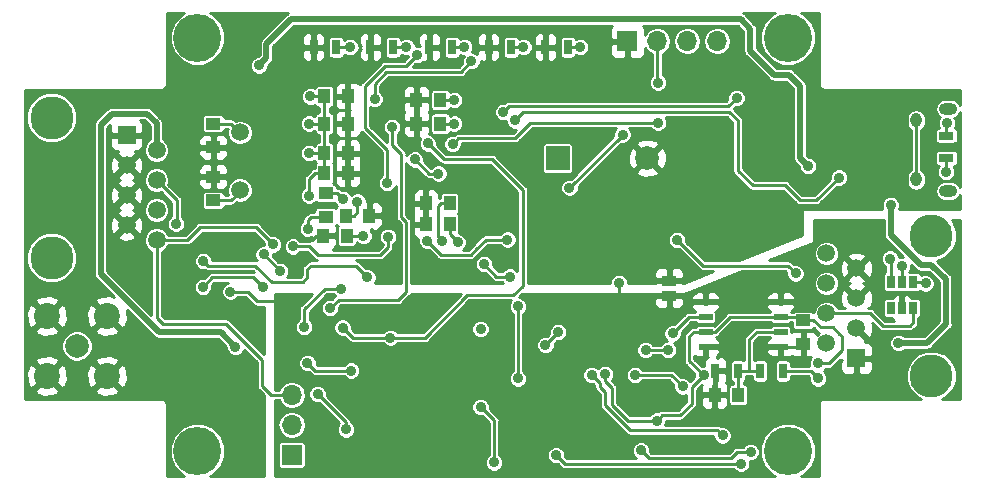
<source format=gbl>
G04 #@! TF.GenerationSoftware,KiCad,Pcbnew,5.0.1*
G04 #@! TF.CreationDate,2019-03-19T18:21:43+03:00*
G04 #@! TF.ProjectId,gps-timestamper,6770732D74696D657374616D7065722E,rev?*
G04 #@! TF.SameCoordinates,Original*
G04 #@! TF.FileFunction,Copper,L2,Bot,Signal*
G04 #@! TF.FilePolarity,Positive*
%FSLAX46Y46*%
G04 Gerber Fmt 4.6, Leading zero omitted, Abs format (unit mm)*
G04 Created by KiCad (PCBNEW 5.0.1) date Вт 19 мар 2019 18:21:43*
%MOMM*%
%LPD*%
G01*
G04 APERTURE LIST*
G04 #@! TA.AperFunction,ComponentPad*
%ADD10C,4.064000*%
G04 #@! TD*
G04 #@! TA.AperFunction,ComponentPad*
%ADD11R,2.000000X2.000000*%
G04 #@! TD*
G04 #@! TA.AperFunction,ComponentPad*
%ADD12C,2.000000*%
G04 #@! TD*
G04 #@! TA.AperFunction,SMDPad,CuDef*
%ADD13R,1.000000X1.250000*%
G04 #@! TD*
G04 #@! TA.AperFunction,SMDPad,CuDef*
%ADD14R,1.250000X1.000000*%
G04 #@! TD*
G04 #@! TA.AperFunction,WasherPad*
%ADD15C,3.650000*%
G04 #@! TD*
G04 #@! TA.AperFunction,ComponentPad*
%ADD16R,1.500000X1.500000*%
G04 #@! TD*
G04 #@! TA.AperFunction,ComponentPad*
%ADD17C,1.500000*%
G04 #@! TD*
G04 #@! TA.AperFunction,ComponentPad*
%ADD18R,1.700000X1.700000*%
G04 #@! TD*
G04 #@! TA.AperFunction,ComponentPad*
%ADD19O,1.700000X1.700000*%
G04 #@! TD*
G04 #@! TA.AperFunction,SMDPad,CuDef*
%ADD20R,1.270000X0.970000*%
G04 #@! TD*
G04 #@! TA.AperFunction,SMDPad,CuDef*
%ADD21R,1.300000X0.700000*%
G04 #@! TD*
G04 #@! TA.AperFunction,SMDPad,CuDef*
%ADD22R,0.700000X1.300000*%
G04 #@! TD*
G04 #@! TA.AperFunction,SMDPad,CuDef*
%ADD23R,0.650000X1.060000*%
G04 #@! TD*
G04 #@! TA.AperFunction,ComponentPad*
%ADD24O,0.950000X1.250000*%
G04 #@! TD*
G04 #@! TA.AperFunction,ComponentPad*
%ADD25O,1.550000X1.000000*%
G04 #@! TD*
G04 #@! TA.AperFunction,ComponentPad*
%ADD26C,2.200000*%
G04 #@! TD*
G04 #@! TA.AperFunction,SMDPad,CuDef*
%ADD27R,1.143000X0.508000*%
G04 #@! TD*
G04 #@! TA.AperFunction,ViaPad*
%ADD28C,0.900000*%
G04 #@! TD*
G04 #@! TA.AperFunction,Conductor*
%ADD29C,0.250000*%
G04 #@! TD*
G04 #@! TA.AperFunction,Conductor*
%ADD30C,0.500000*%
G04 #@! TD*
G04 #@! TA.AperFunction,Conductor*
%ADD31C,0.254000*%
G04 #@! TD*
G04 APERTURE END LIST*
D10*
G04 #@! TO.P,REF\002A\002A,1*
G04 #@! TO.N,N/C*
X88000000Y-60500000D03*
G04 #@! TD*
G04 #@! TO.P,REF\002A\002A,1*
G04 #@! TO.N,N/C*
X38000000Y-60500000D03*
G04 #@! TD*
G04 #@! TO.P,REF\002A\002A,1*
G04 #@! TO.N,N/C*
X88000000Y-25500000D03*
G04 #@! TD*
D11*
G04 #@! TO.P,BZ1,1*
G04 #@! TO.N,Net-(BZ1-Pad1)*
X68500000Y-35700000D03*
D12*
G04 #@! TO.P,BZ1,2*
G04 #@! TO.N,GND*
X76100000Y-35700000D03*
G04 #@! TD*
D13*
G04 #@! TO.P,C1,1*
G04 #@! TO.N,+3V3*
X48750000Y-32775000D03*
G04 #@! TO.P,C1,2*
G04 #@! TO.N,GND*
X50750000Y-32775000D03*
G04 #@! TD*
G04 #@! TO.P,C4,1*
G04 #@! TO.N,+3V3*
X48750000Y-30475000D03*
G04 #@! TO.P,C4,2*
G04 #@! TO.N,GND*
X50750000Y-30475000D03*
G04 #@! TD*
G04 #@! TO.P,C5,1*
G04 #@! TO.N,+3V3*
X58550000Y-30775000D03*
G04 #@! TO.P,C5,2*
G04 #@! TO.N,GND*
X56550000Y-30775000D03*
G04 #@! TD*
G04 #@! TO.P,C6,1*
G04 #@! TO.N,+3V3*
X48750000Y-36975000D03*
G04 #@! TO.P,C6,2*
G04 #@! TO.N,GND*
X50750000Y-36975000D03*
G04 #@! TD*
G04 #@! TO.P,C8,1*
G04 #@! TO.N,+3V3*
X48750000Y-35275000D03*
G04 #@! TO.P,C8,2*
G04 #@! TO.N,GND*
X50750000Y-35275000D03*
G04 #@! TD*
G04 #@! TO.P,C9,1*
G04 #@! TO.N,+3V3*
X50650000Y-42275000D03*
G04 #@! TO.P,C9,2*
G04 #@! TO.N,GND*
X48650000Y-42275000D03*
G04 #@! TD*
G04 #@! TO.P,C10,1*
G04 #@! TO.N,+3V3*
X59350000Y-41300000D03*
G04 #@! TO.P,C10,2*
G04 #@! TO.N,GND*
X57350000Y-41300000D03*
G04 #@! TD*
G04 #@! TO.P,C13,1*
G04 #@! TO.N,Net-(C13-Pad1)*
X50550000Y-40575000D03*
G04 #@! TO.P,C13,2*
G04 #@! TO.N,GND*
X52550000Y-40575000D03*
G04 #@! TD*
G04 #@! TO.P,C14,1*
G04 #@! TO.N,Net-(C14-Pad1)*
X59350000Y-39525000D03*
G04 #@! TO.P,C14,2*
G04 #@! TO.N,GND*
X57350000Y-39525000D03*
G04 #@! TD*
G04 #@! TO.P,C15,1*
G04 #@! TO.N,Net-(C15-Pad1)*
X58550000Y-32775000D03*
G04 #@! TO.P,C15,2*
G04 #@! TO.N,GND*
X56550000Y-32775000D03*
G04 #@! TD*
D14*
G04 #@! TO.P,C16,1*
G04 #@! TO.N,Net-(C16-Pad1)*
X39350000Y-32775000D03*
G04 #@! TO.P,C16,2*
G04 #@! TO.N,GND*
X39350000Y-34775000D03*
G04 #@! TD*
G04 #@! TO.P,C17,1*
G04 #@! TO.N,Net-(C17-Pad1)*
X39350000Y-39275000D03*
G04 #@! TO.P,C17,2*
G04 #@! TO.N,GND*
X39350000Y-37275000D03*
G04 #@! TD*
G04 #@! TO.P,C19,1*
G04 #@! TO.N,+3.3VA*
X48850000Y-40675000D03*
G04 #@! TO.P,C19,2*
G04 #@! TO.N,GNDA*
X48850000Y-38675000D03*
G04 #@! TD*
D15*
G04 #@! TO.P,J1,Hole*
G04 #@! TO.N,*
X25650000Y-44130000D03*
X25650000Y-32260000D03*
D16*
G04 #@! TO.P,J1,1*
G04 #@! TO.N,GND*
X32000000Y-33750000D03*
D17*
G04 #@! TO.P,J1,2*
G04 #@! TO.N,+5V*
X34540000Y-35020000D03*
G04 #@! TO.P,J1,3*
G04 #@! TO.N,GND*
X32000000Y-36290000D03*
G04 #@! TO.P,J1,4*
G04 #@! TO.N,GPS_MCU_RX*
X34540000Y-37560000D03*
G04 #@! TO.P,J1,5*
G04 #@! TO.N,GND*
X32000000Y-38830000D03*
G04 #@! TO.P,J1,6*
G04 #@! TO.N,GPS_MCU_TX*
X34540000Y-40100000D03*
G04 #@! TO.P,J1,7*
G04 #@! TO.N,GND*
X32000000Y-41370000D03*
G04 #@! TO.P,J1,8*
G04 #@! TO.N,PPS_IN*
X34540000Y-42640000D03*
G04 #@! TD*
D18*
G04 #@! TO.P,J5,1*
G04 #@! TO.N,GND*
X74400000Y-25800000D03*
D19*
G04 #@! TO.P,J5,2*
G04 #@! TO.N,SWDIO*
X76940000Y-25800000D03*
G04 #@! TO.P,J5,3*
G04 #@! TO.N,SWCLK*
X79480000Y-25800000D03*
G04 #@! TO.P,J5,4*
G04 #@! TO.N,NRST*
X82020000Y-25800000D03*
G04 #@! TD*
D20*
G04 #@! TO.P,JP1,1*
G04 #@! TO.N,GND*
X77950000Y-46060000D03*
G04 #@! TO.P,JP1,2*
G04 #@! TO.N,GNDA*
X77950000Y-47340000D03*
G04 #@! TD*
D21*
G04 #@! TO.P,R7,1*
G04 #@! TO.N,USB_D+*
X101400000Y-33800000D03*
G04 #@! TO.P,R7,2*
G04 #@! TO.N,+5V*
X101400000Y-35700000D03*
G04 #@! TD*
D22*
G04 #@! TO.P,R9,1*
G04 #@! TO.N,Net-(D7-Pad1)*
X59550000Y-26300000D03*
G04 #@! TO.P,R9,2*
G04 #@! TO.N,GND*
X57650000Y-26300000D03*
G04 #@! TD*
G04 #@! TO.P,R10,1*
G04 #@! TO.N,Net-(D8-Pad1)*
X64550000Y-26300000D03*
G04 #@! TO.P,R10,2*
G04 #@! TO.N,GND*
X62650000Y-26300000D03*
G04 #@! TD*
G04 #@! TO.P,R11,1*
G04 #@! TO.N,Net-(D9-Pad1)*
X69350000Y-26300000D03*
G04 #@! TO.P,R11,2*
G04 #@! TO.N,GND*
X67450000Y-26300000D03*
G04 #@! TD*
G04 #@! TO.P,R12,1*
G04 #@! TO.N,Net-(D6-Pad1)*
X54550000Y-26300000D03*
G04 #@! TO.P,R12,2*
G04 #@! TO.N,GND*
X52650000Y-26300000D03*
G04 #@! TD*
G04 #@! TO.P,R14,1*
G04 #@! TO.N,Net-(D10-Pad1)*
X49750000Y-26300000D03*
G04 #@! TO.P,R14,2*
G04 #@! TO.N,GND*
X47850000Y-26300000D03*
G04 #@! TD*
D17*
G04 #@! TO.P,Y1,1*
G04 #@! TO.N,Net-(C16-Pad1)*
X41600000Y-33525000D03*
G04 #@! TO.P,Y1,2*
G04 #@! TO.N,Net-(C17-Pad1)*
X41600000Y-38405000D03*
G04 #@! TD*
D10*
G04 #@! TO.P,REF\002A\002A,1*
G04 #@! TO.N,N/C*
X38000000Y-25500000D03*
G04 #@! TD*
D23*
G04 #@! TO.P,D11,1*
G04 #@! TO.N,Net-(C21-Pad2)*
X98600000Y-48400000D03*
G04 #@! TO.P,D11,2*
G04 #@! TO.N,GNDA*
X97650000Y-48400000D03*
G04 #@! TO.P,D11,3*
G04 #@! TO.N,Net-(D11-Pad3)*
X96700000Y-48400000D03*
G04 #@! TO.P,D11,4*
G04 #@! TO.N,UART_TAG_TX*
X96700000Y-46200000D03*
G04 #@! TO.P,D11,6*
G04 #@! TO.N,Net-(C24-Pad2)*
X98600000Y-46200000D03*
G04 #@! TO.P,D11,5*
G04 #@! TO.N,+3.3VA*
X97650000Y-46200000D03*
G04 #@! TD*
D15*
G04 #@! TO.P,J2,Hole*
G04 #@! TO.N,*
X100150000Y-42270000D03*
X100150000Y-54140000D03*
D16*
G04 #@! TO.P,J2,1*
G04 #@! TO.N,GNDA*
X93800000Y-52650000D03*
D17*
G04 #@! TO.P,J2,2*
G04 #@! TO.N,+5V*
X91260000Y-51380000D03*
G04 #@! TO.P,J2,3*
G04 #@! TO.N,GNDA*
X93800000Y-50110000D03*
G04 #@! TO.P,J2,4*
G04 #@! TO.N,Net-(C21-Pad2)*
X91260000Y-48840000D03*
G04 #@! TO.P,J2,5*
G04 #@! TO.N,GNDA*
X93800000Y-47570000D03*
G04 #@! TO.P,J2,6*
G04 #@! TO.N,Net-(C24-Pad2)*
X91260000Y-46300000D03*
G04 #@! TO.P,J2,7*
G04 #@! TO.N,GNDA*
X93800000Y-45030000D03*
G04 #@! TO.P,J2,8*
G04 #@! TO.N,UART_TAG_TX*
X91260000Y-43760000D03*
G04 #@! TD*
D24*
G04 #@! TO.P,J4,6*
G04 #@! TO.N,Net-(J4-Pad6)*
X98850000Y-37500000D03*
X98850000Y-32500000D03*
D25*
X101550000Y-38500000D03*
X101550000Y-31500000D03*
G04 #@! TD*
D26*
G04 #@! TO.P,J3,2*
G04 #@! TO.N,GND*
X25260000Y-54140000D03*
X25260000Y-49060000D03*
X30340000Y-49060000D03*
X30340000Y-54140000D03*
D12*
G04 #@! TO.P,J3,1*
G04 #@! TO.N,Net-(J3-Pad1)*
X27800000Y-51600000D03*
G04 #@! TD*
D18*
G04 #@! TO.P,JP2,1*
G04 #@! TO.N,TTL_IN*
X45980000Y-60820000D03*
D19*
G04 #@! TO.P,JP2,2*
G04 #@! TO.N,Net-(JP2-Pad2)*
X45980000Y-58280000D03*
G04 #@! TO.P,JP2,3*
G04 #@! TO.N,PPS_IN*
X45980000Y-55740000D03*
G04 #@! TD*
D13*
G04 #@! TO.P,C27,1*
G04 #@! TO.N,Net-(C27-Pad1)*
X83788000Y-55753000D03*
G04 #@! TO.P,C27,2*
G04 #@! TO.N,GNDA*
X81788000Y-55753000D03*
G04 #@! TD*
D14*
G04 #@! TO.P,C28,2*
G04 #@! TO.N,GNDA*
X89281000Y-51435000D03*
G04 #@! TO.P,C28,1*
G04 #@! TO.N,GNDS*
X89281000Y-49435000D03*
G04 #@! TD*
D22*
G04 #@! TO.P,R18,2*
G04 #@! TO.N,Net-(C27-Pad1)*
X85664000Y-53721000D03*
G04 #@! TO.P,R18,1*
G04 #@! TO.N,+3.3VA*
X87564000Y-53721000D03*
G04 #@! TD*
G04 #@! TO.P,R19,1*
G04 #@! TO.N,Net-(C27-Pad1)*
X83754000Y-53721000D03*
G04 #@! TO.P,R19,2*
G04 #@! TO.N,GNDA*
X81854000Y-53721000D03*
G04 #@! TD*
D27*
G04 #@! TO.P,U10,1*
G04 #@! TO.N,GNDA*
X87376000Y-47879000D03*
G04 #@! TO.P,U10,2*
G04 #@! TO.N,GNDS*
X87376000Y-49149000D03*
G04 #@! TO.P,U10,3*
G04 #@! TO.N,Net-(C27-Pad1)*
X87376000Y-50419000D03*
G04 #@! TO.P,U10,4*
G04 #@! TO.N,GNDA*
X87376000Y-51689000D03*
G04 #@! TO.P,U10,5*
X81026000Y-51689000D03*
G04 #@! TO.P,U10,6*
G04 #@! TO.N,GNDS*
X81026000Y-50419000D03*
G04 #@! TO.P,U10,7*
G04 #@! TO.N,+3.3VA*
X81026000Y-49149000D03*
G04 #@! TO.P,U10,8*
G04 #@! TO.N,GNDA*
X81026000Y-47879000D03*
G04 #@! TD*
D28*
G04 #@! TO.N,GND*
X28490000Y-41370000D03*
X28490000Y-38830000D03*
X28470000Y-36290000D03*
X28430000Y-33750000D03*
X71300000Y-34950000D03*
X72750000Y-36500000D03*
X46400000Y-45350000D03*
X38800000Y-42550000D03*
X38050000Y-40700000D03*
X40600000Y-36000000D03*
X94350000Y-38500000D03*
X93300000Y-31100000D03*
X100250000Y-32700000D03*
X64200000Y-29800000D03*
X43900000Y-34100000D03*
X87500000Y-39500000D03*
X46200000Y-26300000D03*
G04 #@! TO.N,+3V3*
X52050000Y-42275000D03*
X60025000Y-42825000D03*
X47550000Y-30475000D03*
X47450000Y-32775000D03*
X59750000Y-30775000D03*
X47450000Y-35275000D03*
X47450000Y-38875000D03*
X64450000Y-45725000D03*
X62250000Y-44650000D03*
G04 #@! TO.N,+5V*
X41225000Y-51675000D03*
X43200000Y-27850000D03*
X89700000Y-36350000D03*
X96700000Y-39650000D03*
X97350000Y-51350000D03*
X101400000Y-36850000D03*
G04 #@! TO.N,GNDA*
X40800000Y-47000000D03*
X73680000Y-46250000D03*
X56700000Y-56050000D03*
X54450000Y-56050000D03*
X45500000Y-52100000D03*
X54400000Y-54100000D03*
X57000000Y-53300000D03*
X57100000Y-59650000D03*
X54450000Y-59600000D03*
X57000000Y-49500000D03*
X50350000Y-39175000D03*
X61976000Y-51968400D03*
X62026800Y-58521600D03*
X78587600Y-59740800D03*
X69748400Y-59690000D03*
X69697600Y-55930800D03*
X66903600Y-55930800D03*
X66954400Y-59690000D03*
X75539600Y-55880000D03*
X78384400Y-55880000D03*
X73812400Y-60756800D03*
X66929000Y-53086000D03*
X69723000Y-53086000D03*
X75565000Y-53086000D03*
X66929000Y-49276000D03*
X69723000Y-49276000D03*
X75692000Y-49276000D03*
X78232000Y-49276000D03*
X78232000Y-53086000D03*
G04 #@! TO.N,DAC_CH47*
X50200000Y-46750000D03*
X47050000Y-50000000D03*
X50580000Y-58670000D03*
X48170000Y-55670000D03*
G04 #@! TO.N,Net-(C13-Pad1)*
X51550000Y-39375000D03*
G04 #@! TO.N,Net-(C14-Pad1)*
X58725000Y-42750000D03*
G04 #@! TO.N,Net-(C15-Pad1)*
X59750000Y-32775000D03*
G04 #@! TO.N,+3.3VA*
X51020000Y-53690000D03*
X47320000Y-53040000D03*
X97650000Y-44850000D03*
X47350000Y-41675000D03*
X90551000Y-54356000D03*
X78232000Y-50546000D03*
X65151000Y-48260000D03*
X65151000Y-54356000D03*
X61976000Y-56769000D03*
X63119000Y-61468000D03*
X84836000Y-60579000D03*
X75565000Y-60452000D03*
G04 #@! TO.N,TTL_IN*
X45000000Y-45250000D03*
X43600000Y-43850000D03*
G04 #@! TO.N,Net-(D3-Pad2)*
X57500000Y-34450000D03*
X54350000Y-50900000D03*
X50300000Y-50050000D03*
G04 #@! TO.N,USB_D+*
X63900000Y-31800000D03*
X83650000Y-30600000D03*
X101450000Y-32750000D03*
G04 #@! TO.N,USB_D-*
X92300000Y-37350000D03*
X64900000Y-32500000D03*
G04 #@! TO.N,Net-(D5-Pad2)*
X49250000Y-48400000D03*
X54500000Y-33050000D03*
G04 #@! TO.N,Net-(D6-Pad1)*
X55700000Y-26300000D03*
G04 #@! TO.N,Net-(D7-Pad2)*
X56600000Y-26950000D03*
X54050000Y-37800000D03*
G04 #@! TO.N,Net-(D7-Pad1)*
X60600000Y-26300000D03*
G04 #@! TO.N,Net-(D8-Pad2)*
X58400000Y-37000000D03*
X56400000Y-35800000D03*
X53000000Y-30700000D03*
X61200000Y-27500000D03*
G04 #@! TO.N,Net-(D8-Pad1)*
X65600000Y-26300000D03*
G04 #@! TO.N,Net-(D9-Pad2)*
X74000000Y-33700000D03*
X69500000Y-38200000D03*
G04 #@! TO.N,Net-(D9-Pad1)*
X70400000Y-26300000D03*
G04 #@! TO.N,Net-(D10-Pad1)*
X50900000Y-26300000D03*
G04 #@! TO.N,GPS_MCU_RX*
X43550000Y-46650000D03*
X36200000Y-41250000D03*
X38450000Y-46600000D03*
G04 #@! TO.N,GPS_MCU_TX*
X38500000Y-44400000D03*
X52400000Y-45800000D03*
G04 #@! TO.N,PPS_IN*
X44400000Y-43000000D03*
G04 #@! TO.N,SWDIO*
X77000000Y-29300000D03*
G04 #@! TO.N,NRST*
X77000000Y-32700000D03*
X59600000Y-34500000D03*
G04 #@! TO.N,Ch0_to_amp*
X82461400Y-59182000D03*
X71374000Y-54038500D03*
G04 #@! TO.N,Ch1_to_amp*
X84023200Y-61569600D03*
X68376800Y-60858400D03*
G04 #@! TO.N,Net-(C24-Pad2)*
X99650000Y-46300000D03*
G04 #@! TO.N,UART_TAG_TX*
X46075000Y-43175000D03*
X54150000Y-42350000D03*
X78625000Y-42625000D03*
X57475000Y-42725000D03*
X64250000Y-42600000D03*
X96650000Y-44200000D03*
X88646000Y-45466000D03*
G04 #@! TO.N,GNDS*
X90551000Y-53086000D03*
X80853998Y-54102000D03*
X76898500Y-57925000D03*
X72523108Y-53970637D03*
G04 #@! TO.N,Net-(D13-Pad2)*
X61976000Y-50165000D03*
X67460492Y-51538508D03*
X68556508Y-50442492D03*
X75946000Y-51943000D03*
X77851000Y-51943000D03*
G04 #@! TO.N,Net-(R2-Pad2)*
X79079533Y-55027478D03*
X75047352Y-54056590D03*
G04 #@! TD*
D29*
G04 #@! TO.N,GND*
X76100000Y-35700000D02*
X74550000Y-37250000D01*
X73500000Y-37250000D02*
X72750000Y-36500000D01*
X74550000Y-37250000D02*
X73500000Y-37250000D01*
X45425000Y-41050000D02*
X45425000Y-42375000D01*
X45250000Y-44200000D02*
X46400000Y-45350000D01*
X45250000Y-42550000D02*
X45250000Y-44200000D01*
X45425000Y-42375000D02*
X45250000Y-42550000D01*
X39350000Y-36000000D02*
X37800000Y-36000000D01*
X37450000Y-40100000D02*
X38050000Y-40700000D01*
X37450000Y-36350000D02*
X37450000Y-40100000D01*
X37800000Y-36000000D02*
X37450000Y-36350000D01*
X45425000Y-41075000D02*
X45425000Y-41050000D01*
X45425000Y-41050000D02*
X45425000Y-40075000D01*
X40600000Y-36000000D02*
X39350000Y-36000000D01*
X41350000Y-36000000D02*
X40600000Y-36000000D01*
X45425000Y-40075000D02*
X41350000Y-36000000D01*
X48650000Y-42275000D02*
X48025000Y-42275000D01*
X46950000Y-42600000D02*
X45425000Y-41075000D01*
X45425000Y-41075000D02*
X45400000Y-41050000D01*
X47700000Y-42600000D02*
X46950000Y-42600000D01*
X48025000Y-42275000D02*
X47700000Y-42600000D01*
X48650000Y-42275000D02*
X48275000Y-42275000D01*
X50700000Y-31600000D02*
X49700000Y-31600000D01*
X50750000Y-31650000D02*
X50700000Y-31600000D01*
X50750000Y-32775000D02*
X50750000Y-31650000D01*
X50800000Y-34000000D02*
X51800000Y-34000000D01*
X50750000Y-34050000D02*
X50800000Y-34000000D01*
X50750000Y-35275000D02*
X50750000Y-34050000D01*
X50700000Y-34000000D02*
X49800000Y-34000000D01*
X50750000Y-34050000D02*
X50700000Y-34000000D01*
X39350000Y-34775000D02*
X39350000Y-36000000D01*
X39350000Y-36000000D02*
X39350000Y-37275000D01*
G04 #@! TO.N,+3V3*
X52050000Y-42275000D02*
X50650000Y-42275000D01*
X59350000Y-42150000D02*
X59350000Y-41300000D01*
X60025000Y-42825000D02*
X59350000Y-42150000D01*
X48750000Y-32775000D02*
X48750000Y-30475000D01*
X48750000Y-35275000D02*
X48750000Y-32775000D01*
X48750000Y-36975000D02*
X48750000Y-35275000D01*
X47550000Y-30475000D02*
X48750000Y-30475000D01*
X47450000Y-32775000D02*
X48750000Y-32775000D01*
X59750000Y-30775000D02*
X58550000Y-30775000D01*
X47450000Y-35275000D02*
X48750000Y-35275000D01*
X47950000Y-36975000D02*
X48750000Y-36975000D01*
X47450000Y-37475000D02*
X47950000Y-36975000D01*
X47450000Y-38875000D02*
X47450000Y-37475000D01*
X63325000Y-45725000D02*
X64450000Y-45725000D01*
X62250000Y-44650000D02*
X63325000Y-45725000D01*
D30*
G04 #@! TO.N,+5V*
X34540000Y-32765000D02*
X34540000Y-35020000D01*
X33700000Y-31925000D02*
X34540000Y-32765000D01*
X30750000Y-31925000D02*
X33700000Y-31925000D01*
X29800000Y-32875000D02*
X30750000Y-31925000D01*
X29800000Y-45500000D02*
X29800000Y-32875000D01*
X34725000Y-50425000D02*
X29800000Y-45500000D01*
X39975000Y-50425000D02*
X34725000Y-50425000D01*
X41225000Y-51675000D02*
X39975000Y-50425000D01*
X89000000Y-29550000D02*
X89000000Y-35650000D01*
X88100000Y-28650000D02*
X89000000Y-29550000D01*
X86850000Y-28650000D02*
X88100000Y-28650000D01*
X84800000Y-26600000D02*
X86850000Y-28650000D01*
X84800000Y-24750000D02*
X84800000Y-26600000D01*
X84000000Y-23950000D02*
X84800000Y-24750000D01*
X45900000Y-23950000D02*
X84000000Y-23950000D01*
X43850000Y-26000000D02*
X45900000Y-23950000D01*
X43850000Y-27200000D02*
X43850000Y-26000000D01*
X43200000Y-27850000D02*
X43850000Y-27200000D01*
X89000000Y-35650000D02*
X89700000Y-36350000D01*
X96700000Y-42200000D02*
X96700000Y-39650000D01*
X99250000Y-44750000D02*
X96700000Y-42200000D01*
X100150000Y-44750000D02*
X99250000Y-44750000D01*
X101350000Y-45950000D02*
X100150000Y-44750000D01*
X101350000Y-49750000D02*
X101350000Y-45950000D01*
X99750000Y-51350000D02*
X101350000Y-49750000D01*
X97350000Y-51350000D02*
X99750000Y-51350000D01*
D29*
X101400000Y-36850000D02*
X101400000Y-35700000D01*
G04 #@! TO.N,GNDA*
X40800000Y-47000000D02*
X42250000Y-47000000D01*
X45500000Y-48300000D02*
X45500000Y-52100000D01*
X45010000Y-47810000D02*
X45500000Y-48300000D01*
X43060000Y-47810000D02*
X45010000Y-47810000D01*
X42250000Y-47000000D02*
X43060000Y-47810000D01*
X73700000Y-47340000D02*
X77950000Y-47340000D01*
X73680000Y-47360000D02*
X73700000Y-47340000D01*
X73680000Y-46250000D02*
X73680000Y-47360000D01*
X56700000Y-56050000D02*
X56750000Y-56050000D01*
X45500000Y-51700000D02*
X45500000Y-52100000D01*
X49850000Y-38675000D02*
X48850000Y-38675000D01*
X50350000Y-39175000D02*
X49850000Y-38675000D01*
X81788000Y-53787000D02*
X81854000Y-53721000D01*
X81788000Y-55753000D02*
X81788000Y-53787000D01*
X89027000Y-51689000D02*
X89281000Y-51435000D01*
X87376000Y-51689000D02*
X89027000Y-51689000D01*
G04 #@! TO.N,DAC_CH47*
X47050000Y-48500000D02*
X48800000Y-46750000D01*
X48800000Y-46750000D02*
X50200000Y-46750000D01*
X47050000Y-50000000D02*
X47050000Y-48500000D01*
X50580000Y-58080000D02*
X50580000Y-58670000D01*
X48170000Y-55670000D02*
X50580000Y-58080000D01*
G04 #@! TO.N,Net-(C13-Pad1)*
X51250000Y-40575000D02*
X50550000Y-40575000D01*
X51550000Y-40275000D02*
X51250000Y-40575000D01*
X51550000Y-40175000D02*
X51550000Y-40275000D01*
X51550000Y-39375000D02*
X51550000Y-40175000D01*
G04 #@! TO.N,Net-(C14-Pad1)*
X58600000Y-39525000D02*
X59350000Y-39525000D01*
X58350000Y-39775000D02*
X58600000Y-39525000D01*
X58350000Y-42375000D02*
X58350000Y-39775000D01*
X58725000Y-42750000D02*
X58350000Y-42375000D01*
G04 #@! TO.N,Net-(C15-Pad1)*
X59750000Y-32775000D02*
X58550000Y-32775000D01*
G04 #@! TO.N,Net-(C16-Pad1)*
X41600000Y-33525000D02*
X40850000Y-32775000D01*
X40850000Y-32775000D02*
X39350000Y-32775000D01*
G04 #@! TO.N,Net-(C17-Pad1)*
X41600000Y-38405000D02*
X41600000Y-38525000D01*
X41600000Y-38525000D02*
X40850000Y-39275000D01*
X40850000Y-39275000D02*
X39350000Y-39275000D01*
G04 #@! TO.N,+3.3VA*
X47970000Y-53690000D02*
X51020000Y-53690000D01*
X47320000Y-53040000D02*
X47970000Y-53690000D01*
X97650000Y-46200000D02*
X97650000Y-44850000D01*
X47650000Y-40675000D02*
X48850000Y-40675000D01*
X47350000Y-40975000D02*
X47650000Y-40675000D01*
X47350000Y-41675000D02*
X47350000Y-40975000D01*
X87564000Y-53721000D02*
X89916000Y-53721000D01*
X89916000Y-53721000D02*
X90551000Y-54356000D01*
X81026000Y-49149000D02*
X79629000Y-49149000D01*
X79629000Y-49149000D02*
X78232000Y-50546000D01*
X65151000Y-48260000D02*
X65151000Y-54356000D01*
X61976000Y-56769000D02*
X63119000Y-57912000D01*
X63119000Y-57912000D02*
X63119000Y-61468000D01*
X84836000Y-60579000D02*
X83693000Y-60579000D01*
X83693000Y-60579000D02*
X83185000Y-61087000D01*
X83185000Y-61087000D02*
X76200000Y-61087000D01*
X76200000Y-61087000D02*
X75692000Y-60579000D01*
X75692000Y-60579000D02*
X75565000Y-60452000D01*
G04 #@! TO.N,TTL_IN*
X43600000Y-43850000D02*
X45000000Y-45250000D01*
G04 #@! TO.N,Net-(D3-Pad2)*
X65550000Y-42100000D02*
X65550000Y-46500000D01*
X57500000Y-34450000D02*
X58850000Y-35800000D01*
X58850000Y-35800000D02*
X62950000Y-35800000D01*
X62950000Y-35800000D02*
X65550000Y-38400000D01*
X65550000Y-38400000D02*
X65550000Y-42100000D01*
X57250000Y-50900000D02*
X54350000Y-50900000D01*
X60850000Y-47300000D02*
X57250000Y-50900000D01*
X64750000Y-47300000D02*
X60850000Y-47300000D01*
X65550000Y-46500000D02*
X64750000Y-47300000D01*
X54350000Y-50900000D02*
X51150000Y-50900000D01*
X51150000Y-50900000D02*
X50300000Y-50050000D01*
G04 #@! TO.N,USB_D+*
X64400000Y-31300000D02*
X82950000Y-31300000D01*
X63900000Y-31800000D02*
X64400000Y-31300000D01*
X82950000Y-31300000D02*
X83650000Y-30600000D01*
X101400000Y-32800000D02*
X101400000Y-33800000D01*
X101450000Y-32750000D02*
X101400000Y-32800000D01*
G04 #@! TO.N,USB_D-*
X82200000Y-31800000D02*
X83050000Y-31800000D01*
X82200000Y-31800000D02*
X65600000Y-31800000D01*
X64900000Y-32500000D02*
X65600000Y-31800000D01*
X90400000Y-39250000D02*
X92300000Y-37350000D01*
X89000000Y-39250000D02*
X90400000Y-39250000D01*
X87750000Y-38000000D02*
X89000000Y-39250000D01*
X85000000Y-38000000D02*
X87750000Y-38000000D01*
X83750000Y-36750000D02*
X85000000Y-38000000D01*
X83750000Y-32500000D02*
X83750000Y-36750000D01*
X83050000Y-31800000D02*
X83750000Y-32500000D01*
G04 #@! TO.N,Net-(D5-Pad2)*
X54500000Y-34600000D02*
X55250000Y-35350000D01*
X55250000Y-35350000D02*
X55250000Y-40700000D01*
X55250000Y-40700000D02*
X55650000Y-41100000D01*
X55650000Y-41100000D02*
X55650000Y-47050000D01*
X55650000Y-47050000D02*
X55000000Y-47700000D01*
X55000000Y-47700000D02*
X49950000Y-47700000D01*
X49950000Y-47700000D02*
X49250000Y-48400000D01*
X54500000Y-33050000D02*
X54500000Y-34600000D01*
G04 #@! TO.N,Net-(D6-Pad1)*
X55700000Y-26300000D02*
X54550000Y-26300000D01*
G04 #@! TO.N,Net-(D7-Pad2)*
X52200000Y-31550000D02*
X52200000Y-33150000D01*
X56600000Y-26950000D02*
X55650000Y-27900000D01*
X55650000Y-27900000D02*
X53863602Y-27900000D01*
X53863602Y-27900000D02*
X52200000Y-29563602D01*
X52200000Y-29563602D02*
X52200000Y-31550000D01*
X54050000Y-35000000D02*
X54050000Y-37800000D01*
X52200000Y-33150000D02*
X54050000Y-35000000D01*
G04 #@! TO.N,Net-(D7-Pad1)*
X60600000Y-26300000D02*
X59550000Y-26300000D01*
G04 #@! TO.N,Net-(D8-Pad2)*
X57600000Y-37000000D02*
X58400000Y-37000000D01*
X56400000Y-35800000D02*
X57600000Y-37000000D01*
X53000000Y-29400000D02*
X53000000Y-30700000D01*
X54000000Y-28400000D02*
X53000000Y-29400000D01*
X60300000Y-28400000D02*
X54000000Y-28400000D01*
X61200000Y-27500000D02*
X60300000Y-28400000D01*
G04 #@! TO.N,Net-(D8-Pad1)*
X65600000Y-26300000D02*
X64550000Y-26300000D01*
G04 #@! TO.N,Net-(D9-Pad2)*
X69500000Y-38200000D02*
X74000000Y-33700000D01*
G04 #@! TO.N,Net-(D9-Pad1)*
X70400000Y-26300000D02*
X69350000Y-26300000D01*
G04 #@! TO.N,Net-(D10-Pad1)*
X50900000Y-26300000D02*
X49750000Y-26300000D01*
G04 #@! TO.N,GPS_MCU_RX*
X43550000Y-46650000D02*
X42700000Y-45800000D01*
X36200000Y-41250000D02*
X36250000Y-41200000D01*
X36250000Y-41200000D02*
X36250000Y-39270000D01*
X34540000Y-37560000D02*
X36250000Y-39270000D01*
X39250000Y-45800000D02*
X38450000Y-46600000D01*
X42700000Y-45800000D02*
X39250000Y-45800000D01*
G04 #@! TO.N,GPS_MCU_TX*
X47600000Y-44800000D02*
X51400000Y-44800000D01*
X47300000Y-45100000D02*
X47300000Y-45800000D01*
X47300000Y-45800000D02*
X46900000Y-46200000D01*
X46900000Y-46200000D02*
X44300000Y-46200000D01*
X44300000Y-46200000D02*
X42900000Y-44800000D01*
X42900000Y-44800000D02*
X38900000Y-44800000D01*
X38900000Y-44800000D02*
X38500000Y-44400000D01*
X47600000Y-44800000D02*
X47300000Y-45100000D01*
X51400000Y-44800000D02*
X52400000Y-45800000D01*
G04 #@! TO.N,PPS_IN*
X34540000Y-42640000D02*
X34540000Y-49210000D01*
X44210000Y-55740000D02*
X45980000Y-55740000D01*
X43480000Y-55010000D02*
X44210000Y-55740000D01*
X43480000Y-52790000D02*
X43480000Y-55010000D01*
X40410000Y-49720000D02*
X43480000Y-52790000D01*
X35050000Y-49720000D02*
X40410000Y-49720000D01*
X34540000Y-49210000D02*
X35050000Y-49720000D01*
X37160000Y-42640000D02*
X38250000Y-41550000D01*
X38250000Y-41550000D02*
X42975000Y-41550000D01*
X37160000Y-42640000D02*
X34540000Y-42640000D01*
X42950000Y-41550000D02*
X42975000Y-41550000D01*
X44400000Y-43000000D02*
X42950000Y-41550000D01*
G04 #@! TO.N,SWDIO*
X76940000Y-29240000D02*
X76940000Y-25800000D01*
X77000000Y-29300000D02*
X76940000Y-29240000D01*
G04 #@! TO.N,NRST*
X66200000Y-32700000D02*
X77000000Y-32700000D01*
X64900000Y-34000000D02*
X66200000Y-32700000D01*
X60100000Y-34000000D02*
X64900000Y-34000000D01*
X59600000Y-34500000D02*
X60100000Y-34000000D01*
G04 #@! TO.N,Ch0_to_amp*
X82461400Y-59182000D02*
X82220401Y-58941001D01*
X82011401Y-58732001D02*
X74607001Y-58732001D01*
X82461400Y-59182000D02*
X82011401Y-58732001D01*
X74607001Y-58732001D02*
X72517000Y-56642000D01*
X72517000Y-56642000D02*
X72517000Y-55499000D01*
X72073098Y-55055098D02*
X72517000Y-55499000D01*
X72073098Y-54737598D02*
X72073098Y-55055098D01*
X71374000Y-54038500D02*
X72073098Y-54737598D01*
G04 #@! TO.N,Net-(C21-Pad2)*
X98600000Y-48400000D02*
X98600000Y-49609000D01*
X98600000Y-49609000D02*
X98298000Y-49911000D01*
X98298000Y-49911000D02*
X96012000Y-49911000D01*
X94941000Y-48840000D02*
X91260000Y-48840000D01*
X96012000Y-49911000D02*
X94941000Y-48840000D01*
G04 #@! TO.N,Ch1_to_amp*
X69088000Y-61569600D02*
X68376800Y-60858400D01*
X84023200Y-61569600D02*
X69088000Y-61569600D01*
G04 #@! TO.N,Net-(C24-Pad2)*
X99550000Y-46200000D02*
X98600000Y-46200000D01*
X99650000Y-46300000D02*
X99550000Y-46200000D01*
G04 #@! TO.N,Net-(J4-Pad6)*
X98850000Y-37500000D02*
X98850000Y-32500000D01*
G04 #@! TO.N,UART_TAG_TX*
X46075000Y-43175000D02*
X47450000Y-43175000D01*
X47450000Y-43175000D02*
X48175000Y-43900000D01*
X48175000Y-43900000D02*
X53450000Y-43900000D01*
X53450000Y-43900000D02*
X54150000Y-43200000D01*
X54150000Y-43200000D02*
X54150000Y-42350000D01*
X61125000Y-43900000D02*
X61625000Y-43400000D01*
X78625000Y-42625000D02*
X80800000Y-44800000D01*
X58650000Y-43900000D02*
X57475000Y-42725000D01*
X61125000Y-43900000D02*
X58650000Y-43900000D01*
X61625000Y-43375000D02*
X61625000Y-43400000D01*
X62400000Y-42600000D02*
X61625000Y-43375000D01*
X62950000Y-42600000D02*
X62400000Y-42600000D01*
X64250000Y-42600000D02*
X62950000Y-42600000D01*
X96700000Y-44250000D02*
X96700000Y-46200000D01*
X96650000Y-44200000D02*
X96700000Y-44250000D01*
X80800000Y-44800000D02*
X87980000Y-44800000D01*
X87980000Y-44800000D02*
X88646000Y-45466000D01*
G04 #@! TO.N,Net-(C27-Pad1)*
X83788000Y-53755000D02*
X83754000Y-53721000D01*
X83788000Y-55753000D02*
X83788000Y-53755000D01*
X85344000Y-50419000D02*
X84709000Y-51054000D01*
X87376000Y-50419000D02*
X85344000Y-50419000D01*
X84709000Y-51054000D02*
X84709000Y-53721000D01*
X83754000Y-53721000D02*
X84709000Y-53721000D01*
X84709000Y-53721000D02*
X85664000Y-53721000D01*
G04 #@! TO.N,GNDS*
X86554500Y-49149000D02*
X87376000Y-49149000D01*
X83117500Y-49149000D02*
X86554500Y-49149000D01*
X81847500Y-50419000D02*
X83117500Y-49149000D01*
X81026000Y-50419000D02*
X81847500Y-50419000D01*
X88995000Y-49149000D02*
X89281000Y-49435000D01*
X87376000Y-49149000D02*
X88995000Y-49149000D01*
X90156000Y-49435000D02*
X90759000Y-50038000D01*
X89281000Y-49435000D02*
X90156000Y-49435000D01*
X90759000Y-50038000D02*
X91821000Y-50038000D01*
X91821000Y-50038000D02*
X92335001Y-50552001D01*
X92335001Y-50552001D02*
X92583000Y-50800000D01*
X92583000Y-50800000D02*
X92583000Y-51943000D01*
X92583000Y-51943000D02*
X91440000Y-53086000D01*
X91440000Y-53086000D02*
X90551000Y-53086000D01*
X80853998Y-54102000D02*
X79629000Y-52877002D01*
X79629000Y-52877002D02*
X79629000Y-50800000D01*
X80010000Y-50419000D02*
X81026000Y-50419000D01*
X79629000Y-50800000D02*
X80010000Y-50419000D01*
X79854534Y-55101464D02*
X80853998Y-54102000D01*
X79854534Y-56479966D02*
X79854534Y-55101464D01*
X78859499Y-57475001D02*
X79854534Y-56479966D01*
X76898500Y-57925000D02*
X77348499Y-57475001D01*
X77348499Y-57475001D02*
X78859499Y-57475001D01*
X73088500Y-55172425D02*
X73088500Y-56577090D01*
X72523108Y-53970637D02*
X72523108Y-54607033D01*
X72523108Y-54607033D02*
X73088500Y-55172425D01*
X74436410Y-57925000D02*
X76898500Y-57925000D01*
X73088500Y-56577090D02*
X74436410Y-57925000D01*
G04 #@! TO.N,Net-(D13-Pad2)*
X67460492Y-51538508D02*
X68556508Y-50442492D01*
X75946000Y-51943000D02*
X77851000Y-51943000D01*
G04 #@! TO.N,Net-(R2-Pad2)*
X79079533Y-55027478D02*
X78108645Y-54056590D01*
X78108645Y-54056590D02*
X75047352Y-54056590D01*
G04 #@! TD*
D31*
G04 #@! TO.N,GNDA*
G36*
X96123000Y-42143172D02*
X96111696Y-42200000D01*
X96123000Y-42256828D01*
X96156478Y-42425133D01*
X96284006Y-42615994D01*
X96332188Y-42648188D01*
X97756999Y-44073000D01*
X97495445Y-44073000D01*
X97427000Y-44101351D01*
X97427000Y-44045445D01*
X97308709Y-43759865D01*
X97090135Y-43541291D01*
X96804555Y-43423000D01*
X96495445Y-43423000D01*
X96209865Y-43541291D01*
X95991291Y-43759865D01*
X95873000Y-44045445D01*
X95873000Y-44354555D01*
X95991291Y-44640135D01*
X96209865Y-44858709D01*
X96248000Y-44874505D01*
X96248001Y-45361856D01*
X96247411Y-45361973D01*
X96139246Y-45434246D01*
X96066973Y-45542411D01*
X96041594Y-45670000D01*
X96041594Y-46730000D01*
X96066973Y-46857589D01*
X96139246Y-46965754D01*
X96247411Y-47038027D01*
X96375000Y-47063406D01*
X97025000Y-47063406D01*
X97152589Y-47038027D01*
X97175000Y-47023053D01*
X97197411Y-47038027D01*
X97325000Y-47063406D01*
X97975000Y-47063406D01*
X98102589Y-47038027D01*
X98125000Y-47023053D01*
X98147411Y-47038027D01*
X98275000Y-47063406D01*
X98925000Y-47063406D01*
X99052589Y-47038027D01*
X99160754Y-46965754D01*
X99183247Y-46932091D01*
X99209865Y-46958709D01*
X99495445Y-47077000D01*
X99804555Y-47077000D01*
X100090135Y-46958709D01*
X100308709Y-46740135D01*
X100427000Y-46454555D01*
X100427000Y-46145445D01*
X100308709Y-45859865D01*
X100090135Y-45641291D01*
X99804555Y-45523000D01*
X99495445Y-45523000D01*
X99249435Y-45624901D01*
X99233027Y-45542411D01*
X99160754Y-45434246D01*
X99052589Y-45361973D01*
X98925000Y-45336594D01*
X98275000Y-45336594D01*
X98259084Y-45339760D01*
X98308709Y-45290135D01*
X98427000Y-45004555D01*
X98427000Y-44743002D01*
X98801816Y-45117818D01*
X98834006Y-45165994D01*
X98882182Y-45198184D01*
X98882183Y-45198185D01*
X99024865Y-45293522D01*
X99250000Y-45338304D01*
X99306829Y-45327000D01*
X99911000Y-45327000D01*
X100773001Y-46189002D01*
X100773000Y-49510999D01*
X99511000Y-50773000D01*
X97871844Y-50773000D01*
X97790135Y-50691291D01*
X97504555Y-50573000D01*
X97195445Y-50573000D01*
X96909865Y-50691291D01*
X96691291Y-50909865D01*
X96573000Y-51195445D01*
X96573000Y-51504555D01*
X96691291Y-51790135D01*
X96909865Y-52008709D01*
X97195445Y-52127000D01*
X97504555Y-52127000D01*
X97790135Y-52008709D01*
X97871844Y-51927000D01*
X99693172Y-51927000D01*
X99750000Y-51938304D01*
X99806828Y-51927000D01*
X99806829Y-51927000D01*
X99975134Y-51893522D01*
X100165994Y-51765994D01*
X100198188Y-51717812D01*
X101717815Y-50198186D01*
X101765994Y-50165994D01*
X101847162Y-50044517D01*
X101893522Y-49975135D01*
X101938304Y-49750000D01*
X101927000Y-49693171D01*
X101927000Y-46006827D01*
X101938304Y-45949999D01*
X101926722Y-45891774D01*
X101893522Y-45724866D01*
X101765994Y-45534006D01*
X101717815Y-45501814D01*
X100620444Y-44404444D01*
X101369010Y-44094377D01*
X101974377Y-43489010D01*
X102302000Y-42698059D01*
X102302000Y-41841941D01*
X101974377Y-41050990D01*
X101850387Y-40927000D01*
X102598000Y-40927000D01*
X102598001Y-56098000D01*
X101046416Y-56098000D01*
X101369010Y-55964377D01*
X101974377Y-55359010D01*
X102302000Y-54568059D01*
X102302000Y-53711941D01*
X101974377Y-52920990D01*
X101369010Y-52315623D01*
X100578059Y-51988000D01*
X99721941Y-51988000D01*
X98930990Y-52315623D01*
X98325623Y-52920990D01*
X97998000Y-53711941D01*
X97998000Y-54568059D01*
X98325623Y-55359010D01*
X98930990Y-55964377D01*
X99253584Y-56098000D01*
X91039590Y-56098000D01*
X91000000Y-56090125D01*
X90960410Y-56098000D01*
X90843148Y-56121325D01*
X90710175Y-56210175D01*
X90621325Y-56343148D01*
X90590125Y-56500000D01*
X90598000Y-56539589D01*
X90598001Y-62598000D01*
X89099344Y-62598000D01*
X89336266Y-62499864D01*
X89999864Y-61836266D01*
X90359000Y-60969234D01*
X90359000Y-60030766D01*
X89999864Y-59163734D01*
X89336266Y-58500136D01*
X88469234Y-58141000D01*
X87530766Y-58141000D01*
X86663734Y-58500136D01*
X86000136Y-59163734D01*
X85641000Y-60030766D01*
X85641000Y-60969234D01*
X86000136Y-61836266D01*
X86663734Y-62499864D01*
X86900656Y-62598000D01*
X44577632Y-62598000D01*
X44581763Y-59970000D01*
X44796594Y-59970000D01*
X44796594Y-61670000D01*
X44821973Y-61797589D01*
X44894246Y-61905754D01*
X45002411Y-61978027D01*
X45130000Y-62003406D01*
X46830000Y-62003406D01*
X46957589Y-61978027D01*
X47065754Y-61905754D01*
X47138027Y-61797589D01*
X47163406Y-61670000D01*
X47163406Y-59970000D01*
X47138027Y-59842411D01*
X47065754Y-59734246D01*
X46957589Y-59661973D01*
X46830000Y-59636594D01*
X45130000Y-59636594D01*
X45002411Y-59661973D01*
X44894246Y-59734246D01*
X44821973Y-59842411D01*
X44796594Y-59970000D01*
X44581763Y-59970000D01*
X44584421Y-58280000D01*
X44779942Y-58280000D01*
X44871291Y-58739242D01*
X45131431Y-59128569D01*
X45520758Y-59388709D01*
X45864080Y-59457000D01*
X46095920Y-59457000D01*
X46439242Y-59388709D01*
X46828569Y-59128569D01*
X47088709Y-58739242D01*
X47180058Y-58280000D01*
X47088709Y-57820758D01*
X46828569Y-57431431D01*
X46439242Y-57171291D01*
X46095920Y-57103000D01*
X45864080Y-57103000D01*
X45520758Y-57171291D01*
X45131431Y-57431431D01*
X44871291Y-57820758D01*
X44779942Y-58280000D01*
X44584421Y-58280000D01*
X44587705Y-56192000D01*
X44869850Y-56192000D01*
X44871291Y-56199242D01*
X45131431Y-56588569D01*
X45520758Y-56848709D01*
X45864080Y-56917000D01*
X46095920Y-56917000D01*
X46439242Y-56848709D01*
X46828569Y-56588569D01*
X47088709Y-56199242D01*
X47180058Y-55740000D01*
X47135392Y-55515445D01*
X47393000Y-55515445D01*
X47393000Y-55824555D01*
X47511291Y-56110135D01*
X47729865Y-56328709D01*
X48015445Y-56447000D01*
X48307776Y-56447000D01*
X50005966Y-58145190D01*
X49921291Y-58229865D01*
X49803000Y-58515445D01*
X49803000Y-58824555D01*
X49921291Y-59110135D01*
X50139865Y-59328709D01*
X50425445Y-59447000D01*
X50734555Y-59447000D01*
X51020135Y-59328709D01*
X51238709Y-59110135D01*
X51357000Y-58824555D01*
X51357000Y-58515445D01*
X51238709Y-58229865D01*
X51028939Y-58020095D01*
X51005775Y-57903638D01*
X50931091Y-57791866D01*
X50905874Y-57754126D01*
X50868134Y-57728909D01*
X49753670Y-56614445D01*
X61199000Y-56614445D01*
X61199000Y-56923555D01*
X61317291Y-57209135D01*
X61535865Y-57427709D01*
X61821445Y-57546000D01*
X62113776Y-57546000D01*
X62667000Y-58099225D01*
X62667001Y-60821155D01*
X62460291Y-61027865D01*
X62342000Y-61313445D01*
X62342000Y-61622555D01*
X62460291Y-61908135D01*
X62678865Y-62126709D01*
X62964445Y-62245000D01*
X63273555Y-62245000D01*
X63559135Y-62126709D01*
X63777709Y-61908135D01*
X63896000Y-61622555D01*
X63896000Y-61313445D01*
X63777709Y-61027865D01*
X63571000Y-60821156D01*
X63571000Y-60703845D01*
X67599800Y-60703845D01*
X67599800Y-61012955D01*
X67718091Y-61298535D01*
X67936665Y-61517109D01*
X68222245Y-61635400D01*
X68514575Y-61635400D01*
X68736908Y-61857733D01*
X68762126Y-61895474D01*
X68799866Y-61920691D01*
X68911638Y-61995375D01*
X69088000Y-62030455D01*
X69132518Y-62021600D01*
X83376356Y-62021600D01*
X83583065Y-62228309D01*
X83868645Y-62346600D01*
X84177755Y-62346600D01*
X84463335Y-62228309D01*
X84681909Y-62009735D01*
X84800200Y-61724155D01*
X84800200Y-61415045D01*
X84775743Y-61356000D01*
X84990555Y-61356000D01*
X85276135Y-61237709D01*
X85494709Y-61019135D01*
X85613000Y-60733555D01*
X85613000Y-60424445D01*
X85494709Y-60138865D01*
X85276135Y-59920291D01*
X84990555Y-59802000D01*
X84681445Y-59802000D01*
X84395865Y-59920291D01*
X84189156Y-60127000D01*
X83737516Y-60127000D01*
X83692999Y-60118145D01*
X83648483Y-60127000D01*
X83648482Y-60127000D01*
X83516638Y-60153225D01*
X83367126Y-60253126D01*
X83341907Y-60290869D01*
X82997776Y-60635000D01*
X76387224Y-60635000D01*
X76342000Y-60589776D01*
X76342000Y-60297445D01*
X76223709Y-60011865D01*
X76005135Y-59793291D01*
X75719555Y-59675000D01*
X75410445Y-59675000D01*
X75124865Y-59793291D01*
X74906291Y-60011865D01*
X74788000Y-60297445D01*
X74788000Y-60606555D01*
X74906291Y-60892135D01*
X75124865Y-61110709D01*
X75141501Y-61117600D01*
X69275225Y-61117600D01*
X69153800Y-60996175D01*
X69153800Y-60703845D01*
X69035509Y-60418265D01*
X68816935Y-60199691D01*
X68531355Y-60081400D01*
X68222245Y-60081400D01*
X67936665Y-60199691D01*
X67718091Y-60418265D01*
X67599800Y-60703845D01*
X63571000Y-60703845D01*
X63571000Y-57956517D01*
X63579855Y-57911999D01*
X63544775Y-57735638D01*
X63470091Y-57623866D01*
X63444874Y-57586126D01*
X63407134Y-57560909D01*
X62753000Y-56906776D01*
X62753000Y-56614445D01*
X62634709Y-56328865D01*
X62416135Y-56110291D01*
X62130555Y-55992000D01*
X61821445Y-55992000D01*
X61535865Y-56110291D01*
X61317291Y-56328865D01*
X61199000Y-56614445D01*
X49753670Y-56614445D01*
X48947000Y-55807776D01*
X48947000Y-55515445D01*
X48828709Y-55229865D01*
X48610135Y-55011291D01*
X48324555Y-54893000D01*
X48015445Y-54893000D01*
X47729865Y-55011291D01*
X47511291Y-55229865D01*
X47393000Y-55515445D01*
X47135392Y-55515445D01*
X47088709Y-55280758D01*
X46828569Y-54891431D01*
X46439242Y-54631291D01*
X46095920Y-54563000D01*
X45864080Y-54563000D01*
X45520758Y-54631291D01*
X45131431Y-54891431D01*
X44871291Y-55280758D01*
X44869850Y-55288000D01*
X44589126Y-55288000D01*
X44592903Y-52885445D01*
X46543000Y-52885445D01*
X46543000Y-53194555D01*
X46661291Y-53480135D01*
X46879865Y-53698709D01*
X47165445Y-53817000D01*
X47457775Y-53817000D01*
X47618908Y-53978133D01*
X47644126Y-54015874D01*
X47681866Y-54041091D01*
X47793638Y-54115775D01*
X47970000Y-54150855D01*
X48014518Y-54142000D01*
X50373156Y-54142000D01*
X50579865Y-54348709D01*
X50865445Y-54467000D01*
X51174555Y-54467000D01*
X51460135Y-54348709D01*
X51678709Y-54130135D01*
X51797000Y-53844555D01*
X51797000Y-53535445D01*
X51678709Y-53249865D01*
X51460135Y-53031291D01*
X51174555Y-52913000D01*
X50865445Y-52913000D01*
X50579865Y-53031291D01*
X50373156Y-53238000D01*
X48157225Y-53238000D01*
X48097000Y-53177775D01*
X48097000Y-52885445D01*
X47978709Y-52599865D01*
X47760135Y-52381291D01*
X47474555Y-52263000D01*
X47165445Y-52263000D01*
X46879865Y-52381291D01*
X46661291Y-52599865D01*
X46543000Y-52885445D01*
X44592903Y-52885445D01*
X44601801Y-47227000D01*
X47683776Y-47227000D01*
X46761867Y-48148909D01*
X46724127Y-48174126D01*
X46698910Y-48211866D01*
X46698909Y-48211867D01*
X46624225Y-48323639D01*
X46589145Y-48500000D01*
X46598001Y-48544522D01*
X46598000Y-49353156D01*
X46391291Y-49559865D01*
X46273000Y-49845445D01*
X46273000Y-50154555D01*
X46391291Y-50440135D01*
X46609865Y-50658709D01*
X46895445Y-50777000D01*
X47204555Y-50777000D01*
X47490135Y-50658709D01*
X47708709Y-50440135D01*
X47827000Y-50154555D01*
X47827000Y-49845445D01*
X47708709Y-49559865D01*
X47502000Y-49353156D01*
X47502000Y-48687224D01*
X48962225Y-47227000D01*
X49578156Y-47227000D01*
X49684765Y-47333609D01*
X49624126Y-47374126D01*
X49598907Y-47411869D01*
X49387776Y-47623000D01*
X49095445Y-47623000D01*
X48809865Y-47741291D01*
X48591291Y-47959865D01*
X48473000Y-48245445D01*
X48473000Y-48554555D01*
X48591291Y-48840135D01*
X48809865Y-49058709D01*
X49095445Y-49177000D01*
X49404555Y-49177000D01*
X49690135Y-49058709D01*
X49908709Y-48840135D01*
X50027000Y-48554555D01*
X50027000Y-48262224D01*
X50137224Y-48152000D01*
X54955482Y-48152000D01*
X55000000Y-48160855D01*
X55044518Y-48152000D01*
X55176362Y-48125775D01*
X55325874Y-48025874D01*
X55351093Y-47988131D01*
X55938133Y-47401092D01*
X55975874Y-47375874D01*
X56075349Y-47227000D01*
X60283775Y-47227000D01*
X57062776Y-50448000D01*
X54996844Y-50448000D01*
X54790135Y-50241291D01*
X54504555Y-50123000D01*
X54195445Y-50123000D01*
X53909865Y-50241291D01*
X53703156Y-50448000D01*
X51337224Y-50448000D01*
X51077000Y-50187776D01*
X51077000Y-49895445D01*
X50958709Y-49609865D01*
X50740135Y-49391291D01*
X50454555Y-49273000D01*
X50145445Y-49273000D01*
X49859865Y-49391291D01*
X49641291Y-49609865D01*
X49523000Y-49895445D01*
X49523000Y-50204555D01*
X49641291Y-50490135D01*
X49859865Y-50708709D01*
X50145445Y-50827000D01*
X50437776Y-50827000D01*
X50798907Y-51188131D01*
X50824126Y-51225874D01*
X50947036Y-51308000D01*
X50973638Y-51325775D01*
X51150000Y-51360855D01*
X51194518Y-51352000D01*
X53703156Y-51352000D01*
X53909865Y-51558709D01*
X54195445Y-51677000D01*
X54504555Y-51677000D01*
X54790135Y-51558709D01*
X54996844Y-51352000D01*
X57205482Y-51352000D01*
X57250000Y-51360855D01*
X57294518Y-51352000D01*
X57426362Y-51325775D01*
X57575874Y-51225874D01*
X57601093Y-51188131D01*
X58778779Y-50010445D01*
X61199000Y-50010445D01*
X61199000Y-50319555D01*
X61317291Y-50605135D01*
X61535865Y-50823709D01*
X61821445Y-50942000D01*
X62130555Y-50942000D01*
X62416135Y-50823709D01*
X62634709Y-50605135D01*
X62753000Y-50319555D01*
X62753000Y-50010445D01*
X62634709Y-49724865D01*
X62416135Y-49506291D01*
X62130555Y-49388000D01*
X61821445Y-49388000D01*
X61535865Y-49506291D01*
X61317291Y-49724865D01*
X61199000Y-50010445D01*
X58778779Y-50010445D01*
X61037225Y-47752000D01*
X64560156Y-47752000D01*
X64492291Y-47819865D01*
X64374000Y-48105445D01*
X64374000Y-48414555D01*
X64492291Y-48700135D01*
X64699000Y-48906844D01*
X64699001Y-53709155D01*
X64492291Y-53915865D01*
X64374000Y-54201445D01*
X64374000Y-54510555D01*
X64492291Y-54796135D01*
X64710865Y-55014709D01*
X64996445Y-55133000D01*
X65305555Y-55133000D01*
X65591135Y-55014709D01*
X65809709Y-54796135D01*
X65928000Y-54510555D01*
X65928000Y-54201445D01*
X65809709Y-53915865D01*
X65777789Y-53883945D01*
X70597000Y-53883945D01*
X70597000Y-54193055D01*
X70715291Y-54478635D01*
X70933865Y-54697209D01*
X71219445Y-54815500D01*
X71511775Y-54815500D01*
X71621098Y-54924823D01*
X71621098Y-55010580D01*
X71612243Y-55055098D01*
X71647323Y-55231459D01*
X71708247Y-55322638D01*
X71747225Y-55380972D01*
X71784965Y-55406189D01*
X72065001Y-55686225D01*
X72065000Y-56597482D01*
X72056145Y-56642000D01*
X72065000Y-56686517D01*
X72091225Y-56818361D01*
X72191126Y-56967874D01*
X72228869Y-56993093D01*
X74255909Y-59020134D01*
X74281127Y-59057875D01*
X74370155Y-59117362D01*
X74430639Y-59157776D01*
X74607001Y-59192856D01*
X74651519Y-59184001D01*
X81684400Y-59184001D01*
X81684400Y-59336555D01*
X81802691Y-59622135D01*
X82021265Y-59840709D01*
X82306845Y-59959000D01*
X82615955Y-59959000D01*
X82901535Y-59840709D01*
X83120109Y-59622135D01*
X83238400Y-59336555D01*
X83238400Y-59027445D01*
X83120109Y-58741865D01*
X82901535Y-58523291D01*
X82615955Y-58405000D01*
X82335588Y-58405000D01*
X82187763Y-58306226D01*
X82055919Y-58280001D01*
X82011401Y-58271146D01*
X81966883Y-58280001D01*
X77592473Y-58280001D01*
X77675500Y-58079555D01*
X77675500Y-57927001D01*
X78814981Y-57927001D01*
X78859499Y-57935856D01*
X78904017Y-57927001D01*
X79035861Y-57900776D01*
X79185373Y-57800875D01*
X79210592Y-57763132D01*
X80142668Y-56831057D01*
X80180408Y-56805840D01*
X80280309Y-56656328D01*
X80306534Y-56524484D01*
X80306534Y-56524483D01*
X80315389Y-56479966D01*
X80306534Y-56435448D01*
X80306534Y-56038750D01*
X80653000Y-56038750D01*
X80653000Y-56504310D01*
X80749673Y-56737699D01*
X80928302Y-56916327D01*
X81161691Y-57013000D01*
X81502250Y-57013000D01*
X81661000Y-56854250D01*
X81661000Y-55880000D01*
X81915000Y-55880000D01*
X81915000Y-56854250D01*
X82073750Y-57013000D01*
X82414309Y-57013000D01*
X82647698Y-56916327D01*
X82826327Y-56737699D01*
X82923000Y-56504310D01*
X82923000Y-56038750D01*
X82764250Y-55880000D01*
X81915000Y-55880000D01*
X81661000Y-55880000D01*
X80811750Y-55880000D01*
X80653000Y-56038750D01*
X80306534Y-56038750D01*
X80306534Y-55288688D01*
X80695050Y-54900172D01*
X80653000Y-55001690D01*
X80653000Y-55467250D01*
X80811750Y-55626000D01*
X81661000Y-55626000D01*
X81661000Y-54913250D01*
X81727000Y-54847250D01*
X81727000Y-54651750D01*
X81915000Y-54651750D01*
X81915000Y-55626000D01*
X82764250Y-55626000D01*
X82923000Y-55467250D01*
X82923000Y-55128000D01*
X82954594Y-55128000D01*
X82954594Y-56378000D01*
X82979973Y-56505589D01*
X83052246Y-56613754D01*
X83160411Y-56686027D01*
X83288000Y-56711406D01*
X84288000Y-56711406D01*
X84415589Y-56686027D01*
X84523754Y-56613754D01*
X84596027Y-56505589D01*
X84621406Y-56378000D01*
X84621406Y-55128000D01*
X84596027Y-55000411D01*
X84523754Y-54892246D01*
X84415589Y-54819973D01*
X84288000Y-54794594D01*
X84240000Y-54794594D01*
X84240000Y-54673407D01*
X84339754Y-54606754D01*
X84412027Y-54498589D01*
X84437406Y-54371000D01*
X84437406Y-54173000D01*
X84664482Y-54173000D01*
X84709000Y-54181855D01*
X84753518Y-54173000D01*
X84980594Y-54173000D01*
X84980594Y-54371000D01*
X85005973Y-54498589D01*
X85078246Y-54606754D01*
X85186411Y-54679027D01*
X85314000Y-54704406D01*
X86014000Y-54704406D01*
X86141589Y-54679027D01*
X86249754Y-54606754D01*
X86322027Y-54498589D01*
X86347406Y-54371000D01*
X86347406Y-53071000D01*
X86322027Y-52943411D01*
X86249754Y-52835246D01*
X86141589Y-52762973D01*
X86014000Y-52737594D01*
X85314000Y-52737594D01*
X85186411Y-52762973D01*
X85161000Y-52779952D01*
X85161000Y-51974750D01*
X86169500Y-51974750D01*
X86169500Y-52069309D01*
X86266173Y-52302698D01*
X86444801Y-52481327D01*
X86678190Y-52578000D01*
X87090250Y-52578000D01*
X87249000Y-52419250D01*
X87249000Y-51816000D01*
X86328250Y-51816000D01*
X86169500Y-51974750D01*
X85161000Y-51974750D01*
X85161000Y-51241224D01*
X85531225Y-50871000D01*
X86506781Y-50871000D01*
X86444801Y-50896673D01*
X86266173Y-51075302D01*
X86169500Y-51308691D01*
X86169500Y-51403250D01*
X86328250Y-51562000D01*
X87249000Y-51562000D01*
X87249000Y-51542000D01*
X87503000Y-51542000D01*
X87503000Y-51562000D01*
X87523000Y-51562000D01*
X87523000Y-51816000D01*
X87503000Y-51816000D01*
X87503000Y-52419250D01*
X87661750Y-52578000D01*
X88073810Y-52578000D01*
X88307199Y-52481327D01*
X88309664Y-52478862D01*
X88529690Y-52570000D01*
X88995250Y-52570000D01*
X89154000Y-52411250D01*
X89154000Y-51562000D01*
X89134000Y-51562000D01*
X89134000Y-51308000D01*
X89154000Y-51308000D01*
X89154000Y-50458750D01*
X88995250Y-50300000D01*
X88529690Y-50300000D01*
X88296301Y-50396673D01*
X88280906Y-50412068D01*
X88280906Y-50165000D01*
X88255527Y-50037411D01*
X88183254Y-49929246D01*
X88075089Y-49856973D01*
X87947500Y-49831594D01*
X86804500Y-49831594D01*
X86676911Y-49856973D01*
X86568746Y-49929246D01*
X86543520Y-49967000D01*
X85388518Y-49967000D01*
X85344000Y-49958145D01*
X85299482Y-49967000D01*
X85167638Y-49993225D01*
X85018126Y-50093126D01*
X84992908Y-50130867D01*
X84420869Y-50702907D01*
X84383126Y-50728126D01*
X84319260Y-50823709D01*
X84283225Y-50877639D01*
X84248145Y-51054000D01*
X84257000Y-51098518D01*
X84257001Y-52779952D01*
X84231589Y-52762973D01*
X84104000Y-52737594D01*
X83404000Y-52737594D01*
X83276411Y-52762973D01*
X83168246Y-52835246D01*
X83095973Y-52943411D01*
X83070594Y-53071000D01*
X83070594Y-54371000D01*
X83095973Y-54498589D01*
X83168246Y-54606754D01*
X83276411Y-54679027D01*
X83336001Y-54690880D01*
X83336000Y-54794594D01*
X83288000Y-54794594D01*
X83160411Y-54819973D01*
X83052246Y-54892246D01*
X82979973Y-55000411D01*
X82954594Y-55128000D01*
X82923000Y-55128000D01*
X82923000Y-55001690D01*
X82826327Y-54768301D01*
X82755917Y-54697891D01*
X82839000Y-54497310D01*
X82839000Y-54006750D01*
X82680250Y-53848000D01*
X81981000Y-53848000D01*
X81981000Y-54585750D01*
X81915000Y-54651750D01*
X81727000Y-54651750D01*
X81727000Y-53848000D01*
X81707000Y-53848000D01*
X81707000Y-53594000D01*
X81727000Y-53594000D01*
X81727000Y-53574000D01*
X81981000Y-53574000D01*
X81981000Y-53594000D01*
X82680250Y-53594000D01*
X82839000Y-53435250D01*
X82839000Y-52944690D01*
X82742327Y-52711301D01*
X82563698Y-52532673D01*
X82330309Y-52436000D01*
X82139750Y-52436000D01*
X81981002Y-52594748D01*
X81981002Y-52457524D01*
X82135827Y-52302698D01*
X82232500Y-52069309D01*
X82232500Y-51974750D01*
X82073750Y-51816000D01*
X81153000Y-51816000D01*
X81153000Y-52419250D01*
X81230655Y-52496905D01*
X81144302Y-52532673D01*
X80965673Y-52711301D01*
X80869000Y-52944690D01*
X80869000Y-53325000D01*
X80716223Y-53325000D01*
X80081000Y-52689778D01*
X80081000Y-52467526D01*
X80094801Y-52481327D01*
X80328190Y-52578000D01*
X80740250Y-52578000D01*
X80899000Y-52419250D01*
X80899000Y-51816000D01*
X80879000Y-51816000D01*
X80879000Y-51562000D01*
X80899000Y-51562000D01*
X80899000Y-51542000D01*
X81153000Y-51542000D01*
X81153000Y-51562000D01*
X82073750Y-51562000D01*
X82232500Y-51403250D01*
X82232500Y-51308691D01*
X82135827Y-51075302D01*
X81957199Y-50896673D01*
X81894181Y-50870570D01*
X82023862Y-50844775D01*
X82173374Y-50744874D01*
X82198593Y-50707131D01*
X83304725Y-49601000D01*
X86543520Y-49601000D01*
X86568746Y-49638754D01*
X86676911Y-49711027D01*
X86804500Y-49736406D01*
X87947500Y-49736406D01*
X88075089Y-49711027D01*
X88183254Y-49638754D01*
X88208480Y-49601000D01*
X88322594Y-49601000D01*
X88322594Y-49935000D01*
X88347973Y-50062589D01*
X88420246Y-50170754D01*
X88528411Y-50243027D01*
X88656000Y-50268406D01*
X89906000Y-50268406D01*
X90033589Y-50243027D01*
X90141754Y-50170754D01*
X90186124Y-50104349D01*
X90407908Y-50326133D01*
X90433126Y-50363874D01*
X90470866Y-50389091D01*
X90582638Y-50463775D01*
X90641423Y-50475468D01*
X90472814Y-50644077D01*
X90444327Y-50575302D01*
X90265699Y-50396673D01*
X90032310Y-50300000D01*
X89566750Y-50300000D01*
X89408000Y-50458750D01*
X89408000Y-51308000D01*
X89428000Y-51308000D01*
X89428000Y-51562000D01*
X89408000Y-51562000D01*
X89408000Y-52411250D01*
X89566750Y-52570000D01*
X89968156Y-52570000D01*
X89892291Y-52645865D01*
X89774000Y-52931445D01*
X89774000Y-53240555D01*
X89785782Y-53269000D01*
X88247406Y-53269000D01*
X88247406Y-53071000D01*
X88222027Y-52943411D01*
X88149754Y-52835246D01*
X88041589Y-52762973D01*
X87914000Y-52737594D01*
X87214000Y-52737594D01*
X87086411Y-52762973D01*
X86978246Y-52835246D01*
X86905973Y-52943411D01*
X86880594Y-53071000D01*
X86880594Y-54371000D01*
X86905973Y-54498589D01*
X86978246Y-54606754D01*
X87086411Y-54679027D01*
X87214000Y-54704406D01*
X87914000Y-54704406D01*
X88041589Y-54679027D01*
X88149754Y-54606754D01*
X88222027Y-54498589D01*
X88247406Y-54371000D01*
X88247406Y-54173000D01*
X89728776Y-54173000D01*
X89774000Y-54218224D01*
X89774000Y-54510555D01*
X89892291Y-54796135D01*
X90110865Y-55014709D01*
X90396445Y-55133000D01*
X90705555Y-55133000D01*
X90991135Y-55014709D01*
X91209709Y-54796135D01*
X91328000Y-54510555D01*
X91328000Y-54201445D01*
X91209709Y-53915865D01*
X91014844Y-53721000D01*
X91197844Y-53538000D01*
X91395482Y-53538000D01*
X91440000Y-53546855D01*
X91484518Y-53538000D01*
X91616362Y-53511775D01*
X91765874Y-53411874D01*
X91791093Y-53374131D01*
X92415000Y-52750225D01*
X92415000Y-52777002D01*
X92573748Y-52777002D01*
X92415000Y-52935750D01*
X92415000Y-53526309D01*
X92511673Y-53759698D01*
X92690301Y-53938327D01*
X92923690Y-54035000D01*
X93514250Y-54035000D01*
X93673000Y-53876250D01*
X93673000Y-52777000D01*
X93927000Y-52777000D01*
X93927000Y-53876250D01*
X94085750Y-54035000D01*
X94676310Y-54035000D01*
X94909699Y-53938327D01*
X95088327Y-53759698D01*
X95185000Y-53526309D01*
X95185000Y-52935750D01*
X95026250Y-52777000D01*
X93927000Y-52777000D01*
X93673000Y-52777000D01*
X93653000Y-52777000D01*
X93653000Y-52523000D01*
X93673000Y-52523000D01*
X93673000Y-52503000D01*
X93927000Y-52503000D01*
X93927000Y-52523000D01*
X95026250Y-52523000D01*
X95185000Y-52364250D01*
X95185000Y-51773691D01*
X95088327Y-51540302D01*
X94909699Y-51361673D01*
X94676310Y-51265000D01*
X94540137Y-51265000D01*
X94591912Y-51081517D01*
X93800000Y-50289605D01*
X93785858Y-50303748D01*
X93606253Y-50124143D01*
X93620395Y-50110000D01*
X93606253Y-50095858D01*
X93785858Y-49916253D01*
X93800000Y-49930395D01*
X93814143Y-49916253D01*
X93993748Y-50095858D01*
X93979605Y-50110000D01*
X94771517Y-50901912D01*
X95012460Y-50833923D01*
X95197201Y-50314829D01*
X95169230Y-49764552D01*
X95128856Y-49667080D01*
X95660908Y-50199133D01*
X95686126Y-50236874D01*
X95785090Y-50303000D01*
X95835638Y-50336775D01*
X96012000Y-50371855D01*
X96056518Y-50363000D01*
X98253482Y-50363000D01*
X98298000Y-50371855D01*
X98342518Y-50363000D01*
X98474362Y-50336775D01*
X98623874Y-50236874D01*
X98649093Y-50199131D01*
X98888131Y-49960093D01*
X98925874Y-49934874D01*
X99025775Y-49785362D01*
X99052000Y-49653518D01*
X99052000Y-49653517D01*
X99060855Y-49609001D01*
X99052000Y-49564484D01*
X99052000Y-49238144D01*
X99052589Y-49238027D01*
X99160754Y-49165754D01*
X99233027Y-49057589D01*
X99258406Y-48930000D01*
X99258406Y-47870000D01*
X99233027Y-47742411D01*
X99160754Y-47634246D01*
X99052589Y-47561973D01*
X98925000Y-47536594D01*
X98524218Y-47536594D01*
X98513327Y-47510302D01*
X98334699Y-47331673D01*
X98101310Y-47235000D01*
X97935750Y-47235000D01*
X97777000Y-47393750D01*
X97777000Y-48273000D01*
X97797000Y-48273000D01*
X97797000Y-48527000D01*
X97777000Y-48527000D01*
X97777000Y-48547000D01*
X97523000Y-48547000D01*
X97523000Y-48527000D01*
X97503000Y-48527000D01*
X97503000Y-48273000D01*
X97523000Y-48273000D01*
X97523000Y-47393750D01*
X97364250Y-47235000D01*
X97198690Y-47235000D01*
X96965301Y-47331673D01*
X96786673Y-47510302D01*
X96775782Y-47536594D01*
X96375000Y-47536594D01*
X96247411Y-47561973D01*
X96139246Y-47634246D01*
X96066973Y-47742411D01*
X96041594Y-47870000D01*
X96041594Y-48930000D01*
X96066973Y-49057589D01*
X96139246Y-49165754D01*
X96247411Y-49238027D01*
X96375000Y-49263406D01*
X96775782Y-49263406D01*
X96786673Y-49289698D01*
X96955974Y-49459000D01*
X96199225Y-49459000D01*
X95292093Y-48551869D01*
X95266874Y-48514126D01*
X95117362Y-48414225D01*
X94985518Y-48388000D01*
X94941000Y-48379145D01*
X94896482Y-48388000D01*
X94797608Y-48388000D01*
X94771519Y-48361911D01*
X95012460Y-48293923D01*
X95197201Y-47774829D01*
X95169230Y-47224552D01*
X95012460Y-46846077D01*
X94771517Y-46778088D01*
X93979605Y-47570000D01*
X93993748Y-47584143D01*
X93814143Y-47763748D01*
X93800000Y-47749605D01*
X93785858Y-47763748D01*
X93606253Y-47584143D01*
X93620395Y-47570000D01*
X92828483Y-46778088D01*
X92587540Y-46846077D01*
X92402799Y-47365171D01*
X92430770Y-47915448D01*
X92587540Y-48293923D01*
X92828481Y-48361911D01*
X92802392Y-48388000D01*
X92238512Y-48388000D01*
X92173037Y-48229928D01*
X91870072Y-47926963D01*
X91474229Y-47763000D01*
X91045771Y-47763000D01*
X90649928Y-47926963D01*
X90346963Y-48229928D01*
X90183000Y-48625771D01*
X90183000Y-48760975D01*
X90141754Y-48699246D01*
X90033589Y-48626973D01*
X89906000Y-48601594D01*
X88656000Y-48601594D01*
X88528411Y-48626973D01*
X88423607Y-48697000D01*
X88245219Y-48697000D01*
X88307199Y-48671327D01*
X88485827Y-48492698D01*
X88582500Y-48259309D01*
X88582500Y-48164750D01*
X88423750Y-48006000D01*
X87503000Y-48006000D01*
X87503000Y-48026000D01*
X87249000Y-48026000D01*
X87249000Y-48006000D01*
X86328250Y-48006000D01*
X86169500Y-48164750D01*
X86169500Y-48259309D01*
X86266173Y-48492698D01*
X86444801Y-48671327D01*
X86506781Y-48697000D01*
X83162016Y-48697000D01*
X83117499Y-48688145D01*
X83072983Y-48697000D01*
X83072982Y-48697000D01*
X82941138Y-48723225D01*
X82791626Y-48823126D01*
X82766409Y-48860867D01*
X81752193Y-49875083D01*
X81725089Y-49856973D01*
X81597500Y-49831594D01*
X80454500Y-49831594D01*
X80326911Y-49856973D01*
X80218746Y-49929246D01*
X80193520Y-49967000D01*
X80054516Y-49967000D01*
X80009999Y-49958145D01*
X79965483Y-49967000D01*
X79965482Y-49967000D01*
X79833638Y-49993225D01*
X79684126Y-50093126D01*
X79658907Y-50130869D01*
X79340867Y-50448909D01*
X79303127Y-50474126D01*
X79277910Y-50511866D01*
X79277909Y-50511867D01*
X79203225Y-50623639D01*
X79168145Y-50800000D01*
X79177001Y-50844522D01*
X79177000Y-52832484D01*
X79168145Y-52877002D01*
X79181609Y-52944690D01*
X79203225Y-53053363D01*
X79303126Y-53202876D01*
X79340869Y-53228095D01*
X80076998Y-53964225D01*
X80076998Y-54239776D01*
X79733837Y-54582938D01*
X79519668Y-54368769D01*
X79234088Y-54250478D01*
X78941758Y-54250478D01*
X78459738Y-53768459D01*
X78434519Y-53730716D01*
X78285007Y-53630815D01*
X78153163Y-53604590D01*
X78108645Y-53595735D01*
X78064127Y-53604590D01*
X75694196Y-53604590D01*
X75487487Y-53397881D01*
X75201907Y-53279590D01*
X74892797Y-53279590D01*
X74607217Y-53397881D01*
X74388643Y-53616455D01*
X74270352Y-53902035D01*
X74270352Y-54211145D01*
X74388643Y-54496725D01*
X74607217Y-54715299D01*
X74892797Y-54833590D01*
X75201907Y-54833590D01*
X75487487Y-54715299D01*
X75694196Y-54508590D01*
X77921421Y-54508590D01*
X78302533Y-54889703D01*
X78302533Y-55182033D01*
X78420824Y-55467613D01*
X78639398Y-55686187D01*
X78924978Y-55804478D01*
X79234088Y-55804478D01*
X79402535Y-55734705D01*
X79402534Y-56292741D01*
X78672275Y-57023001D01*
X77393017Y-57023001D01*
X77348499Y-57014146D01*
X77303981Y-57023001D01*
X77172137Y-57049226D01*
X77024312Y-57148000D01*
X76743945Y-57148000D01*
X76458365Y-57266291D01*
X76251656Y-57473000D01*
X74623635Y-57473000D01*
X73540500Y-56389866D01*
X73540500Y-55216942D01*
X73549355Y-55172424D01*
X73514275Y-54996063D01*
X73456320Y-54909327D01*
X73414374Y-54846551D01*
X73376634Y-54821334D01*
X73073944Y-54518645D01*
X73181817Y-54410772D01*
X73300108Y-54125192D01*
X73300108Y-53816082D01*
X73181817Y-53530502D01*
X72963243Y-53311928D01*
X72677663Y-53193637D01*
X72368553Y-53193637D01*
X72082973Y-53311928D01*
X71914623Y-53480279D01*
X71814135Y-53379791D01*
X71528555Y-53261500D01*
X71219445Y-53261500D01*
X70933865Y-53379791D01*
X70715291Y-53598365D01*
X70597000Y-53883945D01*
X65777789Y-53883945D01*
X65603000Y-53709156D01*
X65603000Y-51383953D01*
X66683492Y-51383953D01*
X66683492Y-51693063D01*
X66801783Y-51978643D01*
X67020357Y-52197217D01*
X67305937Y-52315508D01*
X67615047Y-52315508D01*
X67900627Y-52197217D01*
X68119201Y-51978643D01*
X68197983Y-51788445D01*
X75169000Y-51788445D01*
X75169000Y-52097555D01*
X75287291Y-52383135D01*
X75505865Y-52601709D01*
X75791445Y-52720000D01*
X76100555Y-52720000D01*
X76386135Y-52601709D01*
X76592844Y-52395000D01*
X77204156Y-52395000D01*
X77410865Y-52601709D01*
X77696445Y-52720000D01*
X78005555Y-52720000D01*
X78291135Y-52601709D01*
X78509709Y-52383135D01*
X78628000Y-52097555D01*
X78628000Y-51788445D01*
X78509709Y-51502865D01*
X78329844Y-51323000D01*
X78386555Y-51323000D01*
X78672135Y-51204709D01*
X78890709Y-50986135D01*
X79009000Y-50700555D01*
X79009000Y-50408224D01*
X79816224Y-49601000D01*
X80193520Y-49601000D01*
X80218746Y-49638754D01*
X80326911Y-49711027D01*
X80454500Y-49736406D01*
X81597500Y-49736406D01*
X81725089Y-49711027D01*
X81833254Y-49638754D01*
X81905527Y-49530589D01*
X81930906Y-49403000D01*
X81930906Y-48895000D01*
X81905527Y-48767411D01*
X81866444Y-48708919D01*
X81957199Y-48671327D01*
X82135827Y-48492698D01*
X82232500Y-48259309D01*
X82232500Y-48164750D01*
X82073750Y-48006000D01*
X81153000Y-48006000D01*
X81153000Y-48026000D01*
X80899000Y-48026000D01*
X80899000Y-48006000D01*
X79978250Y-48006000D01*
X79819500Y-48164750D01*
X79819500Y-48259309D01*
X79916173Y-48492698D01*
X80094801Y-48671327D01*
X80156781Y-48697000D01*
X79673516Y-48697000D01*
X79628999Y-48688145D01*
X79584483Y-48697000D01*
X79584482Y-48697000D01*
X79452638Y-48723225D01*
X79303126Y-48823126D01*
X79277907Y-48860869D01*
X78369776Y-49769000D01*
X78077445Y-49769000D01*
X77791865Y-49887291D01*
X77573291Y-50105865D01*
X77455000Y-50391445D01*
X77455000Y-50700555D01*
X77573291Y-50986135D01*
X77753156Y-51166000D01*
X77696445Y-51166000D01*
X77410865Y-51284291D01*
X77204156Y-51491000D01*
X76592844Y-51491000D01*
X76386135Y-51284291D01*
X76100555Y-51166000D01*
X75791445Y-51166000D01*
X75505865Y-51284291D01*
X75287291Y-51502865D01*
X75169000Y-51788445D01*
X68197983Y-51788445D01*
X68237492Y-51693063D01*
X68237492Y-51400732D01*
X68418733Y-51219492D01*
X68711063Y-51219492D01*
X68996643Y-51101201D01*
X69215217Y-50882627D01*
X69333508Y-50597047D01*
X69333508Y-50287937D01*
X69215217Y-50002357D01*
X68996643Y-49783783D01*
X68711063Y-49665492D01*
X68401953Y-49665492D01*
X68116373Y-49783783D01*
X67897799Y-50002357D01*
X67779508Y-50287937D01*
X67779508Y-50580267D01*
X67598268Y-50761508D01*
X67305937Y-50761508D01*
X67020357Y-50879799D01*
X66801783Y-51098373D01*
X66683492Y-51383953D01*
X65603000Y-51383953D01*
X65603000Y-48906844D01*
X65809709Y-48700135D01*
X65928000Y-48414555D01*
X65928000Y-48105445D01*
X65809709Y-47819865D01*
X65615594Y-47625750D01*
X76680000Y-47625750D01*
X76680000Y-47951310D01*
X76776673Y-48184699D01*
X76955302Y-48363327D01*
X77188691Y-48460000D01*
X77664250Y-48460000D01*
X77823000Y-48301250D01*
X77823000Y-47467000D01*
X78077000Y-47467000D01*
X78077000Y-48301250D01*
X78235750Y-48460000D01*
X78711309Y-48460000D01*
X78944698Y-48363327D01*
X79123327Y-48184699D01*
X79220000Y-47951310D01*
X79220000Y-47625750D01*
X79092941Y-47498691D01*
X79819500Y-47498691D01*
X79819500Y-47593250D01*
X79978250Y-47752000D01*
X80899000Y-47752000D01*
X80899000Y-47148750D01*
X81153000Y-47148750D01*
X81153000Y-47752000D01*
X82073750Y-47752000D01*
X82232500Y-47593250D01*
X82232500Y-47498691D01*
X86169500Y-47498691D01*
X86169500Y-47593250D01*
X86328250Y-47752000D01*
X87249000Y-47752000D01*
X87249000Y-47148750D01*
X87503000Y-47148750D01*
X87503000Y-47752000D01*
X88423750Y-47752000D01*
X88582500Y-47593250D01*
X88582500Y-47498691D01*
X88485827Y-47265302D01*
X88307199Y-47086673D01*
X88073810Y-46990000D01*
X87661750Y-46990000D01*
X87503000Y-47148750D01*
X87249000Y-47148750D01*
X87090250Y-46990000D01*
X86678190Y-46990000D01*
X86444801Y-47086673D01*
X86266173Y-47265302D01*
X86169500Y-47498691D01*
X82232500Y-47498691D01*
X82135827Y-47265302D01*
X81957199Y-47086673D01*
X81723810Y-46990000D01*
X81311750Y-46990000D01*
X81153000Y-47148750D01*
X80899000Y-47148750D01*
X80740250Y-46990000D01*
X80328190Y-46990000D01*
X80094801Y-47086673D01*
X79916173Y-47265302D01*
X79819500Y-47498691D01*
X79092941Y-47498691D01*
X79061250Y-47467000D01*
X78077000Y-47467000D01*
X77823000Y-47467000D01*
X76838750Y-47467000D01*
X76680000Y-47625750D01*
X65615594Y-47625750D01*
X65591135Y-47601291D01*
X65305555Y-47483000D01*
X65206224Y-47483000D01*
X65462224Y-47227000D01*
X79184500Y-47227000D01*
X79231838Y-47217848D01*
X84125851Y-45252000D01*
X87792776Y-45252000D01*
X87869000Y-45328224D01*
X87869000Y-45620555D01*
X87987291Y-45906135D01*
X88205865Y-46124709D01*
X88491445Y-46243000D01*
X88800555Y-46243000D01*
X89086135Y-46124709D01*
X89125073Y-46085771D01*
X90183000Y-46085771D01*
X90183000Y-46514229D01*
X90346963Y-46910072D01*
X90649928Y-47213037D01*
X91045771Y-47377000D01*
X91474229Y-47377000D01*
X91870072Y-47213037D01*
X92173037Y-46910072D01*
X92337000Y-46514229D01*
X92337000Y-46085771D01*
X92302101Y-46001517D01*
X93008088Y-46001517D01*
X93076077Y-46242460D01*
X93225511Y-46295642D01*
X93076077Y-46357540D01*
X93008088Y-46598483D01*
X93800000Y-47390395D01*
X94591912Y-46598483D01*
X94523923Y-46357540D01*
X94374489Y-46304358D01*
X94523923Y-46242460D01*
X94591912Y-46001517D01*
X93800000Y-45209605D01*
X93008088Y-46001517D01*
X92302101Y-46001517D01*
X92173037Y-45689928D01*
X91870072Y-45386963D01*
X91474229Y-45223000D01*
X91045771Y-45223000D01*
X90649928Y-45386963D01*
X90346963Y-45689928D01*
X90183000Y-46085771D01*
X89125073Y-46085771D01*
X89304709Y-45906135D01*
X89423000Y-45620555D01*
X89423000Y-45311445D01*
X89304709Y-45025865D01*
X89086135Y-44807291D01*
X88800555Y-44689000D01*
X88508224Y-44689000D01*
X88331093Y-44511869D01*
X88305874Y-44474126D01*
X88156362Y-44374225D01*
X88024518Y-44348000D01*
X87980000Y-44339145D01*
X87935482Y-44348000D01*
X86376375Y-44348000D01*
X88373538Y-43545771D01*
X90183000Y-43545771D01*
X90183000Y-43974229D01*
X90346963Y-44370072D01*
X90649928Y-44673037D01*
X91045771Y-44837000D01*
X91474229Y-44837000D01*
X91502786Y-44825171D01*
X92402799Y-44825171D01*
X92430770Y-45375448D01*
X92587540Y-45753923D01*
X92828483Y-45821912D01*
X93620395Y-45030000D01*
X93979605Y-45030000D01*
X94771517Y-45821912D01*
X95012460Y-45753923D01*
X95197201Y-45234829D01*
X95169230Y-44684552D01*
X95012460Y-44306077D01*
X94771517Y-44238088D01*
X93979605Y-45030000D01*
X93620395Y-45030000D01*
X92828483Y-44238088D01*
X92587540Y-44306077D01*
X92402799Y-44825171D01*
X91502786Y-44825171D01*
X91870072Y-44673037D01*
X92173037Y-44370072D01*
X92302100Y-44058483D01*
X93008088Y-44058483D01*
X93800000Y-44850395D01*
X94591912Y-44058483D01*
X94523923Y-43817540D01*
X94004829Y-43632799D01*
X93454552Y-43660770D01*
X93076077Y-43817540D01*
X93008088Y-44058483D01*
X92302100Y-44058483D01*
X92337000Y-43974229D01*
X92337000Y-43545771D01*
X92173037Y-43149928D01*
X91870072Y-42846963D01*
X91474229Y-42683000D01*
X91045771Y-42683000D01*
X90649928Y-42846963D01*
X90346963Y-43149928D01*
X90183000Y-43545771D01*
X88373538Y-43545771D01*
X90097338Y-42853348D01*
X90138833Y-42826262D01*
X90166804Y-42785358D01*
X90177000Y-42735500D01*
X90177000Y-40927000D01*
X96123000Y-40927000D01*
X96123000Y-42143172D01*
X96123000Y-42143172D01*
G37*
X96123000Y-42143172D02*
X96111696Y-42200000D01*
X96123000Y-42256828D01*
X96156478Y-42425133D01*
X96284006Y-42615994D01*
X96332188Y-42648188D01*
X97756999Y-44073000D01*
X97495445Y-44073000D01*
X97427000Y-44101351D01*
X97427000Y-44045445D01*
X97308709Y-43759865D01*
X97090135Y-43541291D01*
X96804555Y-43423000D01*
X96495445Y-43423000D01*
X96209865Y-43541291D01*
X95991291Y-43759865D01*
X95873000Y-44045445D01*
X95873000Y-44354555D01*
X95991291Y-44640135D01*
X96209865Y-44858709D01*
X96248000Y-44874505D01*
X96248001Y-45361856D01*
X96247411Y-45361973D01*
X96139246Y-45434246D01*
X96066973Y-45542411D01*
X96041594Y-45670000D01*
X96041594Y-46730000D01*
X96066973Y-46857589D01*
X96139246Y-46965754D01*
X96247411Y-47038027D01*
X96375000Y-47063406D01*
X97025000Y-47063406D01*
X97152589Y-47038027D01*
X97175000Y-47023053D01*
X97197411Y-47038027D01*
X97325000Y-47063406D01*
X97975000Y-47063406D01*
X98102589Y-47038027D01*
X98125000Y-47023053D01*
X98147411Y-47038027D01*
X98275000Y-47063406D01*
X98925000Y-47063406D01*
X99052589Y-47038027D01*
X99160754Y-46965754D01*
X99183247Y-46932091D01*
X99209865Y-46958709D01*
X99495445Y-47077000D01*
X99804555Y-47077000D01*
X100090135Y-46958709D01*
X100308709Y-46740135D01*
X100427000Y-46454555D01*
X100427000Y-46145445D01*
X100308709Y-45859865D01*
X100090135Y-45641291D01*
X99804555Y-45523000D01*
X99495445Y-45523000D01*
X99249435Y-45624901D01*
X99233027Y-45542411D01*
X99160754Y-45434246D01*
X99052589Y-45361973D01*
X98925000Y-45336594D01*
X98275000Y-45336594D01*
X98259084Y-45339760D01*
X98308709Y-45290135D01*
X98427000Y-45004555D01*
X98427000Y-44743002D01*
X98801816Y-45117818D01*
X98834006Y-45165994D01*
X98882182Y-45198184D01*
X98882183Y-45198185D01*
X99024865Y-45293522D01*
X99250000Y-45338304D01*
X99306829Y-45327000D01*
X99911000Y-45327000D01*
X100773001Y-46189002D01*
X100773000Y-49510999D01*
X99511000Y-50773000D01*
X97871844Y-50773000D01*
X97790135Y-50691291D01*
X97504555Y-50573000D01*
X97195445Y-50573000D01*
X96909865Y-50691291D01*
X96691291Y-50909865D01*
X96573000Y-51195445D01*
X96573000Y-51504555D01*
X96691291Y-51790135D01*
X96909865Y-52008709D01*
X97195445Y-52127000D01*
X97504555Y-52127000D01*
X97790135Y-52008709D01*
X97871844Y-51927000D01*
X99693172Y-51927000D01*
X99750000Y-51938304D01*
X99806828Y-51927000D01*
X99806829Y-51927000D01*
X99975134Y-51893522D01*
X100165994Y-51765994D01*
X100198188Y-51717812D01*
X101717815Y-50198186D01*
X101765994Y-50165994D01*
X101847162Y-50044517D01*
X101893522Y-49975135D01*
X101938304Y-49750000D01*
X101927000Y-49693171D01*
X101927000Y-46006827D01*
X101938304Y-45949999D01*
X101926722Y-45891774D01*
X101893522Y-45724866D01*
X101765994Y-45534006D01*
X101717815Y-45501814D01*
X100620444Y-44404444D01*
X101369010Y-44094377D01*
X101974377Y-43489010D01*
X102302000Y-42698059D01*
X102302000Y-41841941D01*
X101974377Y-41050990D01*
X101850387Y-40927000D01*
X102598000Y-40927000D01*
X102598001Y-56098000D01*
X101046416Y-56098000D01*
X101369010Y-55964377D01*
X101974377Y-55359010D01*
X102302000Y-54568059D01*
X102302000Y-53711941D01*
X101974377Y-52920990D01*
X101369010Y-52315623D01*
X100578059Y-51988000D01*
X99721941Y-51988000D01*
X98930990Y-52315623D01*
X98325623Y-52920990D01*
X97998000Y-53711941D01*
X97998000Y-54568059D01*
X98325623Y-55359010D01*
X98930990Y-55964377D01*
X99253584Y-56098000D01*
X91039590Y-56098000D01*
X91000000Y-56090125D01*
X90960410Y-56098000D01*
X90843148Y-56121325D01*
X90710175Y-56210175D01*
X90621325Y-56343148D01*
X90590125Y-56500000D01*
X90598000Y-56539589D01*
X90598001Y-62598000D01*
X89099344Y-62598000D01*
X89336266Y-62499864D01*
X89999864Y-61836266D01*
X90359000Y-60969234D01*
X90359000Y-60030766D01*
X89999864Y-59163734D01*
X89336266Y-58500136D01*
X88469234Y-58141000D01*
X87530766Y-58141000D01*
X86663734Y-58500136D01*
X86000136Y-59163734D01*
X85641000Y-60030766D01*
X85641000Y-60969234D01*
X86000136Y-61836266D01*
X86663734Y-62499864D01*
X86900656Y-62598000D01*
X44577632Y-62598000D01*
X44581763Y-59970000D01*
X44796594Y-59970000D01*
X44796594Y-61670000D01*
X44821973Y-61797589D01*
X44894246Y-61905754D01*
X45002411Y-61978027D01*
X45130000Y-62003406D01*
X46830000Y-62003406D01*
X46957589Y-61978027D01*
X47065754Y-61905754D01*
X47138027Y-61797589D01*
X47163406Y-61670000D01*
X47163406Y-59970000D01*
X47138027Y-59842411D01*
X47065754Y-59734246D01*
X46957589Y-59661973D01*
X46830000Y-59636594D01*
X45130000Y-59636594D01*
X45002411Y-59661973D01*
X44894246Y-59734246D01*
X44821973Y-59842411D01*
X44796594Y-59970000D01*
X44581763Y-59970000D01*
X44584421Y-58280000D01*
X44779942Y-58280000D01*
X44871291Y-58739242D01*
X45131431Y-59128569D01*
X45520758Y-59388709D01*
X45864080Y-59457000D01*
X46095920Y-59457000D01*
X46439242Y-59388709D01*
X46828569Y-59128569D01*
X47088709Y-58739242D01*
X47180058Y-58280000D01*
X47088709Y-57820758D01*
X46828569Y-57431431D01*
X46439242Y-57171291D01*
X46095920Y-57103000D01*
X45864080Y-57103000D01*
X45520758Y-57171291D01*
X45131431Y-57431431D01*
X44871291Y-57820758D01*
X44779942Y-58280000D01*
X44584421Y-58280000D01*
X44587705Y-56192000D01*
X44869850Y-56192000D01*
X44871291Y-56199242D01*
X45131431Y-56588569D01*
X45520758Y-56848709D01*
X45864080Y-56917000D01*
X46095920Y-56917000D01*
X46439242Y-56848709D01*
X46828569Y-56588569D01*
X47088709Y-56199242D01*
X47180058Y-55740000D01*
X47135392Y-55515445D01*
X47393000Y-55515445D01*
X47393000Y-55824555D01*
X47511291Y-56110135D01*
X47729865Y-56328709D01*
X48015445Y-56447000D01*
X48307776Y-56447000D01*
X50005966Y-58145190D01*
X49921291Y-58229865D01*
X49803000Y-58515445D01*
X49803000Y-58824555D01*
X49921291Y-59110135D01*
X50139865Y-59328709D01*
X50425445Y-59447000D01*
X50734555Y-59447000D01*
X51020135Y-59328709D01*
X51238709Y-59110135D01*
X51357000Y-58824555D01*
X51357000Y-58515445D01*
X51238709Y-58229865D01*
X51028939Y-58020095D01*
X51005775Y-57903638D01*
X50931091Y-57791866D01*
X50905874Y-57754126D01*
X50868134Y-57728909D01*
X49753670Y-56614445D01*
X61199000Y-56614445D01*
X61199000Y-56923555D01*
X61317291Y-57209135D01*
X61535865Y-57427709D01*
X61821445Y-57546000D01*
X62113776Y-57546000D01*
X62667000Y-58099225D01*
X62667001Y-60821155D01*
X62460291Y-61027865D01*
X62342000Y-61313445D01*
X62342000Y-61622555D01*
X62460291Y-61908135D01*
X62678865Y-62126709D01*
X62964445Y-62245000D01*
X63273555Y-62245000D01*
X63559135Y-62126709D01*
X63777709Y-61908135D01*
X63896000Y-61622555D01*
X63896000Y-61313445D01*
X63777709Y-61027865D01*
X63571000Y-60821156D01*
X63571000Y-60703845D01*
X67599800Y-60703845D01*
X67599800Y-61012955D01*
X67718091Y-61298535D01*
X67936665Y-61517109D01*
X68222245Y-61635400D01*
X68514575Y-61635400D01*
X68736908Y-61857733D01*
X68762126Y-61895474D01*
X68799866Y-61920691D01*
X68911638Y-61995375D01*
X69088000Y-62030455D01*
X69132518Y-62021600D01*
X83376356Y-62021600D01*
X83583065Y-62228309D01*
X83868645Y-62346600D01*
X84177755Y-62346600D01*
X84463335Y-62228309D01*
X84681909Y-62009735D01*
X84800200Y-61724155D01*
X84800200Y-61415045D01*
X84775743Y-61356000D01*
X84990555Y-61356000D01*
X85276135Y-61237709D01*
X85494709Y-61019135D01*
X85613000Y-60733555D01*
X85613000Y-60424445D01*
X85494709Y-60138865D01*
X85276135Y-59920291D01*
X84990555Y-59802000D01*
X84681445Y-59802000D01*
X84395865Y-59920291D01*
X84189156Y-60127000D01*
X83737516Y-60127000D01*
X83692999Y-60118145D01*
X83648483Y-60127000D01*
X83648482Y-60127000D01*
X83516638Y-60153225D01*
X83367126Y-60253126D01*
X83341907Y-60290869D01*
X82997776Y-60635000D01*
X76387224Y-60635000D01*
X76342000Y-60589776D01*
X76342000Y-60297445D01*
X76223709Y-60011865D01*
X76005135Y-59793291D01*
X75719555Y-59675000D01*
X75410445Y-59675000D01*
X75124865Y-59793291D01*
X74906291Y-60011865D01*
X74788000Y-60297445D01*
X74788000Y-60606555D01*
X74906291Y-60892135D01*
X75124865Y-61110709D01*
X75141501Y-61117600D01*
X69275225Y-61117600D01*
X69153800Y-60996175D01*
X69153800Y-60703845D01*
X69035509Y-60418265D01*
X68816935Y-60199691D01*
X68531355Y-60081400D01*
X68222245Y-60081400D01*
X67936665Y-60199691D01*
X67718091Y-60418265D01*
X67599800Y-60703845D01*
X63571000Y-60703845D01*
X63571000Y-57956517D01*
X63579855Y-57911999D01*
X63544775Y-57735638D01*
X63470091Y-57623866D01*
X63444874Y-57586126D01*
X63407134Y-57560909D01*
X62753000Y-56906776D01*
X62753000Y-56614445D01*
X62634709Y-56328865D01*
X62416135Y-56110291D01*
X62130555Y-55992000D01*
X61821445Y-55992000D01*
X61535865Y-56110291D01*
X61317291Y-56328865D01*
X61199000Y-56614445D01*
X49753670Y-56614445D01*
X48947000Y-55807776D01*
X48947000Y-55515445D01*
X48828709Y-55229865D01*
X48610135Y-55011291D01*
X48324555Y-54893000D01*
X48015445Y-54893000D01*
X47729865Y-55011291D01*
X47511291Y-55229865D01*
X47393000Y-55515445D01*
X47135392Y-55515445D01*
X47088709Y-55280758D01*
X46828569Y-54891431D01*
X46439242Y-54631291D01*
X46095920Y-54563000D01*
X45864080Y-54563000D01*
X45520758Y-54631291D01*
X45131431Y-54891431D01*
X44871291Y-55280758D01*
X44869850Y-55288000D01*
X44589126Y-55288000D01*
X44592903Y-52885445D01*
X46543000Y-52885445D01*
X46543000Y-53194555D01*
X46661291Y-53480135D01*
X46879865Y-53698709D01*
X47165445Y-53817000D01*
X47457775Y-53817000D01*
X47618908Y-53978133D01*
X47644126Y-54015874D01*
X47681866Y-54041091D01*
X47793638Y-54115775D01*
X47970000Y-54150855D01*
X48014518Y-54142000D01*
X50373156Y-54142000D01*
X50579865Y-54348709D01*
X50865445Y-54467000D01*
X51174555Y-54467000D01*
X51460135Y-54348709D01*
X51678709Y-54130135D01*
X51797000Y-53844555D01*
X51797000Y-53535445D01*
X51678709Y-53249865D01*
X51460135Y-53031291D01*
X51174555Y-52913000D01*
X50865445Y-52913000D01*
X50579865Y-53031291D01*
X50373156Y-53238000D01*
X48157225Y-53238000D01*
X48097000Y-53177775D01*
X48097000Y-52885445D01*
X47978709Y-52599865D01*
X47760135Y-52381291D01*
X47474555Y-52263000D01*
X47165445Y-52263000D01*
X46879865Y-52381291D01*
X46661291Y-52599865D01*
X46543000Y-52885445D01*
X44592903Y-52885445D01*
X44601801Y-47227000D01*
X47683776Y-47227000D01*
X46761867Y-48148909D01*
X46724127Y-48174126D01*
X46698910Y-48211866D01*
X46698909Y-48211867D01*
X46624225Y-48323639D01*
X46589145Y-48500000D01*
X46598001Y-48544522D01*
X46598000Y-49353156D01*
X46391291Y-49559865D01*
X46273000Y-49845445D01*
X46273000Y-50154555D01*
X46391291Y-50440135D01*
X46609865Y-50658709D01*
X46895445Y-50777000D01*
X47204555Y-50777000D01*
X47490135Y-50658709D01*
X47708709Y-50440135D01*
X47827000Y-50154555D01*
X47827000Y-49845445D01*
X47708709Y-49559865D01*
X47502000Y-49353156D01*
X47502000Y-48687224D01*
X48962225Y-47227000D01*
X49578156Y-47227000D01*
X49684765Y-47333609D01*
X49624126Y-47374126D01*
X49598907Y-47411869D01*
X49387776Y-47623000D01*
X49095445Y-47623000D01*
X48809865Y-47741291D01*
X48591291Y-47959865D01*
X48473000Y-48245445D01*
X48473000Y-48554555D01*
X48591291Y-48840135D01*
X48809865Y-49058709D01*
X49095445Y-49177000D01*
X49404555Y-49177000D01*
X49690135Y-49058709D01*
X49908709Y-48840135D01*
X50027000Y-48554555D01*
X50027000Y-48262224D01*
X50137224Y-48152000D01*
X54955482Y-48152000D01*
X55000000Y-48160855D01*
X55044518Y-48152000D01*
X55176362Y-48125775D01*
X55325874Y-48025874D01*
X55351093Y-47988131D01*
X55938133Y-47401092D01*
X55975874Y-47375874D01*
X56075349Y-47227000D01*
X60283775Y-47227000D01*
X57062776Y-50448000D01*
X54996844Y-50448000D01*
X54790135Y-50241291D01*
X54504555Y-50123000D01*
X54195445Y-50123000D01*
X53909865Y-50241291D01*
X53703156Y-50448000D01*
X51337224Y-50448000D01*
X51077000Y-50187776D01*
X51077000Y-49895445D01*
X50958709Y-49609865D01*
X50740135Y-49391291D01*
X50454555Y-49273000D01*
X50145445Y-49273000D01*
X49859865Y-49391291D01*
X49641291Y-49609865D01*
X49523000Y-49895445D01*
X49523000Y-50204555D01*
X49641291Y-50490135D01*
X49859865Y-50708709D01*
X50145445Y-50827000D01*
X50437776Y-50827000D01*
X50798907Y-51188131D01*
X50824126Y-51225874D01*
X50947036Y-51308000D01*
X50973638Y-51325775D01*
X51150000Y-51360855D01*
X51194518Y-51352000D01*
X53703156Y-51352000D01*
X53909865Y-51558709D01*
X54195445Y-51677000D01*
X54504555Y-51677000D01*
X54790135Y-51558709D01*
X54996844Y-51352000D01*
X57205482Y-51352000D01*
X57250000Y-51360855D01*
X57294518Y-51352000D01*
X57426362Y-51325775D01*
X57575874Y-51225874D01*
X57601093Y-51188131D01*
X58778779Y-50010445D01*
X61199000Y-50010445D01*
X61199000Y-50319555D01*
X61317291Y-50605135D01*
X61535865Y-50823709D01*
X61821445Y-50942000D01*
X62130555Y-50942000D01*
X62416135Y-50823709D01*
X62634709Y-50605135D01*
X62753000Y-50319555D01*
X62753000Y-50010445D01*
X62634709Y-49724865D01*
X62416135Y-49506291D01*
X62130555Y-49388000D01*
X61821445Y-49388000D01*
X61535865Y-49506291D01*
X61317291Y-49724865D01*
X61199000Y-50010445D01*
X58778779Y-50010445D01*
X61037225Y-47752000D01*
X64560156Y-47752000D01*
X64492291Y-47819865D01*
X64374000Y-48105445D01*
X64374000Y-48414555D01*
X64492291Y-48700135D01*
X64699000Y-48906844D01*
X64699001Y-53709155D01*
X64492291Y-53915865D01*
X64374000Y-54201445D01*
X64374000Y-54510555D01*
X64492291Y-54796135D01*
X64710865Y-55014709D01*
X64996445Y-55133000D01*
X65305555Y-55133000D01*
X65591135Y-55014709D01*
X65809709Y-54796135D01*
X65928000Y-54510555D01*
X65928000Y-54201445D01*
X65809709Y-53915865D01*
X65777789Y-53883945D01*
X70597000Y-53883945D01*
X70597000Y-54193055D01*
X70715291Y-54478635D01*
X70933865Y-54697209D01*
X71219445Y-54815500D01*
X71511775Y-54815500D01*
X71621098Y-54924823D01*
X71621098Y-55010580D01*
X71612243Y-55055098D01*
X71647323Y-55231459D01*
X71708247Y-55322638D01*
X71747225Y-55380972D01*
X71784965Y-55406189D01*
X72065001Y-55686225D01*
X72065000Y-56597482D01*
X72056145Y-56642000D01*
X72065000Y-56686517D01*
X72091225Y-56818361D01*
X72191126Y-56967874D01*
X72228869Y-56993093D01*
X74255909Y-59020134D01*
X74281127Y-59057875D01*
X74370155Y-59117362D01*
X74430639Y-59157776D01*
X74607001Y-59192856D01*
X74651519Y-59184001D01*
X81684400Y-59184001D01*
X81684400Y-59336555D01*
X81802691Y-59622135D01*
X82021265Y-59840709D01*
X82306845Y-59959000D01*
X82615955Y-59959000D01*
X82901535Y-59840709D01*
X83120109Y-59622135D01*
X83238400Y-59336555D01*
X83238400Y-59027445D01*
X83120109Y-58741865D01*
X82901535Y-58523291D01*
X82615955Y-58405000D01*
X82335588Y-58405000D01*
X82187763Y-58306226D01*
X82055919Y-58280001D01*
X82011401Y-58271146D01*
X81966883Y-58280001D01*
X77592473Y-58280001D01*
X77675500Y-58079555D01*
X77675500Y-57927001D01*
X78814981Y-57927001D01*
X78859499Y-57935856D01*
X78904017Y-57927001D01*
X79035861Y-57900776D01*
X79185373Y-57800875D01*
X79210592Y-57763132D01*
X80142668Y-56831057D01*
X80180408Y-56805840D01*
X80280309Y-56656328D01*
X80306534Y-56524484D01*
X80306534Y-56524483D01*
X80315389Y-56479966D01*
X80306534Y-56435448D01*
X80306534Y-56038750D01*
X80653000Y-56038750D01*
X80653000Y-56504310D01*
X80749673Y-56737699D01*
X80928302Y-56916327D01*
X81161691Y-57013000D01*
X81502250Y-57013000D01*
X81661000Y-56854250D01*
X81661000Y-55880000D01*
X81915000Y-55880000D01*
X81915000Y-56854250D01*
X82073750Y-57013000D01*
X82414309Y-57013000D01*
X82647698Y-56916327D01*
X82826327Y-56737699D01*
X82923000Y-56504310D01*
X82923000Y-56038750D01*
X82764250Y-55880000D01*
X81915000Y-55880000D01*
X81661000Y-55880000D01*
X80811750Y-55880000D01*
X80653000Y-56038750D01*
X80306534Y-56038750D01*
X80306534Y-55288688D01*
X80695050Y-54900172D01*
X80653000Y-55001690D01*
X80653000Y-55467250D01*
X80811750Y-55626000D01*
X81661000Y-55626000D01*
X81661000Y-54913250D01*
X81727000Y-54847250D01*
X81727000Y-54651750D01*
X81915000Y-54651750D01*
X81915000Y-55626000D01*
X82764250Y-55626000D01*
X82923000Y-55467250D01*
X82923000Y-55128000D01*
X82954594Y-55128000D01*
X82954594Y-56378000D01*
X82979973Y-56505589D01*
X83052246Y-56613754D01*
X83160411Y-56686027D01*
X83288000Y-56711406D01*
X84288000Y-56711406D01*
X84415589Y-56686027D01*
X84523754Y-56613754D01*
X84596027Y-56505589D01*
X84621406Y-56378000D01*
X84621406Y-55128000D01*
X84596027Y-55000411D01*
X84523754Y-54892246D01*
X84415589Y-54819973D01*
X84288000Y-54794594D01*
X84240000Y-54794594D01*
X84240000Y-54673407D01*
X84339754Y-54606754D01*
X84412027Y-54498589D01*
X84437406Y-54371000D01*
X84437406Y-54173000D01*
X84664482Y-54173000D01*
X84709000Y-54181855D01*
X84753518Y-54173000D01*
X84980594Y-54173000D01*
X84980594Y-54371000D01*
X85005973Y-54498589D01*
X85078246Y-54606754D01*
X85186411Y-54679027D01*
X85314000Y-54704406D01*
X86014000Y-54704406D01*
X86141589Y-54679027D01*
X86249754Y-54606754D01*
X86322027Y-54498589D01*
X86347406Y-54371000D01*
X86347406Y-53071000D01*
X86322027Y-52943411D01*
X86249754Y-52835246D01*
X86141589Y-52762973D01*
X86014000Y-52737594D01*
X85314000Y-52737594D01*
X85186411Y-52762973D01*
X85161000Y-52779952D01*
X85161000Y-51974750D01*
X86169500Y-51974750D01*
X86169500Y-52069309D01*
X86266173Y-52302698D01*
X86444801Y-52481327D01*
X86678190Y-52578000D01*
X87090250Y-52578000D01*
X87249000Y-52419250D01*
X87249000Y-51816000D01*
X86328250Y-51816000D01*
X86169500Y-51974750D01*
X85161000Y-51974750D01*
X85161000Y-51241224D01*
X85531225Y-50871000D01*
X86506781Y-50871000D01*
X86444801Y-50896673D01*
X86266173Y-51075302D01*
X86169500Y-51308691D01*
X86169500Y-51403250D01*
X86328250Y-51562000D01*
X87249000Y-51562000D01*
X87249000Y-51542000D01*
X87503000Y-51542000D01*
X87503000Y-51562000D01*
X87523000Y-51562000D01*
X87523000Y-51816000D01*
X87503000Y-51816000D01*
X87503000Y-52419250D01*
X87661750Y-52578000D01*
X88073810Y-52578000D01*
X88307199Y-52481327D01*
X88309664Y-52478862D01*
X88529690Y-52570000D01*
X88995250Y-52570000D01*
X89154000Y-52411250D01*
X89154000Y-51562000D01*
X89134000Y-51562000D01*
X89134000Y-51308000D01*
X89154000Y-51308000D01*
X89154000Y-50458750D01*
X88995250Y-50300000D01*
X88529690Y-50300000D01*
X88296301Y-50396673D01*
X88280906Y-50412068D01*
X88280906Y-50165000D01*
X88255527Y-50037411D01*
X88183254Y-49929246D01*
X88075089Y-49856973D01*
X87947500Y-49831594D01*
X86804500Y-49831594D01*
X86676911Y-49856973D01*
X86568746Y-49929246D01*
X86543520Y-49967000D01*
X85388518Y-49967000D01*
X85344000Y-49958145D01*
X85299482Y-49967000D01*
X85167638Y-49993225D01*
X85018126Y-50093126D01*
X84992908Y-50130867D01*
X84420869Y-50702907D01*
X84383126Y-50728126D01*
X84319260Y-50823709D01*
X84283225Y-50877639D01*
X84248145Y-51054000D01*
X84257000Y-51098518D01*
X84257001Y-52779952D01*
X84231589Y-52762973D01*
X84104000Y-52737594D01*
X83404000Y-52737594D01*
X83276411Y-52762973D01*
X83168246Y-52835246D01*
X83095973Y-52943411D01*
X83070594Y-53071000D01*
X83070594Y-54371000D01*
X83095973Y-54498589D01*
X83168246Y-54606754D01*
X83276411Y-54679027D01*
X83336001Y-54690880D01*
X83336000Y-54794594D01*
X83288000Y-54794594D01*
X83160411Y-54819973D01*
X83052246Y-54892246D01*
X82979973Y-55000411D01*
X82954594Y-55128000D01*
X82923000Y-55128000D01*
X82923000Y-55001690D01*
X82826327Y-54768301D01*
X82755917Y-54697891D01*
X82839000Y-54497310D01*
X82839000Y-54006750D01*
X82680250Y-53848000D01*
X81981000Y-53848000D01*
X81981000Y-54585750D01*
X81915000Y-54651750D01*
X81727000Y-54651750D01*
X81727000Y-53848000D01*
X81707000Y-53848000D01*
X81707000Y-53594000D01*
X81727000Y-53594000D01*
X81727000Y-53574000D01*
X81981000Y-53574000D01*
X81981000Y-53594000D01*
X82680250Y-53594000D01*
X82839000Y-53435250D01*
X82839000Y-52944690D01*
X82742327Y-52711301D01*
X82563698Y-52532673D01*
X82330309Y-52436000D01*
X82139750Y-52436000D01*
X81981002Y-52594748D01*
X81981002Y-52457524D01*
X82135827Y-52302698D01*
X82232500Y-52069309D01*
X82232500Y-51974750D01*
X82073750Y-51816000D01*
X81153000Y-51816000D01*
X81153000Y-52419250D01*
X81230655Y-52496905D01*
X81144302Y-52532673D01*
X80965673Y-52711301D01*
X80869000Y-52944690D01*
X80869000Y-53325000D01*
X80716223Y-53325000D01*
X80081000Y-52689778D01*
X80081000Y-52467526D01*
X80094801Y-52481327D01*
X80328190Y-52578000D01*
X80740250Y-52578000D01*
X80899000Y-52419250D01*
X80899000Y-51816000D01*
X80879000Y-51816000D01*
X80879000Y-51562000D01*
X80899000Y-51562000D01*
X80899000Y-51542000D01*
X81153000Y-51542000D01*
X81153000Y-51562000D01*
X82073750Y-51562000D01*
X82232500Y-51403250D01*
X82232500Y-51308691D01*
X82135827Y-51075302D01*
X81957199Y-50896673D01*
X81894181Y-50870570D01*
X82023862Y-50844775D01*
X82173374Y-50744874D01*
X82198593Y-50707131D01*
X83304725Y-49601000D01*
X86543520Y-49601000D01*
X86568746Y-49638754D01*
X86676911Y-49711027D01*
X86804500Y-49736406D01*
X87947500Y-49736406D01*
X88075089Y-49711027D01*
X88183254Y-49638754D01*
X88208480Y-49601000D01*
X88322594Y-49601000D01*
X88322594Y-49935000D01*
X88347973Y-50062589D01*
X88420246Y-50170754D01*
X88528411Y-50243027D01*
X88656000Y-50268406D01*
X89906000Y-50268406D01*
X90033589Y-50243027D01*
X90141754Y-50170754D01*
X90186124Y-50104349D01*
X90407908Y-50326133D01*
X90433126Y-50363874D01*
X90470866Y-50389091D01*
X90582638Y-50463775D01*
X90641423Y-50475468D01*
X90472814Y-50644077D01*
X90444327Y-50575302D01*
X90265699Y-50396673D01*
X90032310Y-50300000D01*
X89566750Y-50300000D01*
X89408000Y-50458750D01*
X89408000Y-51308000D01*
X89428000Y-51308000D01*
X89428000Y-51562000D01*
X89408000Y-51562000D01*
X89408000Y-52411250D01*
X89566750Y-52570000D01*
X89968156Y-52570000D01*
X89892291Y-52645865D01*
X89774000Y-52931445D01*
X89774000Y-53240555D01*
X89785782Y-53269000D01*
X88247406Y-53269000D01*
X88247406Y-53071000D01*
X88222027Y-52943411D01*
X88149754Y-52835246D01*
X88041589Y-52762973D01*
X87914000Y-52737594D01*
X87214000Y-52737594D01*
X87086411Y-52762973D01*
X86978246Y-52835246D01*
X86905973Y-52943411D01*
X86880594Y-53071000D01*
X86880594Y-54371000D01*
X86905973Y-54498589D01*
X86978246Y-54606754D01*
X87086411Y-54679027D01*
X87214000Y-54704406D01*
X87914000Y-54704406D01*
X88041589Y-54679027D01*
X88149754Y-54606754D01*
X88222027Y-54498589D01*
X88247406Y-54371000D01*
X88247406Y-54173000D01*
X89728776Y-54173000D01*
X89774000Y-54218224D01*
X89774000Y-54510555D01*
X89892291Y-54796135D01*
X90110865Y-55014709D01*
X90396445Y-55133000D01*
X90705555Y-55133000D01*
X90991135Y-55014709D01*
X91209709Y-54796135D01*
X91328000Y-54510555D01*
X91328000Y-54201445D01*
X91209709Y-53915865D01*
X91014844Y-53721000D01*
X91197844Y-53538000D01*
X91395482Y-53538000D01*
X91440000Y-53546855D01*
X91484518Y-53538000D01*
X91616362Y-53511775D01*
X91765874Y-53411874D01*
X91791093Y-53374131D01*
X92415000Y-52750225D01*
X92415000Y-52777002D01*
X92573748Y-52777002D01*
X92415000Y-52935750D01*
X92415000Y-53526309D01*
X92511673Y-53759698D01*
X92690301Y-53938327D01*
X92923690Y-54035000D01*
X93514250Y-54035000D01*
X93673000Y-53876250D01*
X93673000Y-52777000D01*
X93927000Y-52777000D01*
X93927000Y-53876250D01*
X94085750Y-54035000D01*
X94676310Y-54035000D01*
X94909699Y-53938327D01*
X95088327Y-53759698D01*
X95185000Y-53526309D01*
X95185000Y-52935750D01*
X95026250Y-52777000D01*
X93927000Y-52777000D01*
X93673000Y-52777000D01*
X93653000Y-52777000D01*
X93653000Y-52523000D01*
X93673000Y-52523000D01*
X93673000Y-52503000D01*
X93927000Y-52503000D01*
X93927000Y-52523000D01*
X95026250Y-52523000D01*
X95185000Y-52364250D01*
X95185000Y-51773691D01*
X95088327Y-51540302D01*
X94909699Y-51361673D01*
X94676310Y-51265000D01*
X94540137Y-51265000D01*
X94591912Y-51081517D01*
X93800000Y-50289605D01*
X93785858Y-50303748D01*
X93606253Y-50124143D01*
X93620395Y-50110000D01*
X93606253Y-50095858D01*
X93785858Y-49916253D01*
X93800000Y-49930395D01*
X93814143Y-49916253D01*
X93993748Y-50095858D01*
X93979605Y-50110000D01*
X94771517Y-50901912D01*
X95012460Y-50833923D01*
X95197201Y-50314829D01*
X95169230Y-49764552D01*
X95128856Y-49667080D01*
X95660908Y-50199133D01*
X95686126Y-50236874D01*
X95785090Y-50303000D01*
X95835638Y-50336775D01*
X96012000Y-50371855D01*
X96056518Y-50363000D01*
X98253482Y-50363000D01*
X98298000Y-50371855D01*
X98342518Y-50363000D01*
X98474362Y-50336775D01*
X98623874Y-50236874D01*
X98649093Y-50199131D01*
X98888131Y-49960093D01*
X98925874Y-49934874D01*
X99025775Y-49785362D01*
X99052000Y-49653518D01*
X99052000Y-49653517D01*
X99060855Y-49609001D01*
X99052000Y-49564484D01*
X99052000Y-49238144D01*
X99052589Y-49238027D01*
X99160754Y-49165754D01*
X99233027Y-49057589D01*
X99258406Y-48930000D01*
X99258406Y-47870000D01*
X99233027Y-47742411D01*
X99160754Y-47634246D01*
X99052589Y-47561973D01*
X98925000Y-47536594D01*
X98524218Y-47536594D01*
X98513327Y-47510302D01*
X98334699Y-47331673D01*
X98101310Y-47235000D01*
X97935750Y-47235000D01*
X97777000Y-47393750D01*
X97777000Y-48273000D01*
X97797000Y-48273000D01*
X97797000Y-48527000D01*
X97777000Y-48527000D01*
X97777000Y-48547000D01*
X97523000Y-48547000D01*
X97523000Y-48527000D01*
X97503000Y-48527000D01*
X97503000Y-48273000D01*
X97523000Y-48273000D01*
X97523000Y-47393750D01*
X97364250Y-47235000D01*
X97198690Y-47235000D01*
X96965301Y-47331673D01*
X96786673Y-47510302D01*
X96775782Y-47536594D01*
X96375000Y-47536594D01*
X96247411Y-47561973D01*
X96139246Y-47634246D01*
X96066973Y-47742411D01*
X96041594Y-47870000D01*
X96041594Y-48930000D01*
X96066973Y-49057589D01*
X96139246Y-49165754D01*
X96247411Y-49238027D01*
X96375000Y-49263406D01*
X96775782Y-49263406D01*
X96786673Y-49289698D01*
X96955974Y-49459000D01*
X96199225Y-49459000D01*
X95292093Y-48551869D01*
X95266874Y-48514126D01*
X95117362Y-48414225D01*
X94985518Y-48388000D01*
X94941000Y-48379145D01*
X94896482Y-48388000D01*
X94797608Y-48388000D01*
X94771519Y-48361911D01*
X95012460Y-48293923D01*
X95197201Y-47774829D01*
X95169230Y-47224552D01*
X95012460Y-46846077D01*
X94771517Y-46778088D01*
X93979605Y-47570000D01*
X93993748Y-47584143D01*
X93814143Y-47763748D01*
X93800000Y-47749605D01*
X93785858Y-47763748D01*
X93606253Y-47584143D01*
X93620395Y-47570000D01*
X92828483Y-46778088D01*
X92587540Y-46846077D01*
X92402799Y-47365171D01*
X92430770Y-47915448D01*
X92587540Y-48293923D01*
X92828481Y-48361911D01*
X92802392Y-48388000D01*
X92238512Y-48388000D01*
X92173037Y-48229928D01*
X91870072Y-47926963D01*
X91474229Y-47763000D01*
X91045771Y-47763000D01*
X90649928Y-47926963D01*
X90346963Y-48229928D01*
X90183000Y-48625771D01*
X90183000Y-48760975D01*
X90141754Y-48699246D01*
X90033589Y-48626973D01*
X89906000Y-48601594D01*
X88656000Y-48601594D01*
X88528411Y-48626973D01*
X88423607Y-48697000D01*
X88245219Y-48697000D01*
X88307199Y-48671327D01*
X88485827Y-48492698D01*
X88582500Y-48259309D01*
X88582500Y-48164750D01*
X88423750Y-48006000D01*
X87503000Y-48006000D01*
X87503000Y-48026000D01*
X87249000Y-48026000D01*
X87249000Y-48006000D01*
X86328250Y-48006000D01*
X86169500Y-48164750D01*
X86169500Y-48259309D01*
X86266173Y-48492698D01*
X86444801Y-48671327D01*
X86506781Y-48697000D01*
X83162016Y-48697000D01*
X83117499Y-48688145D01*
X83072983Y-48697000D01*
X83072982Y-48697000D01*
X82941138Y-48723225D01*
X82791626Y-48823126D01*
X82766409Y-48860867D01*
X81752193Y-49875083D01*
X81725089Y-49856973D01*
X81597500Y-49831594D01*
X80454500Y-49831594D01*
X80326911Y-49856973D01*
X80218746Y-49929246D01*
X80193520Y-49967000D01*
X80054516Y-49967000D01*
X80009999Y-49958145D01*
X79965483Y-49967000D01*
X79965482Y-49967000D01*
X79833638Y-49993225D01*
X79684126Y-50093126D01*
X79658907Y-50130869D01*
X79340867Y-50448909D01*
X79303127Y-50474126D01*
X79277910Y-50511866D01*
X79277909Y-50511867D01*
X79203225Y-50623639D01*
X79168145Y-50800000D01*
X79177001Y-50844522D01*
X79177000Y-52832484D01*
X79168145Y-52877002D01*
X79181609Y-52944690D01*
X79203225Y-53053363D01*
X79303126Y-53202876D01*
X79340869Y-53228095D01*
X80076998Y-53964225D01*
X80076998Y-54239776D01*
X79733837Y-54582938D01*
X79519668Y-54368769D01*
X79234088Y-54250478D01*
X78941758Y-54250478D01*
X78459738Y-53768459D01*
X78434519Y-53730716D01*
X78285007Y-53630815D01*
X78153163Y-53604590D01*
X78108645Y-53595735D01*
X78064127Y-53604590D01*
X75694196Y-53604590D01*
X75487487Y-53397881D01*
X75201907Y-53279590D01*
X74892797Y-53279590D01*
X74607217Y-53397881D01*
X74388643Y-53616455D01*
X74270352Y-53902035D01*
X74270352Y-54211145D01*
X74388643Y-54496725D01*
X74607217Y-54715299D01*
X74892797Y-54833590D01*
X75201907Y-54833590D01*
X75487487Y-54715299D01*
X75694196Y-54508590D01*
X77921421Y-54508590D01*
X78302533Y-54889703D01*
X78302533Y-55182033D01*
X78420824Y-55467613D01*
X78639398Y-55686187D01*
X78924978Y-55804478D01*
X79234088Y-55804478D01*
X79402535Y-55734705D01*
X79402534Y-56292741D01*
X78672275Y-57023001D01*
X77393017Y-57023001D01*
X77348499Y-57014146D01*
X77303981Y-57023001D01*
X77172137Y-57049226D01*
X77024312Y-57148000D01*
X76743945Y-57148000D01*
X76458365Y-57266291D01*
X76251656Y-57473000D01*
X74623635Y-57473000D01*
X73540500Y-56389866D01*
X73540500Y-55216942D01*
X73549355Y-55172424D01*
X73514275Y-54996063D01*
X73456320Y-54909327D01*
X73414374Y-54846551D01*
X73376634Y-54821334D01*
X73073944Y-54518645D01*
X73181817Y-54410772D01*
X73300108Y-54125192D01*
X73300108Y-53816082D01*
X73181817Y-53530502D01*
X72963243Y-53311928D01*
X72677663Y-53193637D01*
X72368553Y-53193637D01*
X72082973Y-53311928D01*
X71914623Y-53480279D01*
X71814135Y-53379791D01*
X71528555Y-53261500D01*
X71219445Y-53261500D01*
X70933865Y-53379791D01*
X70715291Y-53598365D01*
X70597000Y-53883945D01*
X65777789Y-53883945D01*
X65603000Y-53709156D01*
X65603000Y-51383953D01*
X66683492Y-51383953D01*
X66683492Y-51693063D01*
X66801783Y-51978643D01*
X67020357Y-52197217D01*
X67305937Y-52315508D01*
X67615047Y-52315508D01*
X67900627Y-52197217D01*
X68119201Y-51978643D01*
X68197983Y-51788445D01*
X75169000Y-51788445D01*
X75169000Y-52097555D01*
X75287291Y-52383135D01*
X75505865Y-52601709D01*
X75791445Y-52720000D01*
X76100555Y-52720000D01*
X76386135Y-52601709D01*
X76592844Y-52395000D01*
X77204156Y-52395000D01*
X77410865Y-52601709D01*
X77696445Y-52720000D01*
X78005555Y-52720000D01*
X78291135Y-52601709D01*
X78509709Y-52383135D01*
X78628000Y-52097555D01*
X78628000Y-51788445D01*
X78509709Y-51502865D01*
X78329844Y-51323000D01*
X78386555Y-51323000D01*
X78672135Y-51204709D01*
X78890709Y-50986135D01*
X79009000Y-50700555D01*
X79009000Y-50408224D01*
X79816224Y-49601000D01*
X80193520Y-49601000D01*
X80218746Y-49638754D01*
X80326911Y-49711027D01*
X80454500Y-49736406D01*
X81597500Y-49736406D01*
X81725089Y-49711027D01*
X81833254Y-49638754D01*
X81905527Y-49530589D01*
X81930906Y-49403000D01*
X81930906Y-48895000D01*
X81905527Y-48767411D01*
X81866444Y-48708919D01*
X81957199Y-48671327D01*
X82135827Y-48492698D01*
X82232500Y-48259309D01*
X82232500Y-48164750D01*
X82073750Y-48006000D01*
X81153000Y-48006000D01*
X81153000Y-48026000D01*
X80899000Y-48026000D01*
X80899000Y-48006000D01*
X79978250Y-48006000D01*
X79819500Y-48164750D01*
X79819500Y-48259309D01*
X79916173Y-48492698D01*
X80094801Y-48671327D01*
X80156781Y-48697000D01*
X79673516Y-48697000D01*
X79628999Y-48688145D01*
X79584483Y-48697000D01*
X79584482Y-48697000D01*
X79452638Y-48723225D01*
X79303126Y-48823126D01*
X79277907Y-48860869D01*
X78369776Y-49769000D01*
X78077445Y-49769000D01*
X77791865Y-49887291D01*
X77573291Y-50105865D01*
X77455000Y-50391445D01*
X77455000Y-50700555D01*
X77573291Y-50986135D01*
X77753156Y-51166000D01*
X77696445Y-51166000D01*
X77410865Y-51284291D01*
X77204156Y-51491000D01*
X76592844Y-51491000D01*
X76386135Y-51284291D01*
X76100555Y-51166000D01*
X75791445Y-51166000D01*
X75505865Y-51284291D01*
X75287291Y-51502865D01*
X75169000Y-51788445D01*
X68197983Y-51788445D01*
X68237492Y-51693063D01*
X68237492Y-51400732D01*
X68418733Y-51219492D01*
X68711063Y-51219492D01*
X68996643Y-51101201D01*
X69215217Y-50882627D01*
X69333508Y-50597047D01*
X69333508Y-50287937D01*
X69215217Y-50002357D01*
X68996643Y-49783783D01*
X68711063Y-49665492D01*
X68401953Y-49665492D01*
X68116373Y-49783783D01*
X67897799Y-50002357D01*
X67779508Y-50287937D01*
X67779508Y-50580267D01*
X67598268Y-50761508D01*
X67305937Y-50761508D01*
X67020357Y-50879799D01*
X66801783Y-51098373D01*
X66683492Y-51383953D01*
X65603000Y-51383953D01*
X65603000Y-48906844D01*
X65809709Y-48700135D01*
X65928000Y-48414555D01*
X65928000Y-48105445D01*
X65809709Y-47819865D01*
X65615594Y-47625750D01*
X76680000Y-47625750D01*
X76680000Y-47951310D01*
X76776673Y-48184699D01*
X76955302Y-48363327D01*
X77188691Y-48460000D01*
X77664250Y-48460000D01*
X77823000Y-48301250D01*
X77823000Y-47467000D01*
X78077000Y-47467000D01*
X78077000Y-48301250D01*
X78235750Y-48460000D01*
X78711309Y-48460000D01*
X78944698Y-48363327D01*
X79123327Y-48184699D01*
X79220000Y-47951310D01*
X79220000Y-47625750D01*
X79092941Y-47498691D01*
X79819500Y-47498691D01*
X79819500Y-47593250D01*
X79978250Y-47752000D01*
X80899000Y-47752000D01*
X80899000Y-47148750D01*
X81153000Y-47148750D01*
X81153000Y-47752000D01*
X82073750Y-47752000D01*
X82232500Y-47593250D01*
X82232500Y-47498691D01*
X86169500Y-47498691D01*
X86169500Y-47593250D01*
X86328250Y-47752000D01*
X87249000Y-47752000D01*
X87249000Y-47148750D01*
X87503000Y-47148750D01*
X87503000Y-47752000D01*
X88423750Y-47752000D01*
X88582500Y-47593250D01*
X88582500Y-47498691D01*
X88485827Y-47265302D01*
X88307199Y-47086673D01*
X88073810Y-46990000D01*
X87661750Y-46990000D01*
X87503000Y-47148750D01*
X87249000Y-47148750D01*
X87090250Y-46990000D01*
X86678190Y-46990000D01*
X86444801Y-47086673D01*
X86266173Y-47265302D01*
X86169500Y-47498691D01*
X82232500Y-47498691D01*
X82135827Y-47265302D01*
X81957199Y-47086673D01*
X81723810Y-46990000D01*
X81311750Y-46990000D01*
X81153000Y-47148750D01*
X80899000Y-47148750D01*
X80740250Y-46990000D01*
X80328190Y-46990000D01*
X80094801Y-47086673D01*
X79916173Y-47265302D01*
X79819500Y-47498691D01*
X79092941Y-47498691D01*
X79061250Y-47467000D01*
X78077000Y-47467000D01*
X77823000Y-47467000D01*
X76838750Y-47467000D01*
X76680000Y-47625750D01*
X65615594Y-47625750D01*
X65591135Y-47601291D01*
X65305555Y-47483000D01*
X65206224Y-47483000D01*
X65462224Y-47227000D01*
X79184500Y-47227000D01*
X79231838Y-47217848D01*
X84125851Y-45252000D01*
X87792776Y-45252000D01*
X87869000Y-45328224D01*
X87869000Y-45620555D01*
X87987291Y-45906135D01*
X88205865Y-46124709D01*
X88491445Y-46243000D01*
X88800555Y-46243000D01*
X89086135Y-46124709D01*
X89125073Y-46085771D01*
X90183000Y-46085771D01*
X90183000Y-46514229D01*
X90346963Y-46910072D01*
X90649928Y-47213037D01*
X91045771Y-47377000D01*
X91474229Y-47377000D01*
X91870072Y-47213037D01*
X92173037Y-46910072D01*
X92337000Y-46514229D01*
X92337000Y-46085771D01*
X92302101Y-46001517D01*
X93008088Y-46001517D01*
X93076077Y-46242460D01*
X93225511Y-46295642D01*
X93076077Y-46357540D01*
X93008088Y-46598483D01*
X93800000Y-47390395D01*
X94591912Y-46598483D01*
X94523923Y-46357540D01*
X94374489Y-46304358D01*
X94523923Y-46242460D01*
X94591912Y-46001517D01*
X93800000Y-45209605D01*
X93008088Y-46001517D01*
X92302101Y-46001517D01*
X92173037Y-45689928D01*
X91870072Y-45386963D01*
X91474229Y-45223000D01*
X91045771Y-45223000D01*
X90649928Y-45386963D01*
X90346963Y-45689928D01*
X90183000Y-46085771D01*
X89125073Y-46085771D01*
X89304709Y-45906135D01*
X89423000Y-45620555D01*
X89423000Y-45311445D01*
X89304709Y-45025865D01*
X89086135Y-44807291D01*
X88800555Y-44689000D01*
X88508224Y-44689000D01*
X88331093Y-44511869D01*
X88305874Y-44474126D01*
X88156362Y-44374225D01*
X88024518Y-44348000D01*
X87980000Y-44339145D01*
X87935482Y-44348000D01*
X86376375Y-44348000D01*
X88373538Y-43545771D01*
X90183000Y-43545771D01*
X90183000Y-43974229D01*
X90346963Y-44370072D01*
X90649928Y-44673037D01*
X91045771Y-44837000D01*
X91474229Y-44837000D01*
X91502786Y-44825171D01*
X92402799Y-44825171D01*
X92430770Y-45375448D01*
X92587540Y-45753923D01*
X92828483Y-45821912D01*
X93620395Y-45030000D01*
X93979605Y-45030000D01*
X94771517Y-45821912D01*
X95012460Y-45753923D01*
X95197201Y-45234829D01*
X95169230Y-44684552D01*
X95012460Y-44306077D01*
X94771517Y-44238088D01*
X93979605Y-45030000D01*
X93620395Y-45030000D01*
X92828483Y-44238088D01*
X92587540Y-44306077D01*
X92402799Y-44825171D01*
X91502786Y-44825171D01*
X91870072Y-44673037D01*
X92173037Y-44370072D01*
X92302100Y-44058483D01*
X93008088Y-44058483D01*
X93800000Y-44850395D01*
X94591912Y-44058483D01*
X94523923Y-43817540D01*
X94004829Y-43632799D01*
X93454552Y-43660770D01*
X93076077Y-43817540D01*
X93008088Y-44058483D01*
X92302100Y-44058483D01*
X92337000Y-43974229D01*
X92337000Y-43545771D01*
X92173037Y-43149928D01*
X91870072Y-42846963D01*
X91474229Y-42683000D01*
X91045771Y-42683000D01*
X90649928Y-42846963D01*
X90346963Y-43149928D01*
X90183000Y-43545771D01*
X88373538Y-43545771D01*
X90097338Y-42853348D01*
X90138833Y-42826262D01*
X90166804Y-42785358D01*
X90177000Y-42735500D01*
X90177000Y-40927000D01*
X96123000Y-40927000D01*
X96123000Y-42143172D01*
G04 #@! TO.N,GND*
G36*
X36663734Y-23500136D02*
X36000136Y-24163734D01*
X35641000Y-25030766D01*
X35641000Y-25969234D01*
X36000136Y-26836266D01*
X36663734Y-27499864D01*
X37530766Y-27859000D01*
X38469234Y-27859000D01*
X39336266Y-27499864D01*
X39999864Y-26836266D01*
X40359000Y-25969234D01*
X40359000Y-25030766D01*
X39999864Y-24163734D01*
X39336266Y-23500136D01*
X39099344Y-23402000D01*
X45697377Y-23402000D01*
X45674865Y-23406478D01*
X45605037Y-23453136D01*
X45484006Y-23534006D01*
X45451814Y-23582185D01*
X43482186Y-25551814D01*
X43434007Y-25584006D01*
X43319431Y-25755482D01*
X43306479Y-25774866D01*
X43261696Y-26000000D01*
X43273001Y-26056832D01*
X43273000Y-26960999D01*
X43160999Y-27073000D01*
X43045445Y-27073000D01*
X42759865Y-27191291D01*
X42541291Y-27409865D01*
X42423000Y-27695445D01*
X42423000Y-28004555D01*
X42541291Y-28290135D01*
X42759865Y-28508709D01*
X43045445Y-28627000D01*
X43354555Y-28627000D01*
X43640135Y-28508709D01*
X43858709Y-28290135D01*
X43977000Y-28004555D01*
X43977000Y-27889001D01*
X44217815Y-27648186D01*
X44265994Y-27615994D01*
X44360721Y-27474225D01*
X44393522Y-27425135D01*
X44438304Y-27200000D01*
X44427000Y-27143171D01*
X44427000Y-26585750D01*
X46865000Y-26585750D01*
X46865000Y-27076310D01*
X46961673Y-27309699D01*
X47140302Y-27488327D01*
X47373691Y-27585000D01*
X47564250Y-27585000D01*
X47723000Y-27426250D01*
X47723000Y-26427000D01*
X47977000Y-26427000D01*
X47977000Y-27426250D01*
X48135750Y-27585000D01*
X48326309Y-27585000D01*
X48559698Y-27488327D01*
X48738327Y-27309699D01*
X48835000Y-27076310D01*
X48835000Y-26585750D01*
X48676250Y-26427000D01*
X47977000Y-26427000D01*
X47723000Y-26427000D01*
X47023750Y-26427000D01*
X46865000Y-26585750D01*
X44427000Y-26585750D01*
X44427000Y-26239000D01*
X45142310Y-25523690D01*
X46865000Y-25523690D01*
X46865000Y-26014250D01*
X47023750Y-26173000D01*
X47723000Y-26173000D01*
X47723000Y-25173750D01*
X47977000Y-25173750D01*
X47977000Y-26173000D01*
X48676250Y-26173000D01*
X48835000Y-26014250D01*
X48835000Y-25650000D01*
X49066594Y-25650000D01*
X49066594Y-26950000D01*
X49091973Y-27077589D01*
X49164246Y-27185754D01*
X49272411Y-27258027D01*
X49400000Y-27283406D01*
X50100000Y-27283406D01*
X50227589Y-27258027D01*
X50335754Y-27185754D01*
X50408027Y-27077589D01*
X50433406Y-26950000D01*
X50433406Y-26932250D01*
X50459865Y-26958709D01*
X50745445Y-27077000D01*
X51054555Y-27077000D01*
X51340135Y-26958709D01*
X51558709Y-26740135D01*
X51677000Y-26454555D01*
X51677000Y-26427002D01*
X51823748Y-26427002D01*
X51665000Y-26585750D01*
X51665000Y-27076310D01*
X51761673Y-27309699D01*
X51940302Y-27488327D01*
X52173691Y-27585000D01*
X52364250Y-27585000D01*
X52523000Y-27426250D01*
X52523000Y-26427000D01*
X52777000Y-26427000D01*
X52777000Y-27426250D01*
X52935750Y-27585000D01*
X53126309Y-27585000D01*
X53359698Y-27488327D01*
X53538327Y-27309699D01*
X53635000Y-27076310D01*
X53635000Y-26585750D01*
X53476250Y-26427000D01*
X52777000Y-26427000D01*
X52523000Y-26427000D01*
X52503000Y-26427000D01*
X52503000Y-26173000D01*
X52523000Y-26173000D01*
X52523000Y-25173750D01*
X52777000Y-25173750D01*
X52777000Y-26173000D01*
X53476250Y-26173000D01*
X53635000Y-26014250D01*
X53635000Y-25523690D01*
X53538327Y-25290301D01*
X53359698Y-25111673D01*
X53126309Y-25015000D01*
X52935750Y-25015000D01*
X52777000Y-25173750D01*
X52523000Y-25173750D01*
X52364250Y-25015000D01*
X52173691Y-25015000D01*
X51940302Y-25111673D01*
X51761673Y-25290301D01*
X51665000Y-25523690D01*
X51665000Y-26014250D01*
X51823748Y-26172998D01*
X51677000Y-26172998D01*
X51677000Y-26145445D01*
X51558709Y-25859865D01*
X51340135Y-25641291D01*
X51054555Y-25523000D01*
X50745445Y-25523000D01*
X50459865Y-25641291D01*
X50433406Y-25667750D01*
X50433406Y-25650000D01*
X50408027Y-25522411D01*
X50335754Y-25414246D01*
X50227589Y-25341973D01*
X50100000Y-25316594D01*
X49400000Y-25316594D01*
X49272411Y-25341973D01*
X49164246Y-25414246D01*
X49091973Y-25522411D01*
X49066594Y-25650000D01*
X48835000Y-25650000D01*
X48835000Y-25523690D01*
X48738327Y-25290301D01*
X48559698Y-25111673D01*
X48326309Y-25015000D01*
X48135750Y-25015000D01*
X47977000Y-25173750D01*
X47723000Y-25173750D01*
X47564250Y-25015000D01*
X47373691Y-25015000D01*
X47140302Y-25111673D01*
X46961673Y-25290301D01*
X46865000Y-25523690D01*
X45142310Y-25523690D01*
X46139001Y-24527000D01*
X73074975Y-24527000D01*
X73011673Y-24590302D01*
X72915000Y-24823691D01*
X72915000Y-25514250D01*
X73073750Y-25673000D01*
X74273000Y-25673000D01*
X74273000Y-25653000D01*
X74527000Y-25653000D01*
X74527000Y-25673000D01*
X74547000Y-25673000D01*
X74547000Y-25927000D01*
X74527000Y-25927000D01*
X74527000Y-27126250D01*
X74685750Y-27285000D01*
X75376310Y-27285000D01*
X75609699Y-27188327D01*
X75788327Y-27009698D01*
X75885000Y-26776309D01*
X75885000Y-26339623D01*
X76091431Y-26648569D01*
X76480758Y-26908709D01*
X76488001Y-26910150D01*
X76488000Y-28713156D01*
X76341291Y-28859865D01*
X76223000Y-29145445D01*
X76223000Y-29454555D01*
X76341291Y-29740135D01*
X76559865Y-29958709D01*
X76845445Y-30077000D01*
X77154555Y-30077000D01*
X77440135Y-29958709D01*
X77658709Y-29740135D01*
X77777000Y-29454555D01*
X77777000Y-29145445D01*
X77658709Y-28859865D01*
X77440135Y-28641291D01*
X77392000Y-28621353D01*
X77392000Y-26910150D01*
X77399242Y-26908709D01*
X77788569Y-26648569D01*
X78048709Y-26259242D01*
X78140058Y-25800000D01*
X78279942Y-25800000D01*
X78371291Y-26259242D01*
X78631431Y-26648569D01*
X79020758Y-26908709D01*
X79364080Y-26977000D01*
X79595920Y-26977000D01*
X79939242Y-26908709D01*
X80328569Y-26648569D01*
X80588709Y-26259242D01*
X80680058Y-25800000D01*
X80819942Y-25800000D01*
X80911291Y-26259242D01*
X81171431Y-26648569D01*
X81560758Y-26908709D01*
X81904080Y-26977000D01*
X82135920Y-26977000D01*
X82479242Y-26908709D01*
X82868569Y-26648569D01*
X83128709Y-26259242D01*
X83220058Y-25800000D01*
X83128709Y-25340758D01*
X82868569Y-24951431D01*
X82479242Y-24691291D01*
X82135920Y-24623000D01*
X81904080Y-24623000D01*
X81560758Y-24691291D01*
X81171431Y-24951431D01*
X80911291Y-25340758D01*
X80819942Y-25800000D01*
X80680058Y-25800000D01*
X80588709Y-25340758D01*
X80328569Y-24951431D01*
X79939242Y-24691291D01*
X79595920Y-24623000D01*
X79364080Y-24623000D01*
X79020758Y-24691291D01*
X78631431Y-24951431D01*
X78371291Y-25340758D01*
X78279942Y-25800000D01*
X78140058Y-25800000D01*
X78048709Y-25340758D01*
X77788569Y-24951431D01*
X77399242Y-24691291D01*
X77055920Y-24623000D01*
X76824080Y-24623000D01*
X76480758Y-24691291D01*
X76091431Y-24951431D01*
X75885000Y-25260377D01*
X75885000Y-24823691D01*
X75788327Y-24590302D01*
X75725025Y-24527000D01*
X83761000Y-24527000D01*
X84223000Y-24989001D01*
X84223001Y-26543168D01*
X84211696Y-26600000D01*
X84246236Y-26773639D01*
X84256479Y-26825134D01*
X84384007Y-27015994D01*
X84432186Y-27048186D01*
X86401814Y-29017815D01*
X86434006Y-29065994D01*
X86535794Y-29134006D01*
X86624865Y-29193522D01*
X86850000Y-29238304D01*
X86906829Y-29227000D01*
X87861000Y-29227000D01*
X88423000Y-29789001D01*
X88423001Y-35593167D01*
X88411696Y-35650000D01*
X88441534Y-35800000D01*
X88456479Y-35875134D01*
X88584007Y-36065994D01*
X88632186Y-36098186D01*
X88923000Y-36389000D01*
X88923000Y-36504555D01*
X89041291Y-36790135D01*
X89259865Y-37008709D01*
X89545445Y-37127000D01*
X89854555Y-37127000D01*
X90140135Y-37008709D01*
X90358709Y-36790135D01*
X90477000Y-36504555D01*
X90477000Y-36195445D01*
X90358709Y-35909865D01*
X90140135Y-35691291D01*
X89854555Y-35573000D01*
X89739000Y-35573000D01*
X89577000Y-35411000D01*
X89577000Y-32271011D01*
X98048000Y-32271011D01*
X98048000Y-32728988D01*
X98094533Y-32962924D01*
X98271790Y-33228210D01*
X98398001Y-33312541D01*
X98398000Y-36687460D01*
X98271790Y-36771790D01*
X98094533Y-37037075D01*
X98048000Y-37271011D01*
X98048000Y-37728988D01*
X98094533Y-37962924D01*
X98271790Y-38228210D01*
X98537075Y-38405467D01*
X98850000Y-38467712D01*
X99162924Y-38405467D01*
X99428210Y-38228210D01*
X99605467Y-37962925D01*
X99652000Y-37728989D01*
X99652000Y-37271012D01*
X99605467Y-37037075D01*
X99428210Y-36771790D01*
X99302000Y-36687460D01*
X99302000Y-35350000D01*
X100416594Y-35350000D01*
X100416594Y-36050000D01*
X100441973Y-36177589D01*
X100514246Y-36285754D01*
X100622411Y-36358027D01*
X100750000Y-36383406D01*
X100767750Y-36383406D01*
X100741291Y-36409865D01*
X100623000Y-36695445D01*
X100623000Y-37004555D01*
X100741291Y-37290135D01*
X100959865Y-37508709D01*
X101245445Y-37627000D01*
X101554555Y-37627000D01*
X101840135Y-37508709D01*
X102058709Y-37290135D01*
X102177000Y-37004555D01*
X102177000Y-36695445D01*
X102058709Y-36409865D01*
X102032250Y-36383406D01*
X102050000Y-36383406D01*
X102177589Y-36358027D01*
X102285754Y-36285754D01*
X102358027Y-36177589D01*
X102383406Y-36050000D01*
X102383406Y-35350000D01*
X102358027Y-35222411D01*
X102285754Y-35114246D01*
X102177589Y-35041973D01*
X102050000Y-35016594D01*
X100750000Y-35016594D01*
X100622411Y-35041973D01*
X100514246Y-35114246D01*
X100441973Y-35222411D01*
X100416594Y-35350000D01*
X99302000Y-35350000D01*
X99302000Y-33312540D01*
X99428210Y-33228210D01*
X99605467Y-32962925D01*
X99652000Y-32728989D01*
X99652000Y-32271012D01*
X99605467Y-32037075D01*
X99428210Y-31771790D01*
X99162925Y-31594533D01*
X98850000Y-31532288D01*
X98537076Y-31594533D01*
X98271790Y-31771790D01*
X98094533Y-32037075D01*
X98048000Y-32271011D01*
X89577000Y-32271011D01*
X89577000Y-29606827D01*
X89588304Y-29549999D01*
X89573656Y-29476361D01*
X89543522Y-29324866D01*
X89415994Y-29134006D01*
X89367815Y-29101814D01*
X88548188Y-28282188D01*
X88515994Y-28234006D01*
X88325134Y-28106478D01*
X88156829Y-28073000D01*
X88156828Y-28073000D01*
X88100000Y-28061696D01*
X88043172Y-28073000D01*
X87089001Y-28073000D01*
X85377000Y-26361000D01*
X85377000Y-24806828D01*
X85388304Y-24750000D01*
X85363042Y-24623000D01*
X85343522Y-24524866D01*
X85215994Y-24334006D01*
X85167815Y-24301814D01*
X84448188Y-23582188D01*
X84415994Y-23534006D01*
X84225134Y-23406478D01*
X84202622Y-23402000D01*
X86900656Y-23402000D01*
X86663734Y-23500136D01*
X86000136Y-24163734D01*
X85641000Y-25030766D01*
X85641000Y-25969234D01*
X86000136Y-26836266D01*
X86663734Y-27499864D01*
X87530766Y-27859000D01*
X88469234Y-27859000D01*
X89336266Y-27499864D01*
X89999864Y-26836266D01*
X90359000Y-25969234D01*
X90359000Y-25030766D01*
X89999864Y-24163734D01*
X89336266Y-23500136D01*
X89099344Y-23402000D01*
X90598000Y-23402000D01*
X90598001Y-29460405D01*
X90590125Y-29500000D01*
X90621325Y-29656852D01*
X90710175Y-29789825D01*
X90843148Y-29878675D01*
X90960410Y-29902000D01*
X91000000Y-29909875D01*
X91039590Y-29902000D01*
X102598000Y-29902000D01*
X102598000Y-31168318D01*
X102421233Y-30903767D01*
X102147679Y-30720984D01*
X101906448Y-30673000D01*
X101193552Y-30673000D01*
X100952321Y-30720984D01*
X100678767Y-30903767D01*
X100495984Y-31177321D01*
X100431799Y-31500000D01*
X100495984Y-31822679D01*
X100678767Y-32096233D01*
X100874283Y-32226873D01*
X100791291Y-32309865D01*
X100673000Y-32595445D01*
X100673000Y-32904555D01*
X100760829Y-33116594D01*
X100750000Y-33116594D01*
X100622411Y-33141973D01*
X100514246Y-33214246D01*
X100441973Y-33322411D01*
X100416594Y-33450000D01*
X100416594Y-34150000D01*
X100441973Y-34277589D01*
X100514246Y-34385754D01*
X100622411Y-34458027D01*
X100750000Y-34483406D01*
X102050000Y-34483406D01*
X102177589Y-34458027D01*
X102285754Y-34385754D01*
X102358027Y-34277589D01*
X102383406Y-34150000D01*
X102383406Y-33450000D01*
X102358027Y-33322411D01*
X102285754Y-33214246D01*
X102177589Y-33141973D01*
X102132383Y-33132981D01*
X102227000Y-32904555D01*
X102227000Y-32595445D01*
X102108709Y-32309865D01*
X102089444Y-32290600D01*
X102147679Y-32279016D01*
X102421233Y-32096233D01*
X102598000Y-31831682D01*
X102598000Y-38168318D01*
X102421233Y-37903767D01*
X102147679Y-37720984D01*
X101906448Y-37673000D01*
X101193552Y-37673000D01*
X100952321Y-37720984D01*
X100678767Y-37903767D01*
X100495984Y-38177321D01*
X100431799Y-38500000D01*
X100495984Y-38822679D01*
X100678767Y-39096233D01*
X100952321Y-39279016D01*
X101193552Y-39327000D01*
X101906448Y-39327000D01*
X102147679Y-39279016D01*
X102421233Y-39096233D01*
X102598000Y-38831682D01*
X102598000Y-39972810D01*
X97408325Y-39970351D01*
X97477000Y-39804555D01*
X97477000Y-39495445D01*
X97358709Y-39209865D01*
X97140135Y-38991291D01*
X96854555Y-38873000D01*
X96545445Y-38873000D01*
X96259865Y-38991291D01*
X96041291Y-39209865D01*
X95923000Y-39495445D01*
X95923000Y-39804555D01*
X95991397Y-39969679D01*
X89281060Y-39966500D01*
X89232455Y-39976144D01*
X89191240Y-40003655D01*
X89163690Y-40044844D01*
X89154000Y-40093500D01*
X89154000Y-42205529D01*
X83882751Y-44348000D01*
X80987224Y-44348000D01*
X79402000Y-42762776D01*
X79402000Y-42470445D01*
X79283709Y-42184865D01*
X79065135Y-41966291D01*
X78779555Y-41848000D01*
X78470445Y-41848000D01*
X78184865Y-41966291D01*
X77966291Y-42184865D01*
X77848000Y-42470445D01*
X77848000Y-42779555D01*
X77966291Y-43065135D01*
X78184865Y-43283709D01*
X78470445Y-43402000D01*
X78762776Y-43402000D01*
X80448907Y-45088131D01*
X80474126Y-45125874D01*
X80623638Y-45225775D01*
X80755482Y-45252000D01*
X80755483Y-45252000D01*
X80799999Y-45260855D01*
X80844516Y-45252000D01*
X81658586Y-45252000D01*
X79159668Y-46267672D01*
X79141925Y-46267675D01*
X79061250Y-46187000D01*
X78077000Y-46187000D01*
X78077000Y-46207000D01*
X77823000Y-46207000D01*
X77823000Y-46187000D01*
X76838750Y-46187000D01*
X76757717Y-46268033D01*
X74457000Y-46268379D01*
X74457000Y-46095445D01*
X74338709Y-45809865D01*
X74120135Y-45591291D01*
X73834555Y-45473000D01*
X73525445Y-45473000D01*
X73239865Y-45591291D01*
X73021291Y-45809865D01*
X72903000Y-46095445D01*
X72903000Y-46268613D01*
X66002000Y-46269650D01*
X66002000Y-45448690D01*
X76680000Y-45448690D01*
X76680000Y-45774250D01*
X76838750Y-45933000D01*
X77823000Y-45933000D01*
X77823000Y-45098750D01*
X78077000Y-45098750D01*
X78077000Y-45933000D01*
X79061250Y-45933000D01*
X79220000Y-45774250D01*
X79220000Y-45448690D01*
X79123327Y-45215301D01*
X78944698Y-45036673D01*
X78711309Y-44940000D01*
X78235750Y-44940000D01*
X78077000Y-45098750D01*
X77823000Y-45098750D01*
X77664250Y-44940000D01*
X77188691Y-44940000D01*
X76955302Y-45036673D01*
X76776673Y-45215301D01*
X76680000Y-45448690D01*
X66002000Y-45448690D01*
X66002000Y-38444516D01*
X66010855Y-38399999D01*
X66002000Y-38355482D01*
X65975775Y-38223638D01*
X65875874Y-38074126D01*
X65838134Y-38048909D01*
X63301093Y-35511869D01*
X63275874Y-35474126D01*
X63126362Y-35374225D01*
X62994518Y-35348000D01*
X62950000Y-35339145D01*
X62905482Y-35348000D01*
X59037225Y-35348000D01*
X58277000Y-34587776D01*
X58277000Y-34345445D01*
X58823000Y-34345445D01*
X58823000Y-34654555D01*
X58941291Y-34940135D01*
X59159865Y-35158709D01*
X59445445Y-35277000D01*
X59754555Y-35277000D01*
X60040135Y-35158709D01*
X60258709Y-34940135D01*
X60358176Y-34700000D01*
X67166594Y-34700000D01*
X67166594Y-36700000D01*
X67191973Y-36827589D01*
X67264246Y-36935754D01*
X67372411Y-37008027D01*
X67500000Y-37033406D01*
X69500000Y-37033406D01*
X69627589Y-37008027D01*
X69735754Y-36935754D01*
X69808027Y-36827589D01*
X69833406Y-36700000D01*
X69833406Y-34700000D01*
X69808027Y-34572411D01*
X69735754Y-34464246D01*
X69627589Y-34391973D01*
X69500000Y-34366594D01*
X67500000Y-34366594D01*
X67372411Y-34391973D01*
X67264246Y-34464246D01*
X67191973Y-34572411D01*
X67166594Y-34700000D01*
X60358176Y-34700000D01*
X60377000Y-34654555D01*
X60377000Y-34452000D01*
X64855482Y-34452000D01*
X64900000Y-34460855D01*
X64944518Y-34452000D01*
X65076362Y-34425775D01*
X65225874Y-34325874D01*
X65251093Y-34288131D01*
X66387225Y-33152000D01*
X73449156Y-33152000D01*
X73341291Y-33259865D01*
X73223000Y-33545445D01*
X73223000Y-33837775D01*
X69637776Y-37423000D01*
X69345445Y-37423000D01*
X69059865Y-37541291D01*
X68841291Y-37759865D01*
X68723000Y-38045445D01*
X68723000Y-38354555D01*
X68841291Y-38640135D01*
X69059865Y-38858709D01*
X69345445Y-38977000D01*
X69654555Y-38977000D01*
X69940135Y-38858709D01*
X70158709Y-38640135D01*
X70277000Y-38354555D01*
X70277000Y-38062224D01*
X71486692Y-36852532D01*
X75127073Y-36852532D01*
X75225736Y-37119387D01*
X75835461Y-37345908D01*
X76485460Y-37321856D01*
X76974264Y-37119387D01*
X77072927Y-36852532D01*
X76100000Y-35879605D01*
X75127073Y-36852532D01*
X71486692Y-36852532D01*
X72903763Y-35435461D01*
X74454092Y-35435461D01*
X74478144Y-36085460D01*
X74680613Y-36574264D01*
X74947468Y-36672927D01*
X75920395Y-35700000D01*
X76279605Y-35700000D01*
X77252532Y-36672927D01*
X77519387Y-36574264D01*
X77745908Y-35964539D01*
X77721856Y-35314540D01*
X77519387Y-34825736D01*
X77252532Y-34727073D01*
X76279605Y-35700000D01*
X75920395Y-35700000D01*
X74947468Y-34727073D01*
X74680613Y-34825736D01*
X74454092Y-35435461D01*
X72903763Y-35435461D01*
X73791756Y-34547468D01*
X75127073Y-34547468D01*
X76100000Y-35520395D01*
X77072927Y-34547468D01*
X76974264Y-34280613D01*
X76364539Y-34054092D01*
X75714540Y-34078144D01*
X75225736Y-34280613D01*
X75127073Y-34547468D01*
X73791756Y-34547468D01*
X73862225Y-34477000D01*
X74154555Y-34477000D01*
X74440135Y-34358709D01*
X74658709Y-34140135D01*
X74777000Y-33854555D01*
X74777000Y-33545445D01*
X74658709Y-33259865D01*
X74550844Y-33152000D01*
X76353156Y-33152000D01*
X76559865Y-33358709D01*
X76845445Y-33477000D01*
X77154555Y-33477000D01*
X77440135Y-33358709D01*
X77658709Y-33140135D01*
X77777000Y-32854555D01*
X77777000Y-32545445D01*
X77658709Y-32259865D01*
X77650844Y-32252000D01*
X82862776Y-32252000D01*
X83298000Y-32687224D01*
X83298001Y-36705477D01*
X83289145Y-36750000D01*
X83324225Y-36926361D01*
X83391043Y-37026361D01*
X83424127Y-37075874D01*
X83461867Y-37101091D01*
X84648909Y-38288133D01*
X84674126Y-38325874D01*
X84725922Y-38360483D01*
X84823638Y-38425775D01*
X85000000Y-38460855D01*
X85044518Y-38452000D01*
X87562776Y-38452000D01*
X88648909Y-39538133D01*
X88674126Y-39575874D01*
X88823638Y-39675775D01*
X88949324Y-39700775D01*
X89000000Y-39710855D01*
X89044518Y-39702000D01*
X90355482Y-39702000D01*
X90400000Y-39710855D01*
X90444518Y-39702000D01*
X90576362Y-39675775D01*
X90725874Y-39575874D01*
X90751093Y-39538131D01*
X92162225Y-38127000D01*
X92454555Y-38127000D01*
X92740135Y-38008709D01*
X92958709Y-37790135D01*
X93077000Y-37504555D01*
X93077000Y-37195445D01*
X92958709Y-36909865D01*
X92740135Y-36691291D01*
X92454555Y-36573000D01*
X92145445Y-36573000D01*
X91859865Y-36691291D01*
X91641291Y-36909865D01*
X91523000Y-37195445D01*
X91523000Y-37487775D01*
X90212776Y-38798000D01*
X89187225Y-38798000D01*
X88101093Y-37711869D01*
X88075874Y-37674126D01*
X87926362Y-37574225D01*
X87794518Y-37548000D01*
X87750000Y-37539145D01*
X87705482Y-37548000D01*
X85187225Y-37548000D01*
X84202000Y-36562776D01*
X84202000Y-32544516D01*
X84210855Y-32499999D01*
X84195763Y-32424127D01*
X84175775Y-32323638D01*
X84075874Y-32174126D01*
X84038131Y-32148907D01*
X83401093Y-31511869D01*
X83391585Y-31497639D01*
X83512224Y-31377000D01*
X83804555Y-31377000D01*
X84090135Y-31258709D01*
X84308709Y-31040135D01*
X84427000Y-30754555D01*
X84427000Y-30445445D01*
X84308709Y-30159865D01*
X84090135Y-29941291D01*
X83804555Y-29823000D01*
X83495445Y-29823000D01*
X83209865Y-29941291D01*
X82991291Y-30159865D01*
X82873000Y-30445445D01*
X82873000Y-30737776D01*
X82762776Y-30848000D01*
X64444518Y-30848000D01*
X64400000Y-30839145D01*
X64355482Y-30848000D01*
X64223638Y-30874225D01*
X64074126Y-30974126D01*
X64048908Y-31011867D01*
X64037775Y-31023000D01*
X63745445Y-31023000D01*
X63459865Y-31141291D01*
X63241291Y-31359865D01*
X63123000Y-31645445D01*
X63123000Y-31954555D01*
X63241291Y-32240135D01*
X63459865Y-32458709D01*
X63745445Y-32577000D01*
X64054555Y-32577000D01*
X64123000Y-32548649D01*
X64123000Y-32654555D01*
X64241291Y-32940135D01*
X64459865Y-33158709D01*
X64745445Y-33277000D01*
X64983776Y-33277000D01*
X64712776Y-33548000D01*
X60144518Y-33548000D01*
X60100000Y-33539145D01*
X60055482Y-33548000D01*
X59923638Y-33574225D01*
X59774126Y-33674126D01*
X59748908Y-33711867D01*
X59737775Y-33723000D01*
X59445445Y-33723000D01*
X59159865Y-33841291D01*
X58941291Y-34059865D01*
X58823000Y-34345445D01*
X58277000Y-34345445D01*
X58277000Y-34295445D01*
X58158709Y-34009865D01*
X57940135Y-33791291D01*
X57654555Y-33673000D01*
X57624239Y-33673000D01*
X57685000Y-33526310D01*
X57685000Y-33060750D01*
X57526250Y-32902000D01*
X56677000Y-32902000D01*
X56677000Y-33876250D01*
X56832306Y-34031556D01*
X56723000Y-34295445D01*
X56723000Y-34604555D01*
X56841291Y-34890135D01*
X57059865Y-35108709D01*
X57345445Y-35227000D01*
X57637776Y-35227000D01*
X58498909Y-36088133D01*
X58524126Y-36125874D01*
X58673638Y-36225775D01*
X58805482Y-36252000D01*
X58805483Y-36252000D01*
X58849999Y-36260855D01*
X58894516Y-36252000D01*
X62762776Y-36252000D01*
X65098000Y-38587225D01*
X65098001Y-42055478D01*
X65098000Y-42055483D01*
X65098001Y-45274157D01*
X64890135Y-45066291D01*
X64604555Y-44948000D01*
X64295445Y-44948000D01*
X64009865Y-45066291D01*
X63803156Y-45273000D01*
X63512224Y-45273000D01*
X63027000Y-44787776D01*
X63027000Y-44495445D01*
X62908709Y-44209865D01*
X62690135Y-43991291D01*
X62404555Y-43873000D01*
X62095445Y-43873000D01*
X61809865Y-43991291D01*
X61591291Y-44209865D01*
X61473000Y-44495445D01*
X61473000Y-44804555D01*
X61591291Y-45090135D01*
X61809865Y-45308709D01*
X62095445Y-45427000D01*
X62387776Y-45427000D01*
X62973907Y-46013131D01*
X62999126Y-46050874D01*
X63140661Y-46145445D01*
X63148638Y-46150775D01*
X63325000Y-46185855D01*
X63369518Y-46177000D01*
X63803156Y-46177000D01*
X63896123Y-46269967D01*
X56102000Y-46271139D01*
X56102000Y-41585750D01*
X56215000Y-41585750D01*
X56215000Y-42051310D01*
X56311673Y-42284699D01*
X56490302Y-42463327D01*
X56705455Y-42552446D01*
X56698000Y-42570445D01*
X56698000Y-42879555D01*
X56816291Y-43165135D01*
X57034865Y-43383709D01*
X57320445Y-43502000D01*
X57612776Y-43502000D01*
X58298909Y-44188133D01*
X58324126Y-44225874D01*
X58361866Y-44251091D01*
X58473638Y-44325775D01*
X58650000Y-44360855D01*
X58694518Y-44352000D01*
X61080482Y-44352000D01*
X61125000Y-44360855D01*
X61169518Y-44352000D01*
X61301362Y-44325775D01*
X61450874Y-44225874D01*
X61476093Y-44188131D01*
X61913133Y-43751092D01*
X61950874Y-43725874D01*
X61995752Y-43658709D01*
X62026435Y-43612789D01*
X62587224Y-43052000D01*
X63603156Y-43052000D01*
X63809865Y-43258709D01*
X64095445Y-43377000D01*
X64404555Y-43377000D01*
X64690135Y-43258709D01*
X64908709Y-43040135D01*
X65027000Y-42754555D01*
X65027000Y-42445445D01*
X64908709Y-42159865D01*
X64690135Y-41941291D01*
X64404555Y-41823000D01*
X64095445Y-41823000D01*
X63809865Y-41941291D01*
X63603156Y-42148000D01*
X62444518Y-42148000D01*
X62400000Y-42139145D01*
X62355482Y-42148000D01*
X62223638Y-42174225D01*
X62074126Y-42274126D01*
X62048907Y-42311869D01*
X61336869Y-43023907D01*
X61299126Y-43049126D01*
X61231773Y-43149928D01*
X61223568Y-43162207D01*
X60937776Y-43448000D01*
X60500844Y-43448000D01*
X60683709Y-43265135D01*
X60802000Y-42979555D01*
X60802000Y-42670445D01*
X60683709Y-42384865D01*
X60465135Y-42166291D01*
X60179555Y-42048000D01*
X60158940Y-42048000D01*
X60183406Y-41925000D01*
X60183406Y-40675000D01*
X60158027Y-40547411D01*
X60085754Y-40439246D01*
X60045725Y-40412500D01*
X60085754Y-40385754D01*
X60158027Y-40277589D01*
X60183406Y-40150000D01*
X60183406Y-38900000D01*
X60158027Y-38772411D01*
X60085754Y-38664246D01*
X59977589Y-38591973D01*
X59850000Y-38566594D01*
X58850000Y-38566594D01*
X58722411Y-38591973D01*
X58614246Y-38664246D01*
X58541973Y-38772411D01*
X58516594Y-38900000D01*
X58516594Y-39080735D01*
X58485000Y-39087020D01*
X58485000Y-38773690D01*
X58388327Y-38540301D01*
X58209698Y-38361673D01*
X57976309Y-38265000D01*
X57635750Y-38265000D01*
X57477000Y-38423750D01*
X57477000Y-39398000D01*
X57497000Y-39398000D01*
X57497000Y-39652000D01*
X57477000Y-39652000D01*
X57477000Y-41173000D01*
X57497000Y-41173000D01*
X57497000Y-41427000D01*
X57477000Y-41427000D01*
X57477000Y-41447000D01*
X57223000Y-41447000D01*
X57223000Y-41427000D01*
X56373750Y-41427000D01*
X56215000Y-41585750D01*
X56102000Y-41585750D01*
X56102000Y-41144516D01*
X56110855Y-41099999D01*
X56098096Y-41035855D01*
X56075775Y-40923638D01*
X55975874Y-40774126D01*
X55938131Y-40748907D01*
X55702000Y-40512776D01*
X55702000Y-39810750D01*
X56215000Y-39810750D01*
X56215000Y-40276310D01*
X56271412Y-40412500D01*
X56215000Y-40548690D01*
X56215000Y-41014250D01*
X56373750Y-41173000D01*
X57223000Y-41173000D01*
X57223000Y-39652000D01*
X56373750Y-39652000D01*
X56215000Y-39810750D01*
X55702000Y-39810750D01*
X55702000Y-38773690D01*
X56215000Y-38773690D01*
X56215000Y-39239250D01*
X56373750Y-39398000D01*
X57223000Y-39398000D01*
X57223000Y-38423750D01*
X57064250Y-38265000D01*
X56723691Y-38265000D01*
X56490302Y-38361673D01*
X56311673Y-38540301D01*
X56215000Y-38773690D01*
X55702000Y-38773690D01*
X55702000Y-36145278D01*
X55741291Y-36240135D01*
X55959865Y-36458709D01*
X56245445Y-36577000D01*
X56537776Y-36577000D01*
X57248909Y-37288133D01*
X57274126Y-37325874D01*
X57423638Y-37425775D01*
X57555482Y-37452000D01*
X57555483Y-37452000D01*
X57599999Y-37460855D01*
X57644516Y-37452000D01*
X57753156Y-37452000D01*
X57959865Y-37658709D01*
X58245445Y-37777000D01*
X58554555Y-37777000D01*
X58840135Y-37658709D01*
X59058709Y-37440135D01*
X59177000Y-37154555D01*
X59177000Y-36845445D01*
X59058709Y-36559865D01*
X58840135Y-36341291D01*
X58554555Y-36223000D01*
X58245445Y-36223000D01*
X57959865Y-36341291D01*
X57770190Y-36530966D01*
X57177000Y-35937776D01*
X57177000Y-35645445D01*
X57058709Y-35359865D01*
X56840135Y-35141291D01*
X56554555Y-35023000D01*
X56245445Y-35023000D01*
X55959865Y-35141291D01*
X55741291Y-35359865D01*
X55702000Y-35454722D01*
X55702000Y-35394517D01*
X55710855Y-35349999D01*
X55675775Y-35173638D01*
X55601091Y-35061866D01*
X55575874Y-35024126D01*
X55538134Y-34998909D01*
X54952000Y-34412776D01*
X54952000Y-33696844D01*
X55158709Y-33490135D01*
X55277000Y-33204555D01*
X55277000Y-33060750D01*
X55415000Y-33060750D01*
X55415000Y-33526310D01*
X55511673Y-33759699D01*
X55690302Y-33938327D01*
X55923691Y-34035000D01*
X56264250Y-34035000D01*
X56423000Y-33876250D01*
X56423000Y-32902000D01*
X55573750Y-32902000D01*
X55415000Y-33060750D01*
X55277000Y-33060750D01*
X55277000Y-32895445D01*
X55158709Y-32609865D01*
X54940135Y-32391291D01*
X54654555Y-32273000D01*
X54345445Y-32273000D01*
X54059865Y-32391291D01*
X53841291Y-32609865D01*
X53723000Y-32895445D01*
X53723000Y-33204555D01*
X53841291Y-33490135D01*
X54048000Y-33696844D01*
X54048001Y-34358776D01*
X52652000Y-32962776D01*
X52652000Y-31396873D01*
X52845445Y-31477000D01*
X53154555Y-31477000D01*
X53440135Y-31358709D01*
X53658709Y-31140135D01*
X53691591Y-31060750D01*
X55415000Y-31060750D01*
X55415000Y-31526310D01*
X55511673Y-31759699D01*
X55526974Y-31775000D01*
X55511673Y-31790301D01*
X55415000Y-32023690D01*
X55415000Y-32489250D01*
X55573750Y-32648000D01*
X56423000Y-32648000D01*
X56423000Y-30902000D01*
X56677000Y-30902000D01*
X56677000Y-32648000D01*
X57526250Y-32648000D01*
X57685000Y-32489250D01*
X57685000Y-32150000D01*
X57716594Y-32150000D01*
X57716594Y-33400000D01*
X57741973Y-33527589D01*
X57814246Y-33635754D01*
X57922411Y-33708027D01*
X58050000Y-33733406D01*
X59050000Y-33733406D01*
X59177589Y-33708027D01*
X59285754Y-33635754D01*
X59358027Y-33527589D01*
X59371613Y-33459286D01*
X59595445Y-33552000D01*
X59904555Y-33552000D01*
X60190135Y-33433709D01*
X60408709Y-33215135D01*
X60527000Y-32929555D01*
X60527000Y-32620445D01*
X60408709Y-32334865D01*
X60190135Y-32116291D01*
X59904555Y-31998000D01*
X59595445Y-31998000D01*
X59371613Y-32090714D01*
X59358027Y-32022411D01*
X59285754Y-31914246D01*
X59177589Y-31841973D01*
X59050000Y-31816594D01*
X58050000Y-31816594D01*
X57922411Y-31841973D01*
X57814246Y-31914246D01*
X57741973Y-32022411D01*
X57716594Y-32150000D01*
X57685000Y-32150000D01*
X57685000Y-32023690D01*
X57588327Y-31790301D01*
X57573026Y-31775000D01*
X57588327Y-31759699D01*
X57685000Y-31526310D01*
X57685000Y-31060750D01*
X57526250Y-30902000D01*
X56677000Y-30902000D01*
X56423000Y-30902000D01*
X55573750Y-30902000D01*
X55415000Y-31060750D01*
X53691591Y-31060750D01*
X53777000Y-30854555D01*
X53777000Y-30545445D01*
X53658709Y-30259865D01*
X53452000Y-30053156D01*
X53452000Y-30023690D01*
X55415000Y-30023690D01*
X55415000Y-30489250D01*
X55573750Y-30648000D01*
X56423000Y-30648000D01*
X56423000Y-29673750D01*
X56677000Y-29673750D01*
X56677000Y-30648000D01*
X57526250Y-30648000D01*
X57685000Y-30489250D01*
X57685000Y-30150000D01*
X57716594Y-30150000D01*
X57716594Y-31400000D01*
X57741973Y-31527589D01*
X57814246Y-31635754D01*
X57922411Y-31708027D01*
X58050000Y-31733406D01*
X59050000Y-31733406D01*
X59177589Y-31708027D01*
X59285754Y-31635754D01*
X59358027Y-31527589D01*
X59371613Y-31459286D01*
X59595445Y-31552000D01*
X59904555Y-31552000D01*
X60190135Y-31433709D01*
X60408709Y-31215135D01*
X60527000Y-30929555D01*
X60527000Y-30620445D01*
X60408709Y-30334865D01*
X60190135Y-30116291D01*
X59904555Y-29998000D01*
X59595445Y-29998000D01*
X59371613Y-30090714D01*
X59358027Y-30022411D01*
X59285754Y-29914246D01*
X59177589Y-29841973D01*
X59050000Y-29816594D01*
X58050000Y-29816594D01*
X57922411Y-29841973D01*
X57814246Y-29914246D01*
X57741973Y-30022411D01*
X57716594Y-30150000D01*
X57685000Y-30150000D01*
X57685000Y-30023690D01*
X57588327Y-29790301D01*
X57409698Y-29611673D01*
X57176309Y-29515000D01*
X56835750Y-29515000D01*
X56677000Y-29673750D01*
X56423000Y-29673750D01*
X56264250Y-29515000D01*
X55923691Y-29515000D01*
X55690302Y-29611673D01*
X55511673Y-29790301D01*
X55415000Y-30023690D01*
X53452000Y-30023690D01*
X53452000Y-29587224D01*
X54187224Y-28852000D01*
X60255482Y-28852000D01*
X60300000Y-28860855D01*
X60344518Y-28852000D01*
X60476362Y-28825775D01*
X60625874Y-28725874D01*
X60651093Y-28688131D01*
X61062224Y-28277000D01*
X61354555Y-28277000D01*
X61640135Y-28158709D01*
X61858709Y-27940135D01*
X61977000Y-27654555D01*
X61977000Y-27503528D01*
X62173691Y-27585000D01*
X62364250Y-27585000D01*
X62523000Y-27426250D01*
X62523000Y-26427000D01*
X62777000Y-26427000D01*
X62777000Y-27426250D01*
X62935750Y-27585000D01*
X63126309Y-27585000D01*
X63359698Y-27488327D01*
X63538327Y-27309699D01*
X63635000Y-27076310D01*
X63635000Y-26585750D01*
X63476250Y-26427000D01*
X62777000Y-26427000D01*
X62523000Y-26427000D01*
X61823750Y-26427000D01*
X61665000Y-26585750D01*
X61665000Y-26866156D01*
X61640135Y-26841291D01*
X61354555Y-26723000D01*
X61265807Y-26723000D01*
X61377000Y-26454555D01*
X61377000Y-26145445D01*
X61258709Y-25859865D01*
X61040135Y-25641291D01*
X60756221Y-25523690D01*
X61665000Y-25523690D01*
X61665000Y-26014250D01*
X61823750Y-26173000D01*
X62523000Y-26173000D01*
X62523000Y-25173750D01*
X62777000Y-25173750D01*
X62777000Y-26173000D01*
X63476250Y-26173000D01*
X63635000Y-26014250D01*
X63635000Y-25650000D01*
X63866594Y-25650000D01*
X63866594Y-26950000D01*
X63891973Y-27077589D01*
X63964246Y-27185754D01*
X64072411Y-27258027D01*
X64200000Y-27283406D01*
X64900000Y-27283406D01*
X65027589Y-27258027D01*
X65135754Y-27185754D01*
X65208027Y-27077589D01*
X65226208Y-26986189D01*
X65445445Y-27077000D01*
X65754555Y-27077000D01*
X66040135Y-26958709D01*
X66258709Y-26740135D01*
X66322657Y-26585750D01*
X66465000Y-26585750D01*
X66465000Y-27076310D01*
X66561673Y-27309699D01*
X66740302Y-27488327D01*
X66973691Y-27585000D01*
X67164250Y-27585000D01*
X67323000Y-27426250D01*
X67323000Y-26427000D01*
X67577000Y-26427000D01*
X67577000Y-27426250D01*
X67735750Y-27585000D01*
X67926309Y-27585000D01*
X68159698Y-27488327D01*
X68338327Y-27309699D01*
X68435000Y-27076310D01*
X68435000Y-26585750D01*
X68276250Y-26427000D01*
X67577000Y-26427000D01*
X67323000Y-26427000D01*
X66623750Y-26427000D01*
X66465000Y-26585750D01*
X66322657Y-26585750D01*
X66377000Y-26454555D01*
X66377000Y-26145445D01*
X66258709Y-25859865D01*
X66040135Y-25641291D01*
X65756221Y-25523690D01*
X66465000Y-25523690D01*
X66465000Y-26014250D01*
X66623750Y-26173000D01*
X67323000Y-26173000D01*
X67323000Y-25173750D01*
X67577000Y-25173750D01*
X67577000Y-26173000D01*
X68276250Y-26173000D01*
X68435000Y-26014250D01*
X68435000Y-25650000D01*
X68666594Y-25650000D01*
X68666594Y-26950000D01*
X68691973Y-27077589D01*
X68764246Y-27185754D01*
X68872411Y-27258027D01*
X69000000Y-27283406D01*
X69700000Y-27283406D01*
X69827589Y-27258027D01*
X69935754Y-27185754D01*
X70008027Y-27077589D01*
X70026208Y-26986189D01*
X70245445Y-27077000D01*
X70554555Y-27077000D01*
X70840135Y-26958709D01*
X71058709Y-26740135D01*
X71177000Y-26454555D01*
X71177000Y-26145445D01*
X71152274Y-26085750D01*
X72915000Y-26085750D01*
X72915000Y-26776309D01*
X73011673Y-27009698D01*
X73190301Y-27188327D01*
X73423690Y-27285000D01*
X74114250Y-27285000D01*
X74273000Y-27126250D01*
X74273000Y-25927000D01*
X73073750Y-25927000D01*
X72915000Y-26085750D01*
X71152274Y-26085750D01*
X71058709Y-25859865D01*
X70840135Y-25641291D01*
X70554555Y-25523000D01*
X70245445Y-25523000D01*
X70026208Y-25613811D01*
X70008027Y-25522411D01*
X69935754Y-25414246D01*
X69827589Y-25341973D01*
X69700000Y-25316594D01*
X69000000Y-25316594D01*
X68872411Y-25341973D01*
X68764246Y-25414246D01*
X68691973Y-25522411D01*
X68666594Y-25650000D01*
X68435000Y-25650000D01*
X68435000Y-25523690D01*
X68338327Y-25290301D01*
X68159698Y-25111673D01*
X67926309Y-25015000D01*
X67735750Y-25015000D01*
X67577000Y-25173750D01*
X67323000Y-25173750D01*
X67164250Y-25015000D01*
X66973691Y-25015000D01*
X66740302Y-25111673D01*
X66561673Y-25290301D01*
X66465000Y-25523690D01*
X65756221Y-25523690D01*
X65754555Y-25523000D01*
X65445445Y-25523000D01*
X65226208Y-25613811D01*
X65208027Y-25522411D01*
X65135754Y-25414246D01*
X65027589Y-25341973D01*
X64900000Y-25316594D01*
X64200000Y-25316594D01*
X64072411Y-25341973D01*
X63964246Y-25414246D01*
X63891973Y-25522411D01*
X63866594Y-25650000D01*
X63635000Y-25650000D01*
X63635000Y-25523690D01*
X63538327Y-25290301D01*
X63359698Y-25111673D01*
X63126309Y-25015000D01*
X62935750Y-25015000D01*
X62777000Y-25173750D01*
X62523000Y-25173750D01*
X62364250Y-25015000D01*
X62173691Y-25015000D01*
X61940302Y-25111673D01*
X61761673Y-25290301D01*
X61665000Y-25523690D01*
X60756221Y-25523690D01*
X60754555Y-25523000D01*
X60445445Y-25523000D01*
X60226208Y-25613811D01*
X60208027Y-25522411D01*
X60135754Y-25414246D01*
X60027589Y-25341973D01*
X59900000Y-25316594D01*
X59200000Y-25316594D01*
X59072411Y-25341973D01*
X58964246Y-25414246D01*
X58891973Y-25522411D01*
X58866594Y-25650000D01*
X58866594Y-26950000D01*
X58891973Y-27077589D01*
X58964246Y-27185754D01*
X59072411Y-27258027D01*
X59200000Y-27283406D01*
X59900000Y-27283406D01*
X60027589Y-27258027D01*
X60135754Y-27185754D01*
X60208027Y-27077589D01*
X60226208Y-26986189D01*
X60445445Y-27077000D01*
X60534193Y-27077000D01*
X60423000Y-27345445D01*
X60423000Y-27637776D01*
X60112776Y-27948000D01*
X56241224Y-27948000D01*
X56462225Y-27727000D01*
X56754555Y-27727000D01*
X57040135Y-27608709D01*
X57096017Y-27552827D01*
X57173691Y-27585000D01*
X57364250Y-27585000D01*
X57523000Y-27426250D01*
X57523000Y-26427000D01*
X57777000Y-26427000D01*
X57777000Y-27426250D01*
X57935750Y-27585000D01*
X58126309Y-27585000D01*
X58359698Y-27488327D01*
X58538327Y-27309699D01*
X58635000Y-27076310D01*
X58635000Y-26585750D01*
X58476250Y-26427000D01*
X57777000Y-26427000D01*
X57523000Y-26427000D01*
X57503000Y-26427000D01*
X57503000Y-26173000D01*
X57523000Y-26173000D01*
X57523000Y-25173750D01*
X57777000Y-25173750D01*
X57777000Y-26173000D01*
X58476250Y-26173000D01*
X58635000Y-26014250D01*
X58635000Y-25523690D01*
X58538327Y-25290301D01*
X58359698Y-25111673D01*
X58126309Y-25015000D01*
X57935750Y-25015000D01*
X57777000Y-25173750D01*
X57523000Y-25173750D01*
X57364250Y-25015000D01*
X57173691Y-25015000D01*
X56940302Y-25111673D01*
X56761673Y-25290301D01*
X56665000Y-25523690D01*
X56665000Y-26014250D01*
X56823748Y-26172998D01*
X56665000Y-26172998D01*
X56665000Y-26173000D01*
X56477000Y-26173000D01*
X56477000Y-26145445D01*
X56358709Y-25859865D01*
X56140135Y-25641291D01*
X55854555Y-25523000D01*
X55545445Y-25523000D01*
X55259865Y-25641291D01*
X55233406Y-25667750D01*
X55233406Y-25650000D01*
X55208027Y-25522411D01*
X55135754Y-25414246D01*
X55027589Y-25341973D01*
X54900000Y-25316594D01*
X54200000Y-25316594D01*
X54072411Y-25341973D01*
X53964246Y-25414246D01*
X53891973Y-25522411D01*
X53866594Y-25650000D01*
X53866594Y-26950000D01*
X53891973Y-27077589D01*
X53964246Y-27185754D01*
X54072411Y-27258027D01*
X54200000Y-27283406D01*
X54900000Y-27283406D01*
X55027589Y-27258027D01*
X55135754Y-27185754D01*
X55208027Y-27077589D01*
X55233406Y-26950000D01*
X55233406Y-26932250D01*
X55259865Y-26958709D01*
X55545445Y-27077000D01*
X55823000Y-27077000D01*
X55823000Y-27087775D01*
X55462776Y-27448000D01*
X53908120Y-27448000D01*
X53863602Y-27439145D01*
X53819084Y-27448000D01*
X53687240Y-27474225D01*
X53537728Y-27574126D01*
X53512509Y-27611869D01*
X51911869Y-29212509D01*
X51874126Y-29237728D01*
X51815902Y-29324867D01*
X51774225Y-29387241D01*
X51759466Y-29461440D01*
X51609698Y-29311673D01*
X51376309Y-29215000D01*
X51035750Y-29215000D01*
X50877000Y-29373750D01*
X50877000Y-30348000D01*
X50897000Y-30348000D01*
X50897000Y-30602000D01*
X50877000Y-30602000D01*
X50877000Y-31576250D01*
X50925750Y-31625000D01*
X50877000Y-31673750D01*
X50877000Y-32648000D01*
X50897000Y-32648000D01*
X50897000Y-32902000D01*
X50877000Y-32902000D01*
X50877000Y-33876250D01*
X51025750Y-34025000D01*
X50877000Y-34173750D01*
X50877000Y-35148000D01*
X51726250Y-35148000D01*
X51885000Y-34989250D01*
X51885000Y-34523690D01*
X51788327Y-34290301D01*
X51609698Y-34111673D01*
X51400451Y-34025000D01*
X51609698Y-33938327D01*
X51788327Y-33759699D01*
X51885000Y-33526310D01*
X51885000Y-33483139D01*
X51911867Y-33501091D01*
X53598000Y-35187225D01*
X53598001Y-37153155D01*
X53391291Y-37359865D01*
X53273000Y-37645445D01*
X53273000Y-37954555D01*
X53391291Y-38240135D01*
X53609865Y-38458709D01*
X53895445Y-38577000D01*
X54204555Y-38577000D01*
X54490135Y-38458709D01*
X54708709Y-38240135D01*
X54798000Y-38024566D01*
X54798001Y-40655477D01*
X54789145Y-40700000D01*
X54824225Y-40876361D01*
X54857454Y-40926091D01*
X54924127Y-41025874D01*
X54961867Y-41051091D01*
X55198000Y-41287224D01*
X55198001Y-46271275D01*
X53027243Y-46271601D01*
X53058709Y-46240135D01*
X53177000Y-45954555D01*
X53177000Y-45645445D01*
X53058709Y-45359865D01*
X52840135Y-45141291D01*
X52554555Y-45023000D01*
X52262224Y-45023000D01*
X51751093Y-44511869D01*
X51725874Y-44474126D01*
X51576362Y-44374225D01*
X51464628Y-44352000D01*
X53405482Y-44352000D01*
X53450000Y-44360855D01*
X53494518Y-44352000D01*
X53626362Y-44325775D01*
X53775874Y-44225874D01*
X53801093Y-44188131D01*
X54438131Y-43551093D01*
X54475874Y-43525874D01*
X54575775Y-43376362D01*
X54602000Y-43244518D01*
X54602000Y-43244517D01*
X54610855Y-43200001D01*
X54602000Y-43155484D01*
X54602000Y-42996844D01*
X54808709Y-42790135D01*
X54927000Y-42504555D01*
X54927000Y-42195445D01*
X54808709Y-41909865D01*
X54590135Y-41691291D01*
X54304555Y-41573000D01*
X53995445Y-41573000D01*
X53709865Y-41691291D01*
X53491291Y-41909865D01*
X53373000Y-42195445D01*
X53373000Y-42504555D01*
X53491291Y-42790135D01*
X53698000Y-42996844D01*
X53698000Y-43012776D01*
X53262776Y-43448000D01*
X49486345Y-43448000D01*
X49509698Y-43438327D01*
X49688327Y-43259699D01*
X49785000Y-43026310D01*
X49785000Y-42560750D01*
X49626250Y-42402000D01*
X48777000Y-42402000D01*
X48777000Y-42422000D01*
X48523000Y-42422000D01*
X48523000Y-42402000D01*
X48503000Y-42402000D01*
X48503000Y-42148000D01*
X48523000Y-42148000D01*
X48523000Y-42128000D01*
X48777000Y-42128000D01*
X48777000Y-42148000D01*
X49626250Y-42148000D01*
X49785000Y-41989250D01*
X49785000Y-41523690D01*
X49727709Y-41385378D01*
X49754148Y-41345810D01*
X49814246Y-41435754D01*
X49873445Y-41475309D01*
X49841973Y-41522411D01*
X49816594Y-41650000D01*
X49816594Y-42900000D01*
X49841973Y-43027589D01*
X49914246Y-43135754D01*
X50022411Y-43208027D01*
X50150000Y-43233406D01*
X51150000Y-43233406D01*
X51277589Y-43208027D01*
X51385754Y-43135754D01*
X51458027Y-43027589D01*
X51483406Y-42900000D01*
X51483406Y-42807250D01*
X51609865Y-42933709D01*
X51895445Y-43052000D01*
X52204555Y-43052000D01*
X52490135Y-42933709D01*
X52708709Y-42715135D01*
X52827000Y-42429555D01*
X52827000Y-42120445D01*
X52708709Y-41834865D01*
X52677002Y-41803158D01*
X52677002Y-41676252D01*
X52835750Y-41835000D01*
X53176309Y-41835000D01*
X53409698Y-41738327D01*
X53588327Y-41559699D01*
X53685000Y-41326310D01*
X53685000Y-40860750D01*
X53526250Y-40702000D01*
X52677000Y-40702000D01*
X52677000Y-40722000D01*
X52423000Y-40722000D01*
X52423000Y-40702000D01*
X52403000Y-40702000D01*
X52403000Y-40448000D01*
X52423000Y-40448000D01*
X52423000Y-39473750D01*
X52677000Y-39473750D01*
X52677000Y-40448000D01*
X53526250Y-40448000D01*
X53685000Y-40289250D01*
X53685000Y-39823690D01*
X53588327Y-39590301D01*
X53409698Y-39411673D01*
X53176309Y-39315000D01*
X52835750Y-39315000D01*
X52677000Y-39473750D01*
X52423000Y-39473750D01*
X52327000Y-39377750D01*
X52327000Y-39220445D01*
X52208709Y-38934865D01*
X51990135Y-38716291D01*
X51704555Y-38598000D01*
X51395445Y-38598000D01*
X51109865Y-38716291D01*
X51032897Y-38793259D01*
X51008709Y-38734865D01*
X50790135Y-38516291D01*
X50504555Y-38398000D01*
X50212224Y-38398000D01*
X50201093Y-38386869D01*
X50175874Y-38349126D01*
X50026362Y-38249225D01*
X49894518Y-38223000D01*
X49850000Y-38214145D01*
X49808406Y-38222418D01*
X49808406Y-38175000D01*
X49783027Y-38047411D01*
X49750088Y-37998113D01*
X49890302Y-38138327D01*
X50123691Y-38235000D01*
X50464250Y-38235000D01*
X50623000Y-38076250D01*
X50623000Y-37102000D01*
X50877000Y-37102000D01*
X50877000Y-38076250D01*
X51035750Y-38235000D01*
X51376309Y-38235000D01*
X51609698Y-38138327D01*
X51788327Y-37959699D01*
X51885000Y-37726310D01*
X51885000Y-37260750D01*
X51726250Y-37102000D01*
X50877000Y-37102000D01*
X50623000Y-37102000D01*
X49773750Y-37102000D01*
X49615000Y-37260750D01*
X49615000Y-37726310D01*
X49700311Y-37932268D01*
X49602589Y-37866973D01*
X49476552Y-37841903D01*
X49485754Y-37835754D01*
X49558027Y-37727589D01*
X49583406Y-37600000D01*
X49583406Y-36350000D01*
X49558027Y-36222411D01*
X49492940Y-36125000D01*
X49558027Y-36027589D01*
X49583406Y-35900000D01*
X49583406Y-35560750D01*
X49615000Y-35560750D01*
X49615000Y-36026310D01*
X49655879Y-36125000D01*
X49615000Y-36223690D01*
X49615000Y-36689250D01*
X49773750Y-36848000D01*
X50623000Y-36848000D01*
X50623000Y-35402000D01*
X50877000Y-35402000D01*
X50877000Y-36848000D01*
X51726250Y-36848000D01*
X51885000Y-36689250D01*
X51885000Y-36223690D01*
X51844121Y-36125000D01*
X51885000Y-36026310D01*
X51885000Y-35560750D01*
X51726250Y-35402000D01*
X50877000Y-35402000D01*
X50623000Y-35402000D01*
X49773750Y-35402000D01*
X49615000Y-35560750D01*
X49583406Y-35560750D01*
X49583406Y-34650000D01*
X49558027Y-34522411D01*
X49485754Y-34414246D01*
X49377589Y-34341973D01*
X49250000Y-34316594D01*
X49202000Y-34316594D01*
X49202000Y-33733406D01*
X49250000Y-33733406D01*
X49377589Y-33708027D01*
X49485754Y-33635754D01*
X49558027Y-33527589D01*
X49583406Y-33400000D01*
X49583406Y-33060750D01*
X49615000Y-33060750D01*
X49615000Y-33526310D01*
X49711673Y-33759699D01*
X49890302Y-33938327D01*
X50099549Y-34025000D01*
X49890302Y-34111673D01*
X49711673Y-34290301D01*
X49615000Y-34523690D01*
X49615000Y-34989250D01*
X49773750Y-35148000D01*
X50623000Y-35148000D01*
X50623000Y-34173750D01*
X50474250Y-34025000D01*
X50623000Y-33876250D01*
X50623000Y-32902000D01*
X49773750Y-32902000D01*
X49615000Y-33060750D01*
X49583406Y-33060750D01*
X49583406Y-32150000D01*
X49558027Y-32022411D01*
X49485754Y-31914246D01*
X49377589Y-31841973D01*
X49250000Y-31816594D01*
X49202000Y-31816594D01*
X49202000Y-31433406D01*
X49250000Y-31433406D01*
X49377589Y-31408027D01*
X49485754Y-31335754D01*
X49558027Y-31227589D01*
X49583406Y-31100000D01*
X49583406Y-30760750D01*
X49615000Y-30760750D01*
X49615000Y-31226310D01*
X49711673Y-31459699D01*
X49876975Y-31625000D01*
X49711673Y-31790301D01*
X49615000Y-32023690D01*
X49615000Y-32489250D01*
X49773750Y-32648000D01*
X50623000Y-32648000D01*
X50623000Y-31673750D01*
X50574250Y-31625000D01*
X50623000Y-31576250D01*
X50623000Y-30602000D01*
X49773750Y-30602000D01*
X49615000Y-30760750D01*
X49583406Y-30760750D01*
X49583406Y-29850000D01*
X49558282Y-29723690D01*
X49615000Y-29723690D01*
X49615000Y-30189250D01*
X49773750Y-30348000D01*
X50623000Y-30348000D01*
X50623000Y-29373750D01*
X50464250Y-29215000D01*
X50123691Y-29215000D01*
X49890302Y-29311673D01*
X49711673Y-29490301D01*
X49615000Y-29723690D01*
X49558282Y-29723690D01*
X49558027Y-29722411D01*
X49485754Y-29614246D01*
X49377589Y-29541973D01*
X49250000Y-29516594D01*
X48250000Y-29516594D01*
X48122411Y-29541973D01*
X48014246Y-29614246D01*
X47941973Y-29722411D01*
X47928387Y-29790714D01*
X47704555Y-29698000D01*
X47395445Y-29698000D01*
X47109865Y-29816291D01*
X46891291Y-30034865D01*
X46773000Y-30320445D01*
X46773000Y-30629555D01*
X46891291Y-30915135D01*
X47109865Y-31133709D01*
X47395445Y-31252000D01*
X47704555Y-31252000D01*
X47928387Y-31159286D01*
X47941973Y-31227589D01*
X48014246Y-31335754D01*
X48122411Y-31408027D01*
X48250000Y-31433406D01*
X48298001Y-31433406D01*
X48298000Y-31816594D01*
X48250000Y-31816594D01*
X48122411Y-31841973D01*
X48014246Y-31914246D01*
X47941973Y-32022411D01*
X47917797Y-32143953D01*
X47890135Y-32116291D01*
X47604555Y-31998000D01*
X47295445Y-31998000D01*
X47009865Y-32116291D01*
X46791291Y-32334865D01*
X46673000Y-32620445D01*
X46673000Y-32929555D01*
X46791291Y-33215135D01*
X47009865Y-33433709D01*
X47295445Y-33552000D01*
X47604555Y-33552000D01*
X47890135Y-33433709D01*
X47917797Y-33406047D01*
X47941973Y-33527589D01*
X48014246Y-33635754D01*
X48122411Y-33708027D01*
X48250000Y-33733406D01*
X48298001Y-33733406D01*
X48298000Y-34316594D01*
X48250000Y-34316594D01*
X48122411Y-34341973D01*
X48014246Y-34414246D01*
X47941973Y-34522411D01*
X47917797Y-34643953D01*
X47890135Y-34616291D01*
X47604555Y-34498000D01*
X47295445Y-34498000D01*
X47009865Y-34616291D01*
X46791291Y-34834865D01*
X46673000Y-35120445D01*
X46673000Y-35429555D01*
X46791291Y-35715135D01*
X47009865Y-35933709D01*
X47295445Y-36052000D01*
X47604555Y-36052000D01*
X47890135Y-35933709D01*
X47917797Y-35906047D01*
X47941973Y-36027589D01*
X48007060Y-36125000D01*
X47941973Y-36222411D01*
X47916594Y-36350000D01*
X47916594Y-36520790D01*
X47905482Y-36523000D01*
X47773638Y-36549225D01*
X47624126Y-36649126D01*
X47598908Y-36686867D01*
X47161867Y-37123909D01*
X47124127Y-37149126D01*
X47098910Y-37186866D01*
X47098909Y-37186867D01*
X47024225Y-37298639D01*
X46989145Y-37475000D01*
X46998001Y-37519522D01*
X46998000Y-38228156D01*
X46791291Y-38434865D01*
X46673000Y-38720445D01*
X46673000Y-39029555D01*
X46791291Y-39315135D01*
X47009865Y-39533709D01*
X47295445Y-39652000D01*
X47604555Y-39652000D01*
X47890135Y-39533709D01*
X48003539Y-39420305D01*
X48097411Y-39483027D01*
X48225000Y-39508406D01*
X49475000Y-39508406D01*
X49602589Y-39483027D01*
X49629204Y-39465244D01*
X49691291Y-39615135D01*
X49804695Y-39728539D01*
X49741973Y-39822411D01*
X49716903Y-39948448D01*
X49710754Y-39939246D01*
X49602589Y-39866973D01*
X49475000Y-39841594D01*
X48225000Y-39841594D01*
X48097411Y-39866973D01*
X47989246Y-39939246D01*
X47916973Y-40047411D01*
X47891594Y-40175000D01*
X47891594Y-40223000D01*
X47694517Y-40223000D01*
X47649999Y-40214145D01*
X47524314Y-40239145D01*
X47473638Y-40249225D01*
X47324126Y-40349126D01*
X47298908Y-40386867D01*
X47061867Y-40623909D01*
X47024127Y-40649126D01*
X46998910Y-40686866D01*
X46998909Y-40686867D01*
X46924225Y-40798639D01*
X46889145Y-40975000D01*
X46898001Y-41019522D01*
X46898001Y-41028155D01*
X46691291Y-41234865D01*
X46573000Y-41520445D01*
X46573000Y-41829555D01*
X46691291Y-42115135D01*
X46909865Y-42333709D01*
X47195445Y-42452000D01*
X47504555Y-42452000D01*
X47625261Y-42402002D01*
X47673748Y-42402002D01*
X47515000Y-42560750D01*
X47515000Y-42727074D01*
X47494518Y-42723000D01*
X47450000Y-42714145D01*
X47405482Y-42723000D01*
X46721844Y-42723000D01*
X46515135Y-42516291D01*
X46229555Y-42398000D01*
X45920445Y-42398000D01*
X45634865Y-42516291D01*
X45416291Y-42734865D01*
X45298000Y-43020445D01*
X45298000Y-43329555D01*
X45416291Y-43615135D01*
X45634865Y-43833709D01*
X45920445Y-43952000D01*
X46229555Y-43952000D01*
X46515135Y-43833709D01*
X46721844Y-43627000D01*
X47262776Y-43627000D01*
X47823908Y-44188133D01*
X47849126Y-44225874D01*
X47886866Y-44251091D01*
X47998638Y-44325775D01*
X48110372Y-44348000D01*
X47644517Y-44348000D01*
X47599999Y-44339145D01*
X47444517Y-44370072D01*
X47423638Y-44374225D01*
X47274126Y-44474126D01*
X47248909Y-44511866D01*
X47011869Y-44748907D01*
X46974126Y-44774126D01*
X46917610Y-44858709D01*
X46874225Y-44923639D01*
X46839145Y-45100000D01*
X46848000Y-45144518D01*
X46848001Y-45612775D01*
X46712776Y-45748000D01*
X45600844Y-45748000D01*
X45658709Y-45690135D01*
X45777000Y-45404555D01*
X45777000Y-45095445D01*
X45658709Y-44809865D01*
X45440135Y-44591291D01*
X45154555Y-44473000D01*
X44862225Y-44473000D01*
X44377000Y-43987776D01*
X44377000Y-43777000D01*
X44554555Y-43777000D01*
X44840135Y-43658709D01*
X45058709Y-43440135D01*
X45177000Y-43154555D01*
X45177000Y-42845445D01*
X45058709Y-42559865D01*
X44840135Y-42341291D01*
X44554555Y-42223000D01*
X44262225Y-42223000D01*
X43376435Y-41337211D01*
X43300874Y-41224126D01*
X43151362Y-41124225D01*
X43019518Y-41098000D01*
X42994518Y-41098000D01*
X42950000Y-41089145D01*
X42905482Y-41098000D01*
X38294518Y-41098000D01*
X38250000Y-41089145D01*
X38205482Y-41098000D01*
X38073638Y-41124225D01*
X37924126Y-41224126D01*
X37898908Y-41261867D01*
X36972776Y-42188000D01*
X35518512Y-42188000D01*
X35453037Y-42029928D01*
X35150072Y-41726963D01*
X34754229Y-41563000D01*
X34325771Y-41563000D01*
X33929928Y-41726963D01*
X33626963Y-42029928D01*
X33463000Y-42425771D01*
X33463000Y-42854229D01*
X33626963Y-43250072D01*
X33929928Y-43553037D01*
X34088000Y-43618512D01*
X34088001Y-48972000D01*
X30377000Y-45261000D01*
X30377000Y-42341517D01*
X31208088Y-42341517D01*
X31276077Y-42582460D01*
X31795171Y-42767201D01*
X32345448Y-42739230D01*
X32723923Y-42582460D01*
X32791912Y-42341517D01*
X32000000Y-41549605D01*
X31208088Y-42341517D01*
X30377000Y-42341517D01*
X30377000Y-41165171D01*
X30602799Y-41165171D01*
X30630770Y-41715448D01*
X30787540Y-42093923D01*
X31028483Y-42161912D01*
X31820395Y-41370000D01*
X32179605Y-41370000D01*
X32971517Y-42161912D01*
X33212460Y-42093923D01*
X33397201Y-41574829D01*
X33369230Y-41024552D01*
X33212460Y-40646077D01*
X32971517Y-40578088D01*
X32179605Y-41370000D01*
X31820395Y-41370000D01*
X31028483Y-40578088D01*
X30787540Y-40646077D01*
X30602799Y-41165171D01*
X30377000Y-41165171D01*
X30377000Y-39801517D01*
X31208088Y-39801517D01*
X31276077Y-40042460D01*
X31425511Y-40095642D01*
X31276077Y-40157540D01*
X31208088Y-40398483D01*
X32000000Y-41190395D01*
X32791912Y-40398483D01*
X32723923Y-40157540D01*
X32574489Y-40104358D01*
X32723923Y-40042460D01*
X32768137Y-39885771D01*
X33463000Y-39885771D01*
X33463000Y-40314229D01*
X33626963Y-40710072D01*
X33929928Y-41013037D01*
X34325771Y-41177000D01*
X34754229Y-41177000D01*
X35150072Y-41013037D01*
X35453037Y-40710072D01*
X35617000Y-40314229D01*
X35617000Y-39885771D01*
X35453037Y-39489928D01*
X35150072Y-39186963D01*
X34754229Y-39023000D01*
X34325771Y-39023000D01*
X33929928Y-39186963D01*
X33626963Y-39489928D01*
X33463000Y-39885771D01*
X32768137Y-39885771D01*
X32791912Y-39801517D01*
X32000000Y-39009605D01*
X31208088Y-39801517D01*
X30377000Y-39801517D01*
X30377000Y-38625171D01*
X30602799Y-38625171D01*
X30630770Y-39175448D01*
X30787540Y-39553923D01*
X31028483Y-39621912D01*
X31820395Y-38830000D01*
X32179605Y-38830000D01*
X32971517Y-39621912D01*
X33212460Y-39553923D01*
X33397201Y-39034829D01*
X33369230Y-38484552D01*
X33212460Y-38106077D01*
X32971517Y-38038088D01*
X32179605Y-38830000D01*
X31820395Y-38830000D01*
X31028483Y-38038088D01*
X30787540Y-38106077D01*
X30602799Y-38625171D01*
X30377000Y-38625171D01*
X30377000Y-37261517D01*
X31208088Y-37261517D01*
X31276077Y-37502460D01*
X31425511Y-37555642D01*
X31276077Y-37617540D01*
X31208088Y-37858483D01*
X32000000Y-38650395D01*
X32791912Y-37858483D01*
X32723923Y-37617540D01*
X32574489Y-37564358D01*
X32723923Y-37502460D01*
X32768137Y-37345771D01*
X33463000Y-37345771D01*
X33463000Y-37774229D01*
X33626963Y-38170072D01*
X33929928Y-38473037D01*
X34325771Y-38637000D01*
X34754229Y-38637000D01*
X34912300Y-38571525D01*
X35798001Y-39457226D01*
X35798000Y-40575495D01*
X35759865Y-40591291D01*
X35541291Y-40809865D01*
X35423000Y-41095445D01*
X35423000Y-41404555D01*
X35541291Y-41690135D01*
X35759865Y-41908709D01*
X36045445Y-42027000D01*
X36354555Y-42027000D01*
X36640135Y-41908709D01*
X36858709Y-41690135D01*
X36977000Y-41404555D01*
X36977000Y-41095445D01*
X36858709Y-40809865D01*
X36702000Y-40653156D01*
X36702000Y-39314517D01*
X36710855Y-39269999D01*
X36675775Y-39093638D01*
X36604433Y-38986867D01*
X36575874Y-38944126D01*
X36538133Y-38918909D01*
X36394225Y-38775000D01*
X38391594Y-38775000D01*
X38391594Y-39775000D01*
X38416973Y-39902589D01*
X38489246Y-40010754D01*
X38597411Y-40083027D01*
X38725000Y-40108406D01*
X39975000Y-40108406D01*
X40102589Y-40083027D01*
X40210754Y-40010754D01*
X40283027Y-39902589D01*
X40308406Y-39775000D01*
X40308406Y-39727000D01*
X40805482Y-39727000D01*
X40850000Y-39735855D01*
X40894518Y-39727000D01*
X41026362Y-39700775D01*
X41175874Y-39600874D01*
X41201093Y-39563131D01*
X41312552Y-39451672D01*
X41385771Y-39482000D01*
X41814229Y-39482000D01*
X42210072Y-39318037D01*
X42513037Y-39015072D01*
X42677000Y-38619229D01*
X42677000Y-38190771D01*
X42513037Y-37794928D01*
X42210072Y-37491963D01*
X41814229Y-37328000D01*
X41385771Y-37328000D01*
X40989928Y-37491963D01*
X40686963Y-37794928D01*
X40523000Y-38190771D01*
X40523000Y-38619229D01*
X40607404Y-38823000D01*
X40308406Y-38823000D01*
X40308406Y-38775000D01*
X40283027Y-38647411D01*
X40210754Y-38539246D01*
X40102589Y-38466973D01*
X39975000Y-38441594D01*
X38725000Y-38441594D01*
X38597411Y-38466973D01*
X38489246Y-38539246D01*
X38416973Y-38647411D01*
X38391594Y-38775000D01*
X36394225Y-38775000D01*
X35551525Y-37932300D01*
X35617000Y-37774229D01*
X35617000Y-37560750D01*
X38090000Y-37560750D01*
X38090000Y-37901309D01*
X38186673Y-38134698D01*
X38365301Y-38313327D01*
X38598690Y-38410000D01*
X39064250Y-38410000D01*
X39223000Y-38251250D01*
X39223000Y-37402000D01*
X39477000Y-37402000D01*
X39477000Y-38251250D01*
X39635750Y-38410000D01*
X40101310Y-38410000D01*
X40334699Y-38313327D01*
X40513327Y-38134698D01*
X40610000Y-37901309D01*
X40610000Y-37560750D01*
X40451250Y-37402000D01*
X39477000Y-37402000D01*
X39223000Y-37402000D01*
X38248750Y-37402000D01*
X38090000Y-37560750D01*
X35617000Y-37560750D01*
X35617000Y-37345771D01*
X35453037Y-36949928D01*
X35151800Y-36648691D01*
X38090000Y-36648691D01*
X38090000Y-36989250D01*
X38248750Y-37148000D01*
X39223000Y-37148000D01*
X39223000Y-36298750D01*
X39477000Y-36298750D01*
X39477000Y-37148000D01*
X40451250Y-37148000D01*
X40610000Y-36989250D01*
X40610000Y-36648691D01*
X40513327Y-36415302D01*
X40334699Y-36236673D01*
X40101310Y-36140000D01*
X39635750Y-36140000D01*
X39477000Y-36298750D01*
X39223000Y-36298750D01*
X39064250Y-36140000D01*
X38598690Y-36140000D01*
X38365301Y-36236673D01*
X38186673Y-36415302D01*
X38090000Y-36648691D01*
X35151800Y-36648691D01*
X35150072Y-36646963D01*
X34754229Y-36483000D01*
X34325771Y-36483000D01*
X33929928Y-36646963D01*
X33626963Y-36949928D01*
X33463000Y-37345771D01*
X32768137Y-37345771D01*
X32791912Y-37261517D01*
X32000000Y-36469605D01*
X31208088Y-37261517D01*
X30377000Y-37261517D01*
X30377000Y-36085171D01*
X30602799Y-36085171D01*
X30630770Y-36635448D01*
X30787540Y-37013923D01*
X31028483Y-37081912D01*
X31820395Y-36290000D01*
X32179605Y-36290000D01*
X32971517Y-37081912D01*
X33212460Y-37013923D01*
X33397201Y-36494829D01*
X33369230Y-35944552D01*
X33212460Y-35566077D01*
X32971517Y-35498088D01*
X32179605Y-36290000D01*
X31820395Y-36290000D01*
X31028483Y-35498088D01*
X30787540Y-35566077D01*
X30602799Y-36085171D01*
X30377000Y-36085171D01*
X30377000Y-34035750D01*
X30615000Y-34035750D01*
X30615000Y-34626309D01*
X30711673Y-34859698D01*
X30890301Y-35038327D01*
X31123690Y-35135000D01*
X31259863Y-35135000D01*
X31208088Y-35318483D01*
X32000000Y-36110395D01*
X32791912Y-35318483D01*
X32740137Y-35135000D01*
X32876310Y-35135000D01*
X33109699Y-35038327D01*
X33288327Y-34859698D01*
X33385000Y-34626309D01*
X33385000Y-34035750D01*
X33226250Y-33877000D01*
X32127000Y-33877000D01*
X32127000Y-33897000D01*
X31873000Y-33897000D01*
X31873000Y-33877000D01*
X30773750Y-33877000D01*
X30615000Y-34035750D01*
X30377000Y-34035750D01*
X30377000Y-33114000D01*
X30615000Y-32876000D01*
X30615000Y-33464250D01*
X30773750Y-33623000D01*
X31873000Y-33623000D01*
X31873000Y-33603000D01*
X32127000Y-33603000D01*
X32127000Y-33623000D01*
X33226250Y-33623000D01*
X33385000Y-33464250D01*
X33385000Y-32873691D01*
X33288327Y-32640302D01*
X33150026Y-32502000D01*
X33461000Y-32502000D01*
X33963000Y-33004001D01*
X33963001Y-34093264D01*
X33929928Y-34106963D01*
X33626963Y-34409928D01*
X33463000Y-34805771D01*
X33463000Y-35234229D01*
X33626963Y-35630072D01*
X33929928Y-35933037D01*
X34325771Y-36097000D01*
X34754229Y-36097000D01*
X35150072Y-35933037D01*
X35453037Y-35630072D01*
X35617000Y-35234229D01*
X35617000Y-35060750D01*
X38090000Y-35060750D01*
X38090000Y-35401309D01*
X38186673Y-35634698D01*
X38365301Y-35813327D01*
X38598690Y-35910000D01*
X39064250Y-35910000D01*
X39223000Y-35751250D01*
X39223000Y-34902000D01*
X39477000Y-34902000D01*
X39477000Y-35751250D01*
X39635750Y-35910000D01*
X40101310Y-35910000D01*
X40334699Y-35813327D01*
X40513327Y-35634698D01*
X40610000Y-35401309D01*
X40610000Y-35060750D01*
X40451250Y-34902000D01*
X39477000Y-34902000D01*
X39223000Y-34902000D01*
X38248750Y-34902000D01*
X38090000Y-35060750D01*
X35617000Y-35060750D01*
X35617000Y-34805771D01*
X35453037Y-34409928D01*
X35191800Y-34148691D01*
X38090000Y-34148691D01*
X38090000Y-34489250D01*
X38248750Y-34648000D01*
X39223000Y-34648000D01*
X39223000Y-33798750D01*
X39477000Y-33798750D01*
X39477000Y-34648000D01*
X40451250Y-34648000D01*
X40610000Y-34489250D01*
X40610000Y-34148691D01*
X40513327Y-33915302D01*
X40334699Y-33736673D01*
X40101310Y-33640000D01*
X39635750Y-33640000D01*
X39477000Y-33798750D01*
X39223000Y-33798750D01*
X39064250Y-33640000D01*
X38598690Y-33640000D01*
X38365301Y-33736673D01*
X38186673Y-33915302D01*
X38090000Y-34148691D01*
X35191800Y-34148691D01*
X35150072Y-34106963D01*
X35117000Y-34093264D01*
X35117000Y-32821827D01*
X35128304Y-32764999D01*
X35112999Y-32688059D01*
X35083522Y-32539866D01*
X34955994Y-32349006D01*
X34907815Y-32316814D01*
X34866001Y-32275000D01*
X38391594Y-32275000D01*
X38391594Y-33275000D01*
X38416973Y-33402589D01*
X38489246Y-33510754D01*
X38597411Y-33583027D01*
X38725000Y-33608406D01*
X39975000Y-33608406D01*
X40102589Y-33583027D01*
X40210754Y-33510754D01*
X40283027Y-33402589D01*
X40308406Y-33275000D01*
X40308406Y-33227000D01*
X40557699Y-33227000D01*
X40523000Y-33310771D01*
X40523000Y-33739229D01*
X40686963Y-34135072D01*
X40989928Y-34438037D01*
X41385771Y-34602000D01*
X41814229Y-34602000D01*
X42210072Y-34438037D01*
X42513037Y-34135072D01*
X42677000Y-33739229D01*
X42677000Y-33310771D01*
X42513037Y-32914928D01*
X42210072Y-32611963D01*
X41814229Y-32448000D01*
X41385771Y-32448000D01*
X41227699Y-32513475D01*
X41201093Y-32486869D01*
X41175874Y-32449126D01*
X41026362Y-32349225D01*
X40894518Y-32323000D01*
X40850000Y-32314145D01*
X40805482Y-32323000D01*
X40308406Y-32323000D01*
X40308406Y-32275000D01*
X40283027Y-32147411D01*
X40210754Y-32039246D01*
X40102589Y-31966973D01*
X39975000Y-31941594D01*
X38725000Y-31941594D01*
X38597411Y-31966973D01*
X38489246Y-32039246D01*
X38416973Y-32147411D01*
X38391594Y-32275000D01*
X34866001Y-32275000D01*
X34148188Y-31557188D01*
X34115994Y-31509006D01*
X33925134Y-31381478D01*
X33756829Y-31348000D01*
X33756828Y-31348000D01*
X33700000Y-31336696D01*
X33643172Y-31348000D01*
X30806828Y-31348000D01*
X30750000Y-31336696D01*
X30693172Y-31348000D01*
X30693171Y-31348000D01*
X30524866Y-31381478D01*
X30334006Y-31509006D01*
X30301814Y-31557185D01*
X29432186Y-32426814D01*
X29384007Y-32459006D01*
X29329978Y-32539867D01*
X29256479Y-32649866D01*
X29211696Y-32875000D01*
X29223001Y-32931833D01*
X29223000Y-45443172D01*
X29211696Y-45500000D01*
X29223000Y-45556828D01*
X29256478Y-45725133D01*
X29384006Y-45915994D01*
X29432188Y-45948188D01*
X30901510Y-47417510D01*
X30628407Y-47314677D01*
X29938547Y-47337164D01*
X29405641Y-47557901D01*
X29294737Y-47835132D01*
X30340000Y-48880395D01*
X30354143Y-48866253D01*
X30533748Y-49045858D01*
X30519605Y-49060000D01*
X31564868Y-50105263D01*
X31842099Y-49994359D01*
X32085323Y-49348407D01*
X32062836Y-48658547D01*
X32006472Y-48522473D01*
X34276814Y-50792815D01*
X34309006Y-50840994D01*
X34412079Y-50909865D01*
X34499865Y-50968522D01*
X34725000Y-51013304D01*
X34781829Y-51002000D01*
X39736000Y-51002000D01*
X40448000Y-51714001D01*
X40448000Y-51829555D01*
X40566291Y-52115135D01*
X40784865Y-52333709D01*
X41070445Y-52452000D01*
X41379555Y-52452000D01*
X41665135Y-52333709D01*
X41883709Y-52115135D01*
X41966364Y-51915588D01*
X43028000Y-52977225D01*
X43028001Y-54965478D01*
X43019145Y-55010000D01*
X43054225Y-55186361D01*
X43128909Y-55298133D01*
X43154127Y-55335874D01*
X43191867Y-55361091D01*
X43598000Y-55767225D01*
X43598000Y-62598000D01*
X39099344Y-62598000D01*
X39336266Y-62499864D01*
X39999864Y-61836266D01*
X40359000Y-60969234D01*
X40359000Y-60030766D01*
X39999864Y-59163734D01*
X39336266Y-58500136D01*
X38469234Y-58141000D01*
X37530766Y-58141000D01*
X36663734Y-58500136D01*
X36000136Y-59163734D01*
X35641000Y-60030766D01*
X35641000Y-60969234D01*
X36000136Y-61836266D01*
X36663734Y-62499864D01*
X36900656Y-62598000D01*
X35402000Y-62598000D01*
X35402000Y-56539589D01*
X35409875Y-56500000D01*
X35378675Y-56343148D01*
X35289825Y-56210175D01*
X35156852Y-56121325D01*
X35039590Y-56098000D01*
X35000000Y-56090125D01*
X34960410Y-56098000D01*
X23402000Y-56098000D01*
X23402000Y-55364868D01*
X24214737Y-55364868D01*
X24325641Y-55642099D01*
X24971593Y-55885323D01*
X25661453Y-55862836D01*
X26194359Y-55642099D01*
X26305263Y-55364868D01*
X29294737Y-55364868D01*
X29405641Y-55642099D01*
X30051593Y-55885323D01*
X30741453Y-55862836D01*
X31274359Y-55642099D01*
X31385263Y-55364868D01*
X30340000Y-54319605D01*
X29294737Y-55364868D01*
X26305263Y-55364868D01*
X25260000Y-54319605D01*
X24214737Y-55364868D01*
X23402000Y-55364868D01*
X23402000Y-53851593D01*
X23514677Y-53851593D01*
X23537164Y-54541453D01*
X23757901Y-55074359D01*
X24035132Y-55185263D01*
X25080395Y-54140000D01*
X25439605Y-54140000D01*
X26484868Y-55185263D01*
X26762099Y-55074359D01*
X27005323Y-54428407D01*
X26986521Y-53851593D01*
X28594677Y-53851593D01*
X28617164Y-54541453D01*
X28837901Y-55074359D01*
X29115132Y-55185263D01*
X30160395Y-54140000D01*
X30519605Y-54140000D01*
X31564868Y-55185263D01*
X31842099Y-55074359D01*
X32085323Y-54428407D01*
X32062836Y-53738547D01*
X31842099Y-53205641D01*
X31564868Y-53094737D01*
X30519605Y-54140000D01*
X30160395Y-54140000D01*
X29115132Y-53094737D01*
X28837901Y-53205641D01*
X28594677Y-53851593D01*
X26986521Y-53851593D01*
X26982836Y-53738547D01*
X26762099Y-53205641D01*
X26484868Y-53094737D01*
X25439605Y-54140000D01*
X25080395Y-54140000D01*
X24035132Y-53094737D01*
X23757901Y-53205641D01*
X23514677Y-53851593D01*
X23402000Y-53851593D01*
X23402000Y-52915132D01*
X24214737Y-52915132D01*
X25260000Y-53960395D01*
X26305263Y-52915132D01*
X26194359Y-52637901D01*
X25548407Y-52394677D01*
X24858547Y-52417164D01*
X24325641Y-52637901D01*
X24214737Y-52915132D01*
X23402000Y-52915132D01*
X23402000Y-51336043D01*
X26473000Y-51336043D01*
X26473000Y-51863957D01*
X26675024Y-52351685D01*
X27048315Y-52724976D01*
X27536043Y-52927000D01*
X28063957Y-52927000D01*
X28092608Y-52915132D01*
X29294737Y-52915132D01*
X30340000Y-53960395D01*
X31385263Y-52915132D01*
X31274359Y-52637901D01*
X30628407Y-52394677D01*
X29938547Y-52417164D01*
X29405641Y-52637901D01*
X29294737Y-52915132D01*
X28092608Y-52915132D01*
X28551685Y-52724976D01*
X28924976Y-52351685D01*
X29127000Y-51863957D01*
X29127000Y-51336043D01*
X28924976Y-50848315D01*
X28551685Y-50475024D01*
X28092609Y-50284868D01*
X29294737Y-50284868D01*
X29405641Y-50562099D01*
X30051593Y-50805323D01*
X30741453Y-50782836D01*
X31274359Y-50562099D01*
X31385263Y-50284868D01*
X30340000Y-49239605D01*
X29294737Y-50284868D01*
X28092609Y-50284868D01*
X28063957Y-50273000D01*
X27536043Y-50273000D01*
X27048315Y-50475024D01*
X26675024Y-50848315D01*
X26473000Y-51336043D01*
X23402000Y-51336043D01*
X23402000Y-50284868D01*
X24214737Y-50284868D01*
X24325641Y-50562099D01*
X24971593Y-50805323D01*
X25661453Y-50782836D01*
X26194359Y-50562099D01*
X26305263Y-50284868D01*
X25260000Y-49239605D01*
X24214737Y-50284868D01*
X23402000Y-50284868D01*
X23402000Y-48771593D01*
X23514677Y-48771593D01*
X23537164Y-49461453D01*
X23757901Y-49994359D01*
X24035132Y-50105263D01*
X25080395Y-49060000D01*
X25439605Y-49060000D01*
X26484868Y-50105263D01*
X26762099Y-49994359D01*
X27005323Y-49348407D01*
X26986521Y-48771593D01*
X28594677Y-48771593D01*
X28617164Y-49461453D01*
X28837901Y-49994359D01*
X29115132Y-50105263D01*
X30160395Y-49060000D01*
X29115132Y-48014737D01*
X28837901Y-48125641D01*
X28594677Y-48771593D01*
X26986521Y-48771593D01*
X26982836Y-48658547D01*
X26762099Y-48125641D01*
X26484868Y-48014737D01*
X25439605Y-49060000D01*
X25080395Y-49060000D01*
X24035132Y-48014737D01*
X23757901Y-48125641D01*
X23514677Y-48771593D01*
X23402000Y-48771593D01*
X23402000Y-47835132D01*
X24214737Y-47835132D01*
X25260000Y-48880395D01*
X26305263Y-47835132D01*
X26194359Y-47557901D01*
X25548407Y-47314677D01*
X24858547Y-47337164D01*
X24325641Y-47557901D01*
X24214737Y-47835132D01*
X23402000Y-47835132D01*
X23402000Y-43701941D01*
X23498000Y-43701941D01*
X23498000Y-44558059D01*
X23825623Y-45349010D01*
X24430990Y-45954377D01*
X25221941Y-46282000D01*
X26078059Y-46282000D01*
X26869010Y-45954377D01*
X27474377Y-45349010D01*
X27802000Y-44558059D01*
X27802000Y-43701941D01*
X27474377Y-42910990D01*
X26869010Y-42305623D01*
X26078059Y-41978000D01*
X25221941Y-41978000D01*
X24430990Y-42305623D01*
X23825623Y-42910990D01*
X23498000Y-43701941D01*
X23402000Y-43701941D01*
X23402000Y-31831941D01*
X23498000Y-31831941D01*
X23498000Y-32688059D01*
X23825623Y-33479010D01*
X24430990Y-34084377D01*
X25221941Y-34412000D01*
X26078059Y-34412000D01*
X26869010Y-34084377D01*
X27474377Y-33479010D01*
X27802000Y-32688059D01*
X27802000Y-31831941D01*
X27474377Y-31040990D01*
X26869010Y-30435623D01*
X26078059Y-30108000D01*
X25221941Y-30108000D01*
X24430990Y-30435623D01*
X23825623Y-31040990D01*
X23498000Y-31831941D01*
X23402000Y-31831941D01*
X23402000Y-29902000D01*
X34960410Y-29902000D01*
X35000000Y-29909875D01*
X35039590Y-29902000D01*
X35156852Y-29878675D01*
X35289825Y-29789825D01*
X35378675Y-29656852D01*
X35409875Y-29500000D01*
X35402000Y-29460410D01*
X35402000Y-23402000D01*
X36900656Y-23402000D01*
X36663734Y-23500136D01*
X36663734Y-23500136D01*
G37*
X36663734Y-23500136D02*
X36000136Y-24163734D01*
X35641000Y-25030766D01*
X35641000Y-25969234D01*
X36000136Y-26836266D01*
X36663734Y-27499864D01*
X37530766Y-27859000D01*
X38469234Y-27859000D01*
X39336266Y-27499864D01*
X39999864Y-26836266D01*
X40359000Y-25969234D01*
X40359000Y-25030766D01*
X39999864Y-24163734D01*
X39336266Y-23500136D01*
X39099344Y-23402000D01*
X45697377Y-23402000D01*
X45674865Y-23406478D01*
X45605037Y-23453136D01*
X45484006Y-23534006D01*
X45451814Y-23582185D01*
X43482186Y-25551814D01*
X43434007Y-25584006D01*
X43319431Y-25755482D01*
X43306479Y-25774866D01*
X43261696Y-26000000D01*
X43273001Y-26056832D01*
X43273000Y-26960999D01*
X43160999Y-27073000D01*
X43045445Y-27073000D01*
X42759865Y-27191291D01*
X42541291Y-27409865D01*
X42423000Y-27695445D01*
X42423000Y-28004555D01*
X42541291Y-28290135D01*
X42759865Y-28508709D01*
X43045445Y-28627000D01*
X43354555Y-28627000D01*
X43640135Y-28508709D01*
X43858709Y-28290135D01*
X43977000Y-28004555D01*
X43977000Y-27889001D01*
X44217815Y-27648186D01*
X44265994Y-27615994D01*
X44360721Y-27474225D01*
X44393522Y-27425135D01*
X44438304Y-27200000D01*
X44427000Y-27143171D01*
X44427000Y-26585750D01*
X46865000Y-26585750D01*
X46865000Y-27076310D01*
X46961673Y-27309699D01*
X47140302Y-27488327D01*
X47373691Y-27585000D01*
X47564250Y-27585000D01*
X47723000Y-27426250D01*
X47723000Y-26427000D01*
X47977000Y-26427000D01*
X47977000Y-27426250D01*
X48135750Y-27585000D01*
X48326309Y-27585000D01*
X48559698Y-27488327D01*
X48738327Y-27309699D01*
X48835000Y-27076310D01*
X48835000Y-26585750D01*
X48676250Y-26427000D01*
X47977000Y-26427000D01*
X47723000Y-26427000D01*
X47023750Y-26427000D01*
X46865000Y-26585750D01*
X44427000Y-26585750D01*
X44427000Y-26239000D01*
X45142310Y-25523690D01*
X46865000Y-25523690D01*
X46865000Y-26014250D01*
X47023750Y-26173000D01*
X47723000Y-26173000D01*
X47723000Y-25173750D01*
X47977000Y-25173750D01*
X47977000Y-26173000D01*
X48676250Y-26173000D01*
X48835000Y-26014250D01*
X48835000Y-25650000D01*
X49066594Y-25650000D01*
X49066594Y-26950000D01*
X49091973Y-27077589D01*
X49164246Y-27185754D01*
X49272411Y-27258027D01*
X49400000Y-27283406D01*
X50100000Y-27283406D01*
X50227589Y-27258027D01*
X50335754Y-27185754D01*
X50408027Y-27077589D01*
X50433406Y-26950000D01*
X50433406Y-26932250D01*
X50459865Y-26958709D01*
X50745445Y-27077000D01*
X51054555Y-27077000D01*
X51340135Y-26958709D01*
X51558709Y-26740135D01*
X51677000Y-26454555D01*
X51677000Y-26427002D01*
X51823748Y-26427002D01*
X51665000Y-26585750D01*
X51665000Y-27076310D01*
X51761673Y-27309699D01*
X51940302Y-27488327D01*
X52173691Y-27585000D01*
X52364250Y-27585000D01*
X52523000Y-27426250D01*
X52523000Y-26427000D01*
X52777000Y-26427000D01*
X52777000Y-27426250D01*
X52935750Y-27585000D01*
X53126309Y-27585000D01*
X53359698Y-27488327D01*
X53538327Y-27309699D01*
X53635000Y-27076310D01*
X53635000Y-26585750D01*
X53476250Y-26427000D01*
X52777000Y-26427000D01*
X52523000Y-26427000D01*
X52503000Y-26427000D01*
X52503000Y-26173000D01*
X52523000Y-26173000D01*
X52523000Y-25173750D01*
X52777000Y-25173750D01*
X52777000Y-26173000D01*
X53476250Y-26173000D01*
X53635000Y-26014250D01*
X53635000Y-25523690D01*
X53538327Y-25290301D01*
X53359698Y-25111673D01*
X53126309Y-25015000D01*
X52935750Y-25015000D01*
X52777000Y-25173750D01*
X52523000Y-25173750D01*
X52364250Y-25015000D01*
X52173691Y-25015000D01*
X51940302Y-25111673D01*
X51761673Y-25290301D01*
X51665000Y-25523690D01*
X51665000Y-26014250D01*
X51823748Y-26172998D01*
X51677000Y-26172998D01*
X51677000Y-26145445D01*
X51558709Y-25859865D01*
X51340135Y-25641291D01*
X51054555Y-25523000D01*
X50745445Y-25523000D01*
X50459865Y-25641291D01*
X50433406Y-25667750D01*
X50433406Y-25650000D01*
X50408027Y-25522411D01*
X50335754Y-25414246D01*
X50227589Y-25341973D01*
X50100000Y-25316594D01*
X49400000Y-25316594D01*
X49272411Y-25341973D01*
X49164246Y-25414246D01*
X49091973Y-25522411D01*
X49066594Y-25650000D01*
X48835000Y-25650000D01*
X48835000Y-25523690D01*
X48738327Y-25290301D01*
X48559698Y-25111673D01*
X48326309Y-25015000D01*
X48135750Y-25015000D01*
X47977000Y-25173750D01*
X47723000Y-25173750D01*
X47564250Y-25015000D01*
X47373691Y-25015000D01*
X47140302Y-25111673D01*
X46961673Y-25290301D01*
X46865000Y-25523690D01*
X45142310Y-25523690D01*
X46139001Y-24527000D01*
X73074975Y-24527000D01*
X73011673Y-24590302D01*
X72915000Y-24823691D01*
X72915000Y-25514250D01*
X73073750Y-25673000D01*
X74273000Y-25673000D01*
X74273000Y-25653000D01*
X74527000Y-25653000D01*
X74527000Y-25673000D01*
X74547000Y-25673000D01*
X74547000Y-25927000D01*
X74527000Y-25927000D01*
X74527000Y-27126250D01*
X74685750Y-27285000D01*
X75376310Y-27285000D01*
X75609699Y-27188327D01*
X75788327Y-27009698D01*
X75885000Y-26776309D01*
X75885000Y-26339623D01*
X76091431Y-26648569D01*
X76480758Y-26908709D01*
X76488001Y-26910150D01*
X76488000Y-28713156D01*
X76341291Y-28859865D01*
X76223000Y-29145445D01*
X76223000Y-29454555D01*
X76341291Y-29740135D01*
X76559865Y-29958709D01*
X76845445Y-30077000D01*
X77154555Y-30077000D01*
X77440135Y-29958709D01*
X77658709Y-29740135D01*
X77777000Y-29454555D01*
X77777000Y-29145445D01*
X77658709Y-28859865D01*
X77440135Y-28641291D01*
X77392000Y-28621353D01*
X77392000Y-26910150D01*
X77399242Y-26908709D01*
X77788569Y-26648569D01*
X78048709Y-26259242D01*
X78140058Y-25800000D01*
X78279942Y-25800000D01*
X78371291Y-26259242D01*
X78631431Y-26648569D01*
X79020758Y-26908709D01*
X79364080Y-26977000D01*
X79595920Y-26977000D01*
X79939242Y-26908709D01*
X80328569Y-26648569D01*
X80588709Y-26259242D01*
X80680058Y-25800000D01*
X80819942Y-25800000D01*
X80911291Y-26259242D01*
X81171431Y-26648569D01*
X81560758Y-26908709D01*
X81904080Y-26977000D01*
X82135920Y-26977000D01*
X82479242Y-26908709D01*
X82868569Y-26648569D01*
X83128709Y-26259242D01*
X83220058Y-25800000D01*
X83128709Y-25340758D01*
X82868569Y-24951431D01*
X82479242Y-24691291D01*
X82135920Y-24623000D01*
X81904080Y-24623000D01*
X81560758Y-24691291D01*
X81171431Y-24951431D01*
X80911291Y-25340758D01*
X80819942Y-25800000D01*
X80680058Y-25800000D01*
X80588709Y-25340758D01*
X80328569Y-24951431D01*
X79939242Y-24691291D01*
X79595920Y-24623000D01*
X79364080Y-24623000D01*
X79020758Y-24691291D01*
X78631431Y-24951431D01*
X78371291Y-25340758D01*
X78279942Y-25800000D01*
X78140058Y-25800000D01*
X78048709Y-25340758D01*
X77788569Y-24951431D01*
X77399242Y-24691291D01*
X77055920Y-24623000D01*
X76824080Y-24623000D01*
X76480758Y-24691291D01*
X76091431Y-24951431D01*
X75885000Y-25260377D01*
X75885000Y-24823691D01*
X75788327Y-24590302D01*
X75725025Y-24527000D01*
X83761000Y-24527000D01*
X84223000Y-24989001D01*
X84223001Y-26543168D01*
X84211696Y-26600000D01*
X84246236Y-26773639D01*
X84256479Y-26825134D01*
X84384007Y-27015994D01*
X84432186Y-27048186D01*
X86401814Y-29017815D01*
X86434006Y-29065994D01*
X86535794Y-29134006D01*
X86624865Y-29193522D01*
X86850000Y-29238304D01*
X86906829Y-29227000D01*
X87861000Y-29227000D01*
X88423000Y-29789001D01*
X88423001Y-35593167D01*
X88411696Y-35650000D01*
X88441534Y-35800000D01*
X88456479Y-35875134D01*
X88584007Y-36065994D01*
X88632186Y-36098186D01*
X88923000Y-36389000D01*
X88923000Y-36504555D01*
X89041291Y-36790135D01*
X89259865Y-37008709D01*
X89545445Y-37127000D01*
X89854555Y-37127000D01*
X90140135Y-37008709D01*
X90358709Y-36790135D01*
X90477000Y-36504555D01*
X90477000Y-36195445D01*
X90358709Y-35909865D01*
X90140135Y-35691291D01*
X89854555Y-35573000D01*
X89739000Y-35573000D01*
X89577000Y-35411000D01*
X89577000Y-32271011D01*
X98048000Y-32271011D01*
X98048000Y-32728988D01*
X98094533Y-32962924D01*
X98271790Y-33228210D01*
X98398001Y-33312541D01*
X98398000Y-36687460D01*
X98271790Y-36771790D01*
X98094533Y-37037075D01*
X98048000Y-37271011D01*
X98048000Y-37728988D01*
X98094533Y-37962924D01*
X98271790Y-38228210D01*
X98537075Y-38405467D01*
X98850000Y-38467712D01*
X99162924Y-38405467D01*
X99428210Y-38228210D01*
X99605467Y-37962925D01*
X99652000Y-37728989D01*
X99652000Y-37271012D01*
X99605467Y-37037075D01*
X99428210Y-36771790D01*
X99302000Y-36687460D01*
X99302000Y-35350000D01*
X100416594Y-35350000D01*
X100416594Y-36050000D01*
X100441973Y-36177589D01*
X100514246Y-36285754D01*
X100622411Y-36358027D01*
X100750000Y-36383406D01*
X100767750Y-36383406D01*
X100741291Y-36409865D01*
X100623000Y-36695445D01*
X100623000Y-37004555D01*
X100741291Y-37290135D01*
X100959865Y-37508709D01*
X101245445Y-37627000D01*
X101554555Y-37627000D01*
X101840135Y-37508709D01*
X102058709Y-37290135D01*
X102177000Y-37004555D01*
X102177000Y-36695445D01*
X102058709Y-36409865D01*
X102032250Y-36383406D01*
X102050000Y-36383406D01*
X102177589Y-36358027D01*
X102285754Y-36285754D01*
X102358027Y-36177589D01*
X102383406Y-36050000D01*
X102383406Y-35350000D01*
X102358027Y-35222411D01*
X102285754Y-35114246D01*
X102177589Y-35041973D01*
X102050000Y-35016594D01*
X100750000Y-35016594D01*
X100622411Y-35041973D01*
X100514246Y-35114246D01*
X100441973Y-35222411D01*
X100416594Y-35350000D01*
X99302000Y-35350000D01*
X99302000Y-33312540D01*
X99428210Y-33228210D01*
X99605467Y-32962925D01*
X99652000Y-32728989D01*
X99652000Y-32271012D01*
X99605467Y-32037075D01*
X99428210Y-31771790D01*
X99162925Y-31594533D01*
X98850000Y-31532288D01*
X98537076Y-31594533D01*
X98271790Y-31771790D01*
X98094533Y-32037075D01*
X98048000Y-32271011D01*
X89577000Y-32271011D01*
X89577000Y-29606827D01*
X89588304Y-29549999D01*
X89573656Y-29476361D01*
X89543522Y-29324866D01*
X89415994Y-29134006D01*
X89367815Y-29101814D01*
X88548188Y-28282188D01*
X88515994Y-28234006D01*
X88325134Y-28106478D01*
X88156829Y-28073000D01*
X88156828Y-28073000D01*
X88100000Y-28061696D01*
X88043172Y-28073000D01*
X87089001Y-28073000D01*
X85377000Y-26361000D01*
X85377000Y-24806828D01*
X85388304Y-24750000D01*
X85363042Y-24623000D01*
X85343522Y-24524866D01*
X85215994Y-24334006D01*
X85167815Y-24301814D01*
X84448188Y-23582188D01*
X84415994Y-23534006D01*
X84225134Y-23406478D01*
X84202622Y-23402000D01*
X86900656Y-23402000D01*
X86663734Y-23500136D01*
X86000136Y-24163734D01*
X85641000Y-25030766D01*
X85641000Y-25969234D01*
X86000136Y-26836266D01*
X86663734Y-27499864D01*
X87530766Y-27859000D01*
X88469234Y-27859000D01*
X89336266Y-27499864D01*
X89999864Y-26836266D01*
X90359000Y-25969234D01*
X90359000Y-25030766D01*
X89999864Y-24163734D01*
X89336266Y-23500136D01*
X89099344Y-23402000D01*
X90598000Y-23402000D01*
X90598001Y-29460405D01*
X90590125Y-29500000D01*
X90621325Y-29656852D01*
X90710175Y-29789825D01*
X90843148Y-29878675D01*
X90960410Y-29902000D01*
X91000000Y-29909875D01*
X91039590Y-29902000D01*
X102598000Y-29902000D01*
X102598000Y-31168318D01*
X102421233Y-30903767D01*
X102147679Y-30720984D01*
X101906448Y-30673000D01*
X101193552Y-30673000D01*
X100952321Y-30720984D01*
X100678767Y-30903767D01*
X100495984Y-31177321D01*
X100431799Y-31500000D01*
X100495984Y-31822679D01*
X100678767Y-32096233D01*
X100874283Y-32226873D01*
X100791291Y-32309865D01*
X100673000Y-32595445D01*
X100673000Y-32904555D01*
X100760829Y-33116594D01*
X100750000Y-33116594D01*
X100622411Y-33141973D01*
X100514246Y-33214246D01*
X100441973Y-33322411D01*
X100416594Y-33450000D01*
X100416594Y-34150000D01*
X100441973Y-34277589D01*
X100514246Y-34385754D01*
X100622411Y-34458027D01*
X100750000Y-34483406D01*
X102050000Y-34483406D01*
X102177589Y-34458027D01*
X102285754Y-34385754D01*
X102358027Y-34277589D01*
X102383406Y-34150000D01*
X102383406Y-33450000D01*
X102358027Y-33322411D01*
X102285754Y-33214246D01*
X102177589Y-33141973D01*
X102132383Y-33132981D01*
X102227000Y-32904555D01*
X102227000Y-32595445D01*
X102108709Y-32309865D01*
X102089444Y-32290600D01*
X102147679Y-32279016D01*
X102421233Y-32096233D01*
X102598000Y-31831682D01*
X102598000Y-38168318D01*
X102421233Y-37903767D01*
X102147679Y-37720984D01*
X101906448Y-37673000D01*
X101193552Y-37673000D01*
X100952321Y-37720984D01*
X100678767Y-37903767D01*
X100495984Y-38177321D01*
X100431799Y-38500000D01*
X100495984Y-38822679D01*
X100678767Y-39096233D01*
X100952321Y-39279016D01*
X101193552Y-39327000D01*
X101906448Y-39327000D01*
X102147679Y-39279016D01*
X102421233Y-39096233D01*
X102598000Y-38831682D01*
X102598000Y-39972810D01*
X97408325Y-39970351D01*
X97477000Y-39804555D01*
X97477000Y-39495445D01*
X97358709Y-39209865D01*
X97140135Y-38991291D01*
X96854555Y-38873000D01*
X96545445Y-38873000D01*
X96259865Y-38991291D01*
X96041291Y-39209865D01*
X95923000Y-39495445D01*
X95923000Y-39804555D01*
X95991397Y-39969679D01*
X89281060Y-39966500D01*
X89232455Y-39976144D01*
X89191240Y-40003655D01*
X89163690Y-40044844D01*
X89154000Y-40093500D01*
X89154000Y-42205529D01*
X83882751Y-44348000D01*
X80987224Y-44348000D01*
X79402000Y-42762776D01*
X79402000Y-42470445D01*
X79283709Y-42184865D01*
X79065135Y-41966291D01*
X78779555Y-41848000D01*
X78470445Y-41848000D01*
X78184865Y-41966291D01*
X77966291Y-42184865D01*
X77848000Y-42470445D01*
X77848000Y-42779555D01*
X77966291Y-43065135D01*
X78184865Y-43283709D01*
X78470445Y-43402000D01*
X78762776Y-43402000D01*
X80448907Y-45088131D01*
X80474126Y-45125874D01*
X80623638Y-45225775D01*
X80755482Y-45252000D01*
X80755483Y-45252000D01*
X80799999Y-45260855D01*
X80844516Y-45252000D01*
X81658586Y-45252000D01*
X79159668Y-46267672D01*
X79141925Y-46267675D01*
X79061250Y-46187000D01*
X78077000Y-46187000D01*
X78077000Y-46207000D01*
X77823000Y-46207000D01*
X77823000Y-46187000D01*
X76838750Y-46187000D01*
X76757717Y-46268033D01*
X74457000Y-46268379D01*
X74457000Y-46095445D01*
X74338709Y-45809865D01*
X74120135Y-45591291D01*
X73834555Y-45473000D01*
X73525445Y-45473000D01*
X73239865Y-45591291D01*
X73021291Y-45809865D01*
X72903000Y-46095445D01*
X72903000Y-46268613D01*
X66002000Y-46269650D01*
X66002000Y-45448690D01*
X76680000Y-45448690D01*
X76680000Y-45774250D01*
X76838750Y-45933000D01*
X77823000Y-45933000D01*
X77823000Y-45098750D01*
X78077000Y-45098750D01*
X78077000Y-45933000D01*
X79061250Y-45933000D01*
X79220000Y-45774250D01*
X79220000Y-45448690D01*
X79123327Y-45215301D01*
X78944698Y-45036673D01*
X78711309Y-44940000D01*
X78235750Y-44940000D01*
X78077000Y-45098750D01*
X77823000Y-45098750D01*
X77664250Y-44940000D01*
X77188691Y-44940000D01*
X76955302Y-45036673D01*
X76776673Y-45215301D01*
X76680000Y-45448690D01*
X66002000Y-45448690D01*
X66002000Y-38444516D01*
X66010855Y-38399999D01*
X66002000Y-38355482D01*
X65975775Y-38223638D01*
X65875874Y-38074126D01*
X65838134Y-38048909D01*
X63301093Y-35511869D01*
X63275874Y-35474126D01*
X63126362Y-35374225D01*
X62994518Y-35348000D01*
X62950000Y-35339145D01*
X62905482Y-35348000D01*
X59037225Y-35348000D01*
X58277000Y-34587776D01*
X58277000Y-34345445D01*
X58823000Y-34345445D01*
X58823000Y-34654555D01*
X58941291Y-34940135D01*
X59159865Y-35158709D01*
X59445445Y-35277000D01*
X59754555Y-35277000D01*
X60040135Y-35158709D01*
X60258709Y-34940135D01*
X60358176Y-34700000D01*
X67166594Y-34700000D01*
X67166594Y-36700000D01*
X67191973Y-36827589D01*
X67264246Y-36935754D01*
X67372411Y-37008027D01*
X67500000Y-37033406D01*
X69500000Y-37033406D01*
X69627589Y-37008027D01*
X69735754Y-36935754D01*
X69808027Y-36827589D01*
X69833406Y-36700000D01*
X69833406Y-34700000D01*
X69808027Y-34572411D01*
X69735754Y-34464246D01*
X69627589Y-34391973D01*
X69500000Y-34366594D01*
X67500000Y-34366594D01*
X67372411Y-34391973D01*
X67264246Y-34464246D01*
X67191973Y-34572411D01*
X67166594Y-34700000D01*
X60358176Y-34700000D01*
X60377000Y-34654555D01*
X60377000Y-34452000D01*
X64855482Y-34452000D01*
X64900000Y-34460855D01*
X64944518Y-34452000D01*
X65076362Y-34425775D01*
X65225874Y-34325874D01*
X65251093Y-34288131D01*
X66387225Y-33152000D01*
X73449156Y-33152000D01*
X73341291Y-33259865D01*
X73223000Y-33545445D01*
X73223000Y-33837775D01*
X69637776Y-37423000D01*
X69345445Y-37423000D01*
X69059865Y-37541291D01*
X68841291Y-37759865D01*
X68723000Y-38045445D01*
X68723000Y-38354555D01*
X68841291Y-38640135D01*
X69059865Y-38858709D01*
X69345445Y-38977000D01*
X69654555Y-38977000D01*
X69940135Y-38858709D01*
X70158709Y-38640135D01*
X70277000Y-38354555D01*
X70277000Y-38062224D01*
X71486692Y-36852532D01*
X75127073Y-36852532D01*
X75225736Y-37119387D01*
X75835461Y-37345908D01*
X76485460Y-37321856D01*
X76974264Y-37119387D01*
X77072927Y-36852532D01*
X76100000Y-35879605D01*
X75127073Y-36852532D01*
X71486692Y-36852532D01*
X72903763Y-35435461D01*
X74454092Y-35435461D01*
X74478144Y-36085460D01*
X74680613Y-36574264D01*
X74947468Y-36672927D01*
X75920395Y-35700000D01*
X76279605Y-35700000D01*
X77252532Y-36672927D01*
X77519387Y-36574264D01*
X77745908Y-35964539D01*
X77721856Y-35314540D01*
X77519387Y-34825736D01*
X77252532Y-34727073D01*
X76279605Y-35700000D01*
X75920395Y-35700000D01*
X74947468Y-34727073D01*
X74680613Y-34825736D01*
X74454092Y-35435461D01*
X72903763Y-35435461D01*
X73791756Y-34547468D01*
X75127073Y-34547468D01*
X76100000Y-35520395D01*
X77072927Y-34547468D01*
X76974264Y-34280613D01*
X76364539Y-34054092D01*
X75714540Y-34078144D01*
X75225736Y-34280613D01*
X75127073Y-34547468D01*
X73791756Y-34547468D01*
X73862225Y-34477000D01*
X74154555Y-34477000D01*
X74440135Y-34358709D01*
X74658709Y-34140135D01*
X74777000Y-33854555D01*
X74777000Y-33545445D01*
X74658709Y-33259865D01*
X74550844Y-33152000D01*
X76353156Y-33152000D01*
X76559865Y-33358709D01*
X76845445Y-33477000D01*
X77154555Y-33477000D01*
X77440135Y-33358709D01*
X77658709Y-33140135D01*
X77777000Y-32854555D01*
X77777000Y-32545445D01*
X77658709Y-32259865D01*
X77650844Y-32252000D01*
X82862776Y-32252000D01*
X83298000Y-32687224D01*
X83298001Y-36705477D01*
X83289145Y-36750000D01*
X83324225Y-36926361D01*
X83391043Y-37026361D01*
X83424127Y-37075874D01*
X83461867Y-37101091D01*
X84648909Y-38288133D01*
X84674126Y-38325874D01*
X84725922Y-38360483D01*
X84823638Y-38425775D01*
X85000000Y-38460855D01*
X85044518Y-38452000D01*
X87562776Y-38452000D01*
X88648909Y-39538133D01*
X88674126Y-39575874D01*
X88823638Y-39675775D01*
X88949324Y-39700775D01*
X89000000Y-39710855D01*
X89044518Y-39702000D01*
X90355482Y-39702000D01*
X90400000Y-39710855D01*
X90444518Y-39702000D01*
X90576362Y-39675775D01*
X90725874Y-39575874D01*
X90751093Y-39538131D01*
X92162225Y-38127000D01*
X92454555Y-38127000D01*
X92740135Y-38008709D01*
X92958709Y-37790135D01*
X93077000Y-37504555D01*
X93077000Y-37195445D01*
X92958709Y-36909865D01*
X92740135Y-36691291D01*
X92454555Y-36573000D01*
X92145445Y-36573000D01*
X91859865Y-36691291D01*
X91641291Y-36909865D01*
X91523000Y-37195445D01*
X91523000Y-37487775D01*
X90212776Y-38798000D01*
X89187225Y-38798000D01*
X88101093Y-37711869D01*
X88075874Y-37674126D01*
X87926362Y-37574225D01*
X87794518Y-37548000D01*
X87750000Y-37539145D01*
X87705482Y-37548000D01*
X85187225Y-37548000D01*
X84202000Y-36562776D01*
X84202000Y-32544516D01*
X84210855Y-32499999D01*
X84195763Y-32424127D01*
X84175775Y-32323638D01*
X84075874Y-32174126D01*
X84038131Y-32148907D01*
X83401093Y-31511869D01*
X83391585Y-31497639D01*
X83512224Y-31377000D01*
X83804555Y-31377000D01*
X84090135Y-31258709D01*
X84308709Y-31040135D01*
X84427000Y-30754555D01*
X84427000Y-30445445D01*
X84308709Y-30159865D01*
X84090135Y-29941291D01*
X83804555Y-29823000D01*
X83495445Y-29823000D01*
X83209865Y-29941291D01*
X82991291Y-30159865D01*
X82873000Y-30445445D01*
X82873000Y-30737776D01*
X82762776Y-30848000D01*
X64444518Y-30848000D01*
X64400000Y-30839145D01*
X64355482Y-30848000D01*
X64223638Y-30874225D01*
X64074126Y-30974126D01*
X64048908Y-31011867D01*
X64037775Y-31023000D01*
X63745445Y-31023000D01*
X63459865Y-31141291D01*
X63241291Y-31359865D01*
X63123000Y-31645445D01*
X63123000Y-31954555D01*
X63241291Y-32240135D01*
X63459865Y-32458709D01*
X63745445Y-32577000D01*
X64054555Y-32577000D01*
X64123000Y-32548649D01*
X64123000Y-32654555D01*
X64241291Y-32940135D01*
X64459865Y-33158709D01*
X64745445Y-33277000D01*
X64983776Y-33277000D01*
X64712776Y-33548000D01*
X60144518Y-33548000D01*
X60100000Y-33539145D01*
X60055482Y-33548000D01*
X59923638Y-33574225D01*
X59774126Y-33674126D01*
X59748908Y-33711867D01*
X59737775Y-33723000D01*
X59445445Y-33723000D01*
X59159865Y-33841291D01*
X58941291Y-34059865D01*
X58823000Y-34345445D01*
X58277000Y-34345445D01*
X58277000Y-34295445D01*
X58158709Y-34009865D01*
X57940135Y-33791291D01*
X57654555Y-33673000D01*
X57624239Y-33673000D01*
X57685000Y-33526310D01*
X57685000Y-33060750D01*
X57526250Y-32902000D01*
X56677000Y-32902000D01*
X56677000Y-33876250D01*
X56832306Y-34031556D01*
X56723000Y-34295445D01*
X56723000Y-34604555D01*
X56841291Y-34890135D01*
X57059865Y-35108709D01*
X57345445Y-35227000D01*
X57637776Y-35227000D01*
X58498909Y-36088133D01*
X58524126Y-36125874D01*
X58673638Y-36225775D01*
X58805482Y-36252000D01*
X58805483Y-36252000D01*
X58849999Y-36260855D01*
X58894516Y-36252000D01*
X62762776Y-36252000D01*
X65098000Y-38587225D01*
X65098001Y-42055478D01*
X65098000Y-42055483D01*
X65098001Y-45274157D01*
X64890135Y-45066291D01*
X64604555Y-44948000D01*
X64295445Y-44948000D01*
X64009865Y-45066291D01*
X63803156Y-45273000D01*
X63512224Y-45273000D01*
X63027000Y-44787776D01*
X63027000Y-44495445D01*
X62908709Y-44209865D01*
X62690135Y-43991291D01*
X62404555Y-43873000D01*
X62095445Y-43873000D01*
X61809865Y-43991291D01*
X61591291Y-44209865D01*
X61473000Y-44495445D01*
X61473000Y-44804555D01*
X61591291Y-45090135D01*
X61809865Y-45308709D01*
X62095445Y-45427000D01*
X62387776Y-45427000D01*
X62973907Y-46013131D01*
X62999126Y-46050874D01*
X63140661Y-46145445D01*
X63148638Y-46150775D01*
X63325000Y-46185855D01*
X63369518Y-46177000D01*
X63803156Y-46177000D01*
X63896123Y-46269967D01*
X56102000Y-46271139D01*
X56102000Y-41585750D01*
X56215000Y-41585750D01*
X56215000Y-42051310D01*
X56311673Y-42284699D01*
X56490302Y-42463327D01*
X56705455Y-42552446D01*
X56698000Y-42570445D01*
X56698000Y-42879555D01*
X56816291Y-43165135D01*
X57034865Y-43383709D01*
X57320445Y-43502000D01*
X57612776Y-43502000D01*
X58298909Y-44188133D01*
X58324126Y-44225874D01*
X58361866Y-44251091D01*
X58473638Y-44325775D01*
X58650000Y-44360855D01*
X58694518Y-44352000D01*
X61080482Y-44352000D01*
X61125000Y-44360855D01*
X61169518Y-44352000D01*
X61301362Y-44325775D01*
X61450874Y-44225874D01*
X61476093Y-44188131D01*
X61913133Y-43751092D01*
X61950874Y-43725874D01*
X61995752Y-43658709D01*
X62026435Y-43612789D01*
X62587224Y-43052000D01*
X63603156Y-43052000D01*
X63809865Y-43258709D01*
X64095445Y-43377000D01*
X64404555Y-43377000D01*
X64690135Y-43258709D01*
X64908709Y-43040135D01*
X65027000Y-42754555D01*
X65027000Y-42445445D01*
X64908709Y-42159865D01*
X64690135Y-41941291D01*
X64404555Y-41823000D01*
X64095445Y-41823000D01*
X63809865Y-41941291D01*
X63603156Y-42148000D01*
X62444518Y-42148000D01*
X62400000Y-42139145D01*
X62355482Y-42148000D01*
X62223638Y-42174225D01*
X62074126Y-42274126D01*
X62048907Y-42311869D01*
X61336869Y-43023907D01*
X61299126Y-43049126D01*
X61231773Y-43149928D01*
X61223568Y-43162207D01*
X60937776Y-43448000D01*
X60500844Y-43448000D01*
X60683709Y-43265135D01*
X60802000Y-42979555D01*
X60802000Y-42670445D01*
X60683709Y-42384865D01*
X60465135Y-42166291D01*
X60179555Y-42048000D01*
X60158940Y-42048000D01*
X60183406Y-41925000D01*
X60183406Y-40675000D01*
X60158027Y-40547411D01*
X60085754Y-40439246D01*
X60045725Y-40412500D01*
X60085754Y-40385754D01*
X60158027Y-40277589D01*
X60183406Y-40150000D01*
X60183406Y-38900000D01*
X60158027Y-38772411D01*
X60085754Y-38664246D01*
X59977589Y-38591973D01*
X59850000Y-38566594D01*
X58850000Y-38566594D01*
X58722411Y-38591973D01*
X58614246Y-38664246D01*
X58541973Y-38772411D01*
X58516594Y-38900000D01*
X58516594Y-39080735D01*
X58485000Y-39087020D01*
X58485000Y-38773690D01*
X58388327Y-38540301D01*
X58209698Y-38361673D01*
X57976309Y-38265000D01*
X57635750Y-38265000D01*
X57477000Y-38423750D01*
X57477000Y-39398000D01*
X57497000Y-39398000D01*
X57497000Y-39652000D01*
X57477000Y-39652000D01*
X57477000Y-41173000D01*
X57497000Y-41173000D01*
X57497000Y-41427000D01*
X57477000Y-41427000D01*
X57477000Y-41447000D01*
X57223000Y-41447000D01*
X57223000Y-41427000D01*
X56373750Y-41427000D01*
X56215000Y-41585750D01*
X56102000Y-41585750D01*
X56102000Y-41144516D01*
X56110855Y-41099999D01*
X56098096Y-41035855D01*
X56075775Y-40923638D01*
X55975874Y-40774126D01*
X55938131Y-40748907D01*
X55702000Y-40512776D01*
X55702000Y-39810750D01*
X56215000Y-39810750D01*
X56215000Y-40276310D01*
X56271412Y-40412500D01*
X56215000Y-40548690D01*
X56215000Y-41014250D01*
X56373750Y-41173000D01*
X57223000Y-41173000D01*
X57223000Y-39652000D01*
X56373750Y-39652000D01*
X56215000Y-39810750D01*
X55702000Y-39810750D01*
X55702000Y-38773690D01*
X56215000Y-38773690D01*
X56215000Y-39239250D01*
X56373750Y-39398000D01*
X57223000Y-39398000D01*
X57223000Y-38423750D01*
X57064250Y-38265000D01*
X56723691Y-38265000D01*
X56490302Y-38361673D01*
X56311673Y-38540301D01*
X56215000Y-38773690D01*
X55702000Y-38773690D01*
X55702000Y-36145278D01*
X55741291Y-36240135D01*
X55959865Y-36458709D01*
X56245445Y-36577000D01*
X56537776Y-36577000D01*
X57248909Y-37288133D01*
X57274126Y-37325874D01*
X57423638Y-37425775D01*
X57555482Y-37452000D01*
X57555483Y-37452000D01*
X57599999Y-37460855D01*
X57644516Y-37452000D01*
X57753156Y-37452000D01*
X57959865Y-37658709D01*
X58245445Y-37777000D01*
X58554555Y-37777000D01*
X58840135Y-37658709D01*
X59058709Y-37440135D01*
X59177000Y-37154555D01*
X59177000Y-36845445D01*
X59058709Y-36559865D01*
X58840135Y-36341291D01*
X58554555Y-36223000D01*
X58245445Y-36223000D01*
X57959865Y-36341291D01*
X57770190Y-36530966D01*
X57177000Y-35937776D01*
X57177000Y-35645445D01*
X57058709Y-35359865D01*
X56840135Y-35141291D01*
X56554555Y-35023000D01*
X56245445Y-35023000D01*
X55959865Y-35141291D01*
X55741291Y-35359865D01*
X55702000Y-35454722D01*
X55702000Y-35394517D01*
X55710855Y-35349999D01*
X55675775Y-35173638D01*
X55601091Y-35061866D01*
X55575874Y-35024126D01*
X55538134Y-34998909D01*
X54952000Y-34412776D01*
X54952000Y-33696844D01*
X55158709Y-33490135D01*
X55277000Y-33204555D01*
X55277000Y-33060750D01*
X55415000Y-33060750D01*
X55415000Y-33526310D01*
X55511673Y-33759699D01*
X55690302Y-33938327D01*
X55923691Y-34035000D01*
X56264250Y-34035000D01*
X56423000Y-33876250D01*
X56423000Y-32902000D01*
X55573750Y-32902000D01*
X55415000Y-33060750D01*
X55277000Y-33060750D01*
X55277000Y-32895445D01*
X55158709Y-32609865D01*
X54940135Y-32391291D01*
X54654555Y-32273000D01*
X54345445Y-32273000D01*
X54059865Y-32391291D01*
X53841291Y-32609865D01*
X53723000Y-32895445D01*
X53723000Y-33204555D01*
X53841291Y-33490135D01*
X54048000Y-33696844D01*
X54048001Y-34358776D01*
X52652000Y-32962776D01*
X52652000Y-31396873D01*
X52845445Y-31477000D01*
X53154555Y-31477000D01*
X53440135Y-31358709D01*
X53658709Y-31140135D01*
X53691591Y-31060750D01*
X55415000Y-31060750D01*
X55415000Y-31526310D01*
X55511673Y-31759699D01*
X55526974Y-31775000D01*
X55511673Y-31790301D01*
X55415000Y-32023690D01*
X55415000Y-32489250D01*
X55573750Y-32648000D01*
X56423000Y-32648000D01*
X56423000Y-30902000D01*
X56677000Y-30902000D01*
X56677000Y-32648000D01*
X57526250Y-32648000D01*
X57685000Y-32489250D01*
X57685000Y-32150000D01*
X57716594Y-32150000D01*
X57716594Y-33400000D01*
X57741973Y-33527589D01*
X57814246Y-33635754D01*
X57922411Y-33708027D01*
X58050000Y-33733406D01*
X59050000Y-33733406D01*
X59177589Y-33708027D01*
X59285754Y-33635754D01*
X59358027Y-33527589D01*
X59371613Y-33459286D01*
X59595445Y-33552000D01*
X59904555Y-33552000D01*
X60190135Y-33433709D01*
X60408709Y-33215135D01*
X60527000Y-32929555D01*
X60527000Y-32620445D01*
X60408709Y-32334865D01*
X60190135Y-32116291D01*
X59904555Y-31998000D01*
X59595445Y-31998000D01*
X59371613Y-32090714D01*
X59358027Y-32022411D01*
X59285754Y-31914246D01*
X59177589Y-31841973D01*
X59050000Y-31816594D01*
X58050000Y-31816594D01*
X57922411Y-31841973D01*
X57814246Y-31914246D01*
X57741973Y-32022411D01*
X57716594Y-32150000D01*
X57685000Y-32150000D01*
X57685000Y-32023690D01*
X57588327Y-31790301D01*
X57573026Y-31775000D01*
X57588327Y-31759699D01*
X57685000Y-31526310D01*
X57685000Y-31060750D01*
X57526250Y-30902000D01*
X56677000Y-30902000D01*
X56423000Y-30902000D01*
X55573750Y-30902000D01*
X55415000Y-31060750D01*
X53691591Y-31060750D01*
X53777000Y-30854555D01*
X53777000Y-30545445D01*
X53658709Y-30259865D01*
X53452000Y-30053156D01*
X53452000Y-30023690D01*
X55415000Y-30023690D01*
X55415000Y-30489250D01*
X55573750Y-30648000D01*
X56423000Y-30648000D01*
X56423000Y-29673750D01*
X56677000Y-29673750D01*
X56677000Y-30648000D01*
X57526250Y-30648000D01*
X57685000Y-30489250D01*
X57685000Y-30150000D01*
X57716594Y-30150000D01*
X57716594Y-31400000D01*
X57741973Y-31527589D01*
X57814246Y-31635754D01*
X57922411Y-31708027D01*
X58050000Y-31733406D01*
X59050000Y-31733406D01*
X59177589Y-31708027D01*
X59285754Y-31635754D01*
X59358027Y-31527589D01*
X59371613Y-31459286D01*
X59595445Y-31552000D01*
X59904555Y-31552000D01*
X60190135Y-31433709D01*
X60408709Y-31215135D01*
X60527000Y-30929555D01*
X60527000Y-30620445D01*
X60408709Y-30334865D01*
X60190135Y-30116291D01*
X59904555Y-29998000D01*
X59595445Y-29998000D01*
X59371613Y-30090714D01*
X59358027Y-30022411D01*
X59285754Y-29914246D01*
X59177589Y-29841973D01*
X59050000Y-29816594D01*
X58050000Y-29816594D01*
X57922411Y-29841973D01*
X57814246Y-29914246D01*
X57741973Y-30022411D01*
X57716594Y-30150000D01*
X57685000Y-30150000D01*
X57685000Y-30023690D01*
X57588327Y-29790301D01*
X57409698Y-29611673D01*
X57176309Y-29515000D01*
X56835750Y-29515000D01*
X56677000Y-29673750D01*
X56423000Y-29673750D01*
X56264250Y-29515000D01*
X55923691Y-29515000D01*
X55690302Y-29611673D01*
X55511673Y-29790301D01*
X55415000Y-30023690D01*
X53452000Y-30023690D01*
X53452000Y-29587224D01*
X54187224Y-28852000D01*
X60255482Y-28852000D01*
X60300000Y-28860855D01*
X60344518Y-28852000D01*
X60476362Y-28825775D01*
X60625874Y-28725874D01*
X60651093Y-28688131D01*
X61062224Y-28277000D01*
X61354555Y-28277000D01*
X61640135Y-28158709D01*
X61858709Y-27940135D01*
X61977000Y-27654555D01*
X61977000Y-27503528D01*
X62173691Y-27585000D01*
X62364250Y-27585000D01*
X62523000Y-27426250D01*
X62523000Y-26427000D01*
X62777000Y-26427000D01*
X62777000Y-27426250D01*
X62935750Y-27585000D01*
X63126309Y-27585000D01*
X63359698Y-27488327D01*
X63538327Y-27309699D01*
X63635000Y-27076310D01*
X63635000Y-26585750D01*
X63476250Y-26427000D01*
X62777000Y-26427000D01*
X62523000Y-26427000D01*
X61823750Y-26427000D01*
X61665000Y-26585750D01*
X61665000Y-26866156D01*
X61640135Y-26841291D01*
X61354555Y-26723000D01*
X61265807Y-26723000D01*
X61377000Y-26454555D01*
X61377000Y-26145445D01*
X61258709Y-25859865D01*
X61040135Y-25641291D01*
X60756221Y-25523690D01*
X61665000Y-25523690D01*
X61665000Y-26014250D01*
X61823750Y-26173000D01*
X62523000Y-26173000D01*
X62523000Y-25173750D01*
X62777000Y-25173750D01*
X62777000Y-26173000D01*
X63476250Y-26173000D01*
X63635000Y-26014250D01*
X63635000Y-25650000D01*
X63866594Y-25650000D01*
X63866594Y-26950000D01*
X63891973Y-27077589D01*
X63964246Y-27185754D01*
X64072411Y-27258027D01*
X64200000Y-27283406D01*
X64900000Y-27283406D01*
X65027589Y-27258027D01*
X65135754Y-27185754D01*
X65208027Y-27077589D01*
X65226208Y-26986189D01*
X65445445Y-27077000D01*
X65754555Y-27077000D01*
X66040135Y-26958709D01*
X66258709Y-26740135D01*
X66322657Y-26585750D01*
X66465000Y-26585750D01*
X66465000Y-27076310D01*
X66561673Y-27309699D01*
X66740302Y-27488327D01*
X66973691Y-27585000D01*
X67164250Y-27585000D01*
X67323000Y-27426250D01*
X67323000Y-26427000D01*
X67577000Y-26427000D01*
X67577000Y-27426250D01*
X67735750Y-27585000D01*
X67926309Y-27585000D01*
X68159698Y-27488327D01*
X68338327Y-27309699D01*
X68435000Y-27076310D01*
X68435000Y-26585750D01*
X68276250Y-26427000D01*
X67577000Y-26427000D01*
X67323000Y-26427000D01*
X66623750Y-26427000D01*
X66465000Y-26585750D01*
X66322657Y-26585750D01*
X66377000Y-26454555D01*
X66377000Y-26145445D01*
X66258709Y-25859865D01*
X66040135Y-25641291D01*
X65756221Y-25523690D01*
X66465000Y-25523690D01*
X66465000Y-26014250D01*
X66623750Y-26173000D01*
X67323000Y-26173000D01*
X67323000Y-25173750D01*
X67577000Y-25173750D01*
X67577000Y-26173000D01*
X68276250Y-26173000D01*
X68435000Y-26014250D01*
X68435000Y-25650000D01*
X68666594Y-25650000D01*
X68666594Y-26950000D01*
X68691973Y-27077589D01*
X68764246Y-27185754D01*
X68872411Y-27258027D01*
X69000000Y-27283406D01*
X69700000Y-27283406D01*
X69827589Y-27258027D01*
X69935754Y-27185754D01*
X70008027Y-27077589D01*
X70026208Y-26986189D01*
X70245445Y-27077000D01*
X70554555Y-27077000D01*
X70840135Y-26958709D01*
X71058709Y-26740135D01*
X71177000Y-26454555D01*
X71177000Y-26145445D01*
X71152274Y-26085750D01*
X72915000Y-26085750D01*
X72915000Y-26776309D01*
X73011673Y-27009698D01*
X73190301Y-27188327D01*
X73423690Y-27285000D01*
X74114250Y-27285000D01*
X74273000Y-27126250D01*
X74273000Y-25927000D01*
X73073750Y-25927000D01*
X72915000Y-26085750D01*
X71152274Y-26085750D01*
X71058709Y-25859865D01*
X70840135Y-25641291D01*
X70554555Y-25523000D01*
X70245445Y-25523000D01*
X70026208Y-25613811D01*
X70008027Y-25522411D01*
X69935754Y-25414246D01*
X69827589Y-25341973D01*
X69700000Y-25316594D01*
X69000000Y-25316594D01*
X68872411Y-25341973D01*
X68764246Y-25414246D01*
X68691973Y-25522411D01*
X68666594Y-25650000D01*
X68435000Y-25650000D01*
X68435000Y-25523690D01*
X68338327Y-25290301D01*
X68159698Y-25111673D01*
X67926309Y-25015000D01*
X67735750Y-25015000D01*
X67577000Y-25173750D01*
X67323000Y-25173750D01*
X67164250Y-25015000D01*
X66973691Y-25015000D01*
X66740302Y-25111673D01*
X66561673Y-25290301D01*
X66465000Y-25523690D01*
X65756221Y-25523690D01*
X65754555Y-25523000D01*
X65445445Y-25523000D01*
X65226208Y-25613811D01*
X65208027Y-25522411D01*
X65135754Y-25414246D01*
X65027589Y-25341973D01*
X64900000Y-25316594D01*
X64200000Y-25316594D01*
X64072411Y-25341973D01*
X63964246Y-25414246D01*
X63891973Y-25522411D01*
X63866594Y-25650000D01*
X63635000Y-25650000D01*
X63635000Y-25523690D01*
X63538327Y-25290301D01*
X63359698Y-25111673D01*
X63126309Y-25015000D01*
X62935750Y-25015000D01*
X62777000Y-25173750D01*
X62523000Y-25173750D01*
X62364250Y-25015000D01*
X62173691Y-25015000D01*
X61940302Y-25111673D01*
X61761673Y-25290301D01*
X61665000Y-25523690D01*
X60756221Y-25523690D01*
X60754555Y-25523000D01*
X60445445Y-25523000D01*
X60226208Y-25613811D01*
X60208027Y-25522411D01*
X60135754Y-25414246D01*
X60027589Y-25341973D01*
X59900000Y-25316594D01*
X59200000Y-25316594D01*
X59072411Y-25341973D01*
X58964246Y-25414246D01*
X58891973Y-25522411D01*
X58866594Y-25650000D01*
X58866594Y-26950000D01*
X58891973Y-27077589D01*
X58964246Y-27185754D01*
X59072411Y-27258027D01*
X59200000Y-27283406D01*
X59900000Y-27283406D01*
X60027589Y-27258027D01*
X60135754Y-27185754D01*
X60208027Y-27077589D01*
X60226208Y-26986189D01*
X60445445Y-27077000D01*
X60534193Y-27077000D01*
X60423000Y-27345445D01*
X60423000Y-27637776D01*
X60112776Y-27948000D01*
X56241224Y-27948000D01*
X56462225Y-27727000D01*
X56754555Y-27727000D01*
X57040135Y-27608709D01*
X57096017Y-27552827D01*
X57173691Y-27585000D01*
X57364250Y-27585000D01*
X57523000Y-27426250D01*
X57523000Y-26427000D01*
X57777000Y-26427000D01*
X57777000Y-27426250D01*
X57935750Y-27585000D01*
X58126309Y-27585000D01*
X58359698Y-27488327D01*
X58538327Y-27309699D01*
X58635000Y-27076310D01*
X58635000Y-26585750D01*
X58476250Y-26427000D01*
X57777000Y-26427000D01*
X57523000Y-26
... [35966 chars truncated]
</source>
